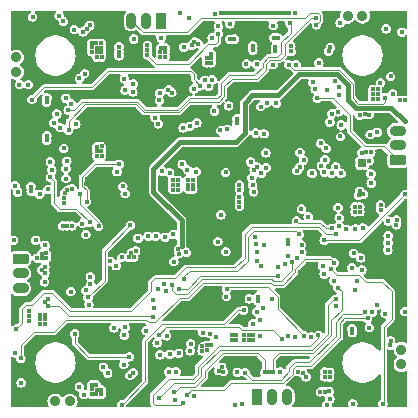
<source format=gbr>
G04 #@! TF.GenerationSoftware,KiCad,Pcbnew,8.0.0-8.0.0-1~ubuntu22.04.1*
G04 #@! TF.CreationDate,2024-03-02T20:13:00+07:00*
G04 #@! TF.ProjectId,FC_ESC_STM32F405RG_26x26,46435f45-5343-45f5-9354-4d3332463430,rev?*
G04 #@! TF.SameCoordinates,Original*
G04 #@! TF.FileFunction,Copper,L6,Inr*
G04 #@! TF.FilePolarity,Positive*
%FSLAX46Y46*%
G04 Gerber Fmt 4.6, Leading zero omitted, Abs format (unit mm)*
G04 Created by KiCad (PCBNEW 8.0.0-8.0.0-1~ubuntu22.04.1) date 2024-03-02 20:13:00*
%MOMM*%
%LPD*%
G01*
G04 APERTURE LIST*
G04 Aperture macros list*
%AMRoundRect*
0 Rectangle with rounded corners*
0 $1 Rounding radius*
0 $2 $3 $4 $5 $6 $7 $8 $9 X,Y pos of 4 corners*
0 Add a 4 corners polygon primitive as box body*
4,1,4,$2,$3,$4,$5,$6,$7,$8,$9,$2,$3,0*
0 Add four circle primitives for the rounded corners*
1,1,$1+$1,$2,$3*
1,1,$1+$1,$4,$5*
1,1,$1+$1,$6,$7*
1,1,$1+$1,$8,$9*
0 Add four rect primitives between the rounded corners*
20,1,$1+$1,$2,$3,$4,$5,0*
20,1,$1+$1,$4,$5,$6,$7,0*
20,1,$1+$1,$6,$7,$8,$9,0*
20,1,$1+$1,$8,$9,$2,$3,0*%
G04 Aperture macros list end*
G04 #@! TA.AperFunction,ComponentPad*
%ADD10C,0.900000*%
G04 #@! TD*
G04 #@! TA.AperFunction,ComponentPad*
%ADD11RoundRect,0.225000X-0.475000X0.225000X-0.475000X-0.225000X0.475000X-0.225000X0.475000X0.225000X0*%
G04 #@! TD*
G04 #@! TA.AperFunction,ComponentPad*
%ADD12O,1.400000X0.900000*%
G04 #@! TD*
G04 #@! TA.AperFunction,ComponentPad*
%ADD13RoundRect,0.225000X0.475000X-0.225000X0.475000X0.225000X-0.475000X0.225000X-0.475000X-0.225000X0*%
G04 #@! TD*
G04 #@! TA.AperFunction,ComponentPad*
%ADD14RoundRect,0.225000X0.225000X0.475000X-0.225000X0.475000X-0.225000X-0.475000X0.225000X-0.475000X0*%
G04 #@! TD*
G04 #@! TA.AperFunction,ComponentPad*
%ADD15O,0.900000X1.400000*%
G04 #@! TD*
G04 #@! TA.AperFunction,ComponentPad*
%ADD16RoundRect,0.225000X-0.225000X-0.475000X0.225000X-0.475000X0.225000X0.475000X-0.225000X0.475000X0*%
G04 #@! TD*
G04 #@! TA.AperFunction,ViaPad*
%ADD17C,0.400000*%
G04 #@! TD*
G04 #@! TA.AperFunction,Conductor*
%ADD18C,0.100000*%
G04 #@! TD*
G04 #@! TA.AperFunction,Conductor*
%ADD19C,0.400000*%
G04 #@! TD*
G04 APERTURE END LIST*
D10*
X203700500Y-96457500D03*
X202450500Y-96457500D03*
X201200500Y-96457500D03*
X231755700Y-92088900D03*
X231755700Y-93338900D03*
X231755700Y-94588900D03*
X199150500Y-68582500D03*
X199150500Y-67332500D03*
X199150500Y-66082500D03*
X227220500Y-63832500D03*
X228470500Y-63832500D03*
X229720500Y-63832500D03*
D11*
X199525500Y-84382500D03*
D12*
X199525500Y-85632500D03*
X199525500Y-86882500D03*
D13*
X231450900Y-76046900D03*
D12*
X231450900Y-74796900D03*
X231450900Y-73546900D03*
D14*
X211400500Y-64232500D03*
D15*
X210150500Y-64232500D03*
X208900500Y-64232500D03*
D16*
X219575500Y-96082500D03*
D15*
X220825500Y-96082500D03*
X222075500Y-96082500D03*
D17*
X229749100Y-70453500D03*
X215680500Y-67412500D03*
X201326500Y-83966300D03*
X206370000Y-66530000D03*
X214900000Y-92180000D03*
X229749100Y-70047100D03*
X201199500Y-89122500D03*
X211359500Y-66897500D03*
X206350000Y-66920000D03*
X215274100Y-67412500D03*
X201199500Y-89503500D03*
X201580500Y-89503500D03*
X205960000Y-66520000D03*
X219208100Y-90875100D03*
X203250000Y-78850000D03*
X225290000Y-93980000D03*
X205980000Y-74890000D03*
X225680000Y-94410000D03*
X219233500Y-91256100D03*
X201580500Y-89884500D03*
X206370000Y-75280000D03*
X205980000Y-75280000D03*
X228640000Y-76460000D03*
X215677500Y-91713300D03*
X229342700Y-70453500D03*
X215271100Y-67811900D03*
X228265400Y-76081000D03*
X228250500Y-80410300D03*
X215677500Y-67811900D03*
X218446100Y-90875100D03*
X227844100Y-80410300D03*
X218446100Y-91256100D03*
X227844100Y-80003900D03*
X200945500Y-84347300D03*
X201840000Y-78520000D03*
X203180000Y-79240000D03*
X201707500Y-84347300D03*
X218827100Y-90875100D03*
X211359500Y-67303900D03*
X201326500Y-84347300D03*
X228250000Y-76450000D03*
X211765900Y-67303900D03*
X211374100Y-66522500D03*
X229342700Y-70047100D03*
X203200000Y-79640000D03*
X228250500Y-80003900D03*
X205560000Y-66870000D03*
X206390000Y-75680000D03*
X203490000Y-78580000D03*
X211765900Y-66897500D03*
X201199500Y-89884500D03*
X211780500Y-66522500D03*
X215271100Y-91713300D03*
X206360000Y-66150000D03*
X215680000Y-67040000D03*
X205970000Y-66910000D03*
X201580500Y-89122500D03*
X225700000Y-93990000D03*
X205560000Y-66140000D03*
X215271100Y-92119700D03*
X229342700Y-70859900D03*
X206380000Y-67310000D03*
X214920000Y-91812500D03*
X206380000Y-74880000D03*
X228640000Y-76091000D03*
X229040000Y-76091000D03*
X205950000Y-66140000D03*
X201707500Y-83940900D03*
X205560000Y-66500000D03*
X229749100Y-70859900D03*
X205990000Y-75680000D03*
X205970000Y-67310000D03*
X225270000Y-94380000D03*
X203890000Y-78490000D03*
X218827100Y-91256100D03*
X205110500Y-79552500D03*
X207860500Y-76392500D03*
X211200500Y-72972500D03*
X205040000Y-82340000D03*
X219570500Y-76632500D03*
X213730500Y-77722500D03*
X214090500Y-78122500D03*
X213730500Y-78522500D03*
X222200500Y-82772500D03*
X214100500Y-78522500D03*
X214090500Y-77722500D03*
X213730500Y-78122500D03*
X222190500Y-83172500D03*
X219310500Y-76872500D03*
X224638692Y-70810000D03*
X228540500Y-78932500D03*
X228250000Y-78660000D03*
X228160000Y-79010000D03*
X230640500Y-82442500D03*
X225500000Y-70130000D03*
X212850500Y-78132500D03*
X217800500Y-90862500D03*
X227620500Y-90652500D03*
X219180500Y-66382500D03*
X217850500Y-72932500D03*
X218050500Y-78132500D03*
X222410500Y-66402500D03*
X230000500Y-79832500D03*
X212400500Y-77732500D03*
X217850500Y-72532500D03*
X225750000Y-66490000D03*
X227580500Y-90302500D03*
X218050500Y-79982500D03*
X221100000Y-66840000D03*
X217800500Y-91262500D03*
X213750500Y-63982500D03*
X212850500Y-77732500D03*
X212400500Y-78532500D03*
X218050500Y-78542500D03*
X217400500Y-90862500D03*
X218050500Y-79202500D03*
X230000500Y-80232500D03*
X217430500Y-91262500D03*
X225600000Y-66820000D03*
X222440500Y-66832500D03*
X212400500Y-78132500D03*
X221100500Y-66482500D03*
X218050500Y-79592500D03*
X219190500Y-66732500D03*
X212850500Y-78532500D03*
X229180000Y-75390000D03*
X228420000Y-75400000D03*
X228796934Y-75366062D03*
X230629200Y-83049501D03*
X222842619Y-67990856D03*
X224467556Y-70032925D03*
X229287385Y-88915222D03*
X221183613Y-71228771D03*
X228220000Y-72230000D03*
X228660000Y-72170000D03*
X229030000Y-72180000D03*
X232030000Y-88860000D03*
X230344651Y-70759214D03*
X222240000Y-67950000D03*
X230390000Y-89030000D03*
X231820000Y-65200000D03*
X219430000Y-83150000D03*
X218280000Y-96720000D03*
X200230000Y-89240000D03*
X231354025Y-81098363D03*
X206350500Y-95872500D03*
X230820000Y-91700000D03*
X224910000Y-95650000D03*
X223140000Y-76640000D03*
X208690500Y-84272500D03*
X200420500Y-78692500D03*
X208790000Y-94280000D03*
X205950500Y-95052500D03*
X219600000Y-87600000D03*
X204810500Y-65182500D03*
X212040500Y-70072500D03*
X200410500Y-78292500D03*
X219600000Y-87960000D03*
X201760500Y-70762500D03*
X208900500Y-83902500D03*
X231350000Y-81510000D03*
X201755417Y-73959186D03*
X200220000Y-88840000D03*
X206370500Y-95462500D03*
X230860000Y-91330000D03*
X205390000Y-64620000D03*
X221300500Y-65682500D03*
X209070000Y-94030000D03*
X205540500Y-95052500D03*
X200230000Y-89620000D03*
X201750500Y-74342500D03*
X212320500Y-70322500D03*
X209270500Y-83722500D03*
X217240500Y-65792500D03*
X222930000Y-76930000D03*
X205560500Y-95862500D03*
X232030000Y-70970000D03*
X220950500Y-65682500D03*
X217620000Y-65790000D03*
X205110000Y-64910000D03*
X225280000Y-95640000D03*
X205960500Y-95462500D03*
X209110500Y-84262500D03*
X231650000Y-70980000D03*
X205560500Y-95452500D03*
X201720000Y-71160000D03*
X205950500Y-95872500D03*
X225640000Y-95620000D03*
X226240000Y-88413503D03*
X216320000Y-93870000D03*
X214210500Y-95992500D03*
X216690000Y-93940000D03*
X216550000Y-93580000D03*
X213289900Y-96573300D03*
X224734811Y-90858673D03*
X220550000Y-94010000D03*
X226400000Y-86840000D03*
X220860000Y-93960000D03*
X220190000Y-94020000D03*
X212527900Y-95701100D03*
X211230000Y-96180000D03*
X226240000Y-87810000D03*
X223399100Y-94050100D03*
X223043500Y-93948500D03*
X225090000Y-84980000D03*
X206900000Y-94070000D03*
X223690000Y-94380000D03*
X226040000Y-86260000D03*
X204860000Y-95900000D03*
X203866500Y-81604100D03*
X206530000Y-93570000D03*
X203104500Y-81604100D03*
X203485500Y-81604100D03*
X205310000Y-88270000D03*
X199050500Y-78195002D03*
X201326500Y-85337900D03*
X208380000Y-90210000D03*
X201580500Y-85591900D03*
X199280000Y-78760000D03*
X201580500Y-85058500D03*
X207420000Y-90240000D03*
X202040000Y-76170000D03*
X201885300Y-88360500D03*
X200183500Y-69640700D03*
X201885300Y-87801700D03*
X201631300Y-88081100D03*
X210706943Y-89325243D03*
X208302816Y-90865070D03*
X199430000Y-69640000D03*
X214570500Y-66172500D03*
X214030000Y-66320000D03*
X214240000Y-66030000D03*
X203820500Y-71252500D03*
X215950000Y-63630000D03*
X204503944Y-69118460D03*
X204200000Y-73010000D03*
X210267300Y-66719700D03*
X216260000Y-65350000D03*
X210267300Y-67126100D03*
X210267300Y-66313300D03*
X203560500Y-71802500D03*
X222340000Y-64440000D03*
X224570000Y-64590000D03*
X207854300Y-66846700D03*
X203190000Y-75050000D03*
X207854300Y-66440300D03*
X207854300Y-67202300D03*
X224515316Y-63988478D03*
X203590000Y-73507500D03*
X202790500Y-63802500D03*
X225296855Y-76020067D03*
X224149529Y-91005850D03*
X219508651Y-84556716D03*
X219500000Y-83820000D03*
X220290000Y-75420000D03*
X212890000Y-83590000D03*
X231830000Y-72490000D03*
X232050000Y-72760000D03*
X213150000Y-83320000D03*
X212940000Y-83950000D03*
X212070000Y-93970000D03*
X227100059Y-81895200D03*
X212700500Y-93982500D03*
X228515870Y-81786941D03*
X231030000Y-70410000D03*
X226500500Y-81632500D03*
X226210000Y-76610000D03*
X229994371Y-69495139D03*
X204070500Y-64982500D03*
X220320000Y-76670000D03*
X225230000Y-85680000D03*
X225470000Y-96770000D03*
X225820000Y-85290000D03*
X230200000Y-96680000D03*
X227805287Y-87001096D03*
X199167500Y-90327401D03*
X226210000Y-82320000D03*
X199548500Y-92827400D03*
X226091500Y-84732400D03*
X225700000Y-96260000D03*
X227570000Y-85160000D03*
X227653600Y-96666300D03*
X228420000Y-85340000D03*
X199070000Y-92360000D03*
X222180500Y-84162500D03*
X225390000Y-75050000D03*
X219850000Y-71510000D03*
X226650000Y-77170000D03*
X220920000Y-64650000D03*
X230470000Y-64920000D03*
X223300500Y-80172500D03*
X203140500Y-64302500D03*
X220156350Y-83258750D03*
X219400000Y-82540000D03*
X226580500Y-64422500D03*
X212502500Y-84626700D03*
X213570500Y-83852500D03*
X211520500Y-76982500D03*
X212150500Y-77092500D03*
X219010000Y-76200000D03*
X216880500Y-77082500D03*
X216470500Y-80672500D03*
X200540500Y-63912500D03*
X223309074Y-83203926D03*
X224990119Y-76539806D03*
X229710000Y-88320000D03*
X222880500Y-81192500D03*
X225880053Y-81814081D03*
X230620000Y-83660000D03*
X223880000Y-80850000D03*
X225232900Y-82807700D03*
X232040000Y-78950000D03*
X213380000Y-86140000D03*
X223130000Y-82330000D03*
X211140000Y-86940000D03*
X217676114Y-96731841D03*
X211873407Y-87135155D03*
X216080000Y-91030000D03*
X212558800Y-96319200D03*
X215540000Y-90740000D03*
X218410500Y-88752500D03*
X208080000Y-96770000D03*
X219830000Y-89560000D03*
X208176581Y-78263369D03*
X211090000Y-91510000D03*
X210850000Y-88520000D03*
X198940000Y-82840000D03*
X207690000Y-77020000D03*
X206125500Y-81657500D03*
X208374480Y-78880382D03*
X204530000Y-78870000D03*
X211883000Y-90925900D03*
X210723561Y-87907659D03*
X202040000Y-77510000D03*
X205371316Y-81310574D03*
X202337324Y-72881397D03*
X204760500Y-81412500D03*
X217043145Y-73425068D03*
X218890000Y-87780000D03*
X217140000Y-71450000D03*
X213000000Y-63600000D03*
X215460000Y-69780000D03*
X216448604Y-73528685D03*
X215940000Y-71890000D03*
X216270000Y-64720000D03*
X214204300Y-69996300D03*
X222800000Y-63590000D03*
X229720000Y-73680000D03*
X225253300Y-77082900D03*
X221615500Y-91147500D03*
X211206522Y-90866801D03*
X223328116Y-83852728D03*
X210160000Y-90470000D03*
X219106219Y-77530760D03*
X223180000Y-75390000D03*
X224930500Y-74622500D03*
X219250000Y-78730000D03*
X219167868Y-78131608D03*
X223480000Y-76030000D03*
X219883524Y-77161607D03*
X225850500Y-72112500D03*
X225710000Y-72810000D03*
X224200500Y-77152500D03*
X221310000Y-85820000D03*
X212920000Y-86920000D03*
X221881338Y-84808000D03*
X213890000Y-92190000D03*
X222480290Y-84700552D03*
X212338262Y-86616816D03*
X214930000Y-90650000D03*
X222967268Y-84337091D03*
X230850000Y-68960000D03*
X217250000Y-64500000D03*
X216220500Y-82932500D03*
X220800000Y-87810000D03*
X219810061Y-90918196D03*
X216900000Y-83790000D03*
X220050000Y-88530000D03*
X219902717Y-85014462D03*
X219510000Y-88870000D03*
X222765384Y-91037600D03*
X219170000Y-89890000D03*
X216950500Y-87592500D03*
X223550500Y-90932500D03*
X216961674Y-86989101D03*
X212440000Y-82330000D03*
X208069405Y-84275200D03*
X211765900Y-82569300D03*
X205440000Y-86560000D03*
X210970000Y-82470000D03*
X207610000Y-84980000D03*
X205060000Y-87070000D03*
X210330000Y-82480000D03*
X207130000Y-84610000D03*
X209470000Y-82650000D03*
X205236589Y-87670475D03*
X208830500Y-81542500D03*
X214380500Y-77012500D03*
X210911500Y-72441500D03*
X213650500Y-76852500D03*
X209060000Y-69590000D03*
X213200500Y-76382500D03*
X211280000Y-70990000D03*
X209020000Y-70260000D03*
X213280500Y-73312500D03*
X213870000Y-73170000D03*
X211300000Y-70380000D03*
X214440500Y-72892500D03*
X208380000Y-70110000D03*
X230650500Y-81212500D03*
X224770000Y-67820000D03*
X229200313Y-78002858D03*
X219500000Y-67930000D03*
X204500000Y-95220000D03*
X201140000Y-78920000D03*
X200800000Y-82830000D03*
X211330000Y-92520000D03*
X229190000Y-77200000D03*
X224270500Y-69462500D03*
X229120000Y-73880000D03*
X218650000Y-67880000D03*
X208270000Y-93350000D03*
X201600500Y-83256198D03*
X201550000Y-86350000D03*
X212172300Y-92475300D03*
X220360000Y-71180000D03*
X226110000Y-69310000D03*
X215750000Y-69250000D03*
X220900000Y-67950000D03*
X226600500Y-74032500D03*
X208740000Y-92690000D03*
X204100000Y-90720000D03*
X203780000Y-87170000D03*
X212910608Y-92401016D03*
X228900000Y-89440000D03*
X213590500Y-95902500D03*
X228320471Y-84320399D03*
X217870000Y-94010000D03*
X215740500Y-65682500D03*
X203360500Y-70792500D03*
X213347258Y-66489272D03*
X203430500Y-76122500D03*
X218530000Y-94030000D03*
X228685156Y-88876035D03*
X221526356Y-93968263D03*
X227715299Y-83919381D03*
X202596500Y-72129900D03*
X211420500Y-65692500D03*
X209100500Y-65783000D03*
X203370500Y-76762500D03*
X229050000Y-90220000D03*
X228000000Y-86250000D03*
X222173789Y-90918308D03*
X227869500Y-81858100D03*
X204950500Y-68712500D03*
X202870000Y-73280000D03*
X208313763Y-69147381D03*
X203370500Y-77602500D03*
X226440500Y-71952500D03*
X219420000Y-73740000D03*
X226497852Y-80958439D03*
X226400000Y-80060000D03*
X226670000Y-73070000D03*
X226490000Y-69820000D03*
X225862900Y-77159100D03*
X226500000Y-70510000D03*
X200490500Y-70912500D03*
X214755395Y-69750315D03*
X220130500Y-73802500D03*
X215124850Y-69271277D03*
X223240000Y-73450000D03*
X215290000Y-77630000D03*
X206490000Y-79480000D03*
X204520000Y-81990000D03*
X217830000Y-69710000D03*
X231500000Y-77300000D03*
X228500000Y-73980000D03*
X208430000Y-87740000D03*
X214530000Y-89140000D03*
X215820000Y-75720000D03*
X228140000Y-78060000D03*
X220200000Y-80190000D03*
X223630000Y-73430000D03*
X200250000Y-96750000D03*
X230710000Y-63600000D03*
X231180000Y-64900000D03*
X226000000Y-64100000D03*
X220600000Y-80190000D03*
X225990000Y-79480000D03*
X217000000Y-84430000D03*
X220720000Y-77190000D03*
X208980000Y-82180000D03*
X218130000Y-69950000D03*
X215840000Y-80070000D03*
X228220000Y-73740000D03*
X215130000Y-65720000D03*
X225570000Y-81100000D03*
X210050000Y-70020000D03*
X204210000Y-82210000D03*
X216690000Y-79720000D03*
X209230000Y-76270000D03*
X218160000Y-70330000D03*
X206180000Y-79660000D03*
X207590000Y-87330000D03*
X213240000Y-69390000D03*
X202470000Y-75130000D03*
X214900000Y-77630000D03*
X221490000Y-74830000D03*
X220000000Y-74550000D03*
X217610000Y-92870000D03*
X228550000Y-78040000D03*
X209130000Y-73900000D03*
X210050000Y-69620000D03*
X221620000Y-74500000D03*
X209960000Y-76410000D03*
X223840000Y-73770000D03*
X213250000Y-69020000D03*
X221900000Y-93240000D03*
X209150000Y-72120000D03*
X209610000Y-76410000D03*
X208010000Y-87330000D03*
X221010000Y-80190000D03*
X216680000Y-80040000D03*
X213340000Y-93720000D03*
X208020000Y-86910000D03*
X225440000Y-80730000D03*
X210040000Y-70430000D03*
X228320000Y-77850000D03*
X215920000Y-79690000D03*
X200260000Y-96310000D03*
X215950000Y-70270000D03*
X222090000Y-88010000D03*
X213110000Y-89300000D03*
X198970000Y-64940000D03*
X223440000Y-73780000D03*
X224020000Y-73430000D03*
X225940000Y-81190000D03*
X217600000Y-93180000D03*
X221000000Y-79790000D03*
X231900000Y-77700000D03*
X218470000Y-89400000D03*
X222090000Y-87610000D03*
X222080000Y-63600000D03*
X200260000Y-95860000D03*
X232060000Y-90640000D03*
X204460000Y-82550000D03*
X220600000Y-80600000D03*
X222330000Y-92860000D03*
X220190000Y-80600000D03*
X214310000Y-83240000D03*
X208630000Y-66410000D03*
X199790000Y-64960000D03*
X206480000Y-79870000D03*
X231140000Y-95430000D03*
X231950000Y-95410000D03*
X204060000Y-82560000D03*
X216310000Y-79710000D03*
X226440000Y-74640000D03*
X231500000Y-77700000D03*
X221010000Y-80610000D03*
X226170000Y-63720000D03*
X205510000Y-77630000D03*
X231550000Y-95420000D03*
X217810000Y-70110000D03*
X208760000Y-73910000D03*
X210470000Y-69620000D03*
X221540000Y-92940000D03*
X205110000Y-77640000D03*
X203710000Y-82400000D03*
X208750000Y-72120000D03*
X216250000Y-80060000D03*
X209040000Y-67240000D03*
X228560000Y-73620000D03*
X205100000Y-78030000D03*
X213560000Y-69210000D03*
X213910000Y-94030000D03*
X205520000Y-78040000D03*
X215680000Y-77620000D03*
X213990000Y-83400000D03*
X221940000Y-92850000D03*
X208430000Y-87330000D03*
X230710000Y-64030000D03*
X220600000Y-79780000D03*
X226460000Y-75000000D03*
X228560000Y-73230000D03*
X208940000Y-92050000D03*
X232050000Y-91160000D03*
X219790000Y-74860000D03*
X213730000Y-93680000D03*
X208600000Y-67210000D03*
X231900000Y-77300000D03*
X199380000Y-64950000D03*
X220200000Y-79780000D03*
X208750000Y-71720000D03*
X208600000Y-66810000D03*
X207580000Y-87740000D03*
X209160000Y-71720000D03*
X208440000Y-86910000D03*
X207600000Y-86900000D03*
X223800000Y-82840000D03*
X228970000Y-73260000D03*
X207990000Y-87750000D03*
X202110000Y-75260000D03*
X199580000Y-94900000D03*
X221333315Y-85060756D03*
X202160000Y-76900000D03*
X205430000Y-85940000D03*
X213927677Y-91572588D03*
X211658182Y-86570800D03*
D18*
X204700000Y-78195686D02*
X204700000Y-77484314D01*
X205791814Y-76392500D02*
X207860500Y-76392500D01*
X205110500Y-79552500D02*
X205110500Y-78606186D01*
X205110500Y-78606186D02*
X204700000Y-78195686D01*
X204700000Y-77484314D02*
X205791814Y-76392500D01*
X225975409Y-70810000D02*
X227380000Y-72214591D01*
X227380000Y-73577409D02*
X228689653Y-74887062D01*
X228689653Y-74887062D02*
X230291062Y-74887062D01*
X224638692Y-70810000D02*
X225975409Y-70810000D01*
X227380000Y-72214591D02*
X227380000Y-73577409D01*
X230291062Y-74887062D02*
X231450900Y-76046900D01*
X228220000Y-72230000D02*
X228220000Y-72170000D01*
X228220000Y-72170000D02*
X228260000Y-72210000D01*
X222240000Y-67953923D02*
X222240000Y-67950000D01*
X227630000Y-70760000D02*
X227630000Y-69557207D01*
X230344651Y-71095349D02*
X230180100Y-71259900D01*
X227630000Y-69557207D02*
X226472793Y-68400000D01*
X228129900Y-71259900D02*
X227630000Y-70760000D01*
X230180100Y-71259900D02*
X228129900Y-71259900D01*
X222686077Y-68400000D02*
X222240000Y-67953923D01*
X230344651Y-70759214D02*
X230344651Y-71095349D01*
X226472793Y-68400000D02*
X222686077Y-68400000D01*
X213289900Y-96573300D02*
X213065000Y-96798200D01*
X213065000Y-96798200D02*
X210918200Y-96798200D01*
X224042788Y-91790000D02*
X224734811Y-91097977D01*
X214540000Y-93550000D02*
X216300000Y-91790000D01*
X212050000Y-94580000D02*
X214117409Y-94580000D01*
X210918200Y-96798200D02*
X210710000Y-96590000D01*
X216300000Y-91790000D02*
X224042788Y-91790000D01*
X214117409Y-94580000D02*
X214540000Y-94157409D01*
X214540000Y-94157409D02*
X214540000Y-93550000D01*
X210710000Y-95920000D02*
X212050000Y-94580000D01*
X224734811Y-91097977D02*
X224734811Y-90858673D01*
X210710000Y-96590000D02*
X210710000Y-95920000D01*
X224320248Y-92390000D02*
X221374264Y-92390000D01*
X221374264Y-92390000D02*
X220860000Y-92904264D01*
X226719000Y-88701000D02*
X225830000Y-89590000D01*
X226400000Y-86840000D02*
X226719000Y-87159000D01*
X215170000Y-93860000D02*
X216640000Y-92390000D01*
X220860000Y-92904264D02*
X220860000Y-93960000D01*
X225830000Y-90880248D02*
X224320248Y-92390000D01*
X214332437Y-95213500D02*
X215170000Y-94375937D01*
X220190000Y-94020000D02*
X220180500Y-93932500D01*
X212527900Y-95701100D02*
X212568900Y-95701100D01*
X220860000Y-93960000D02*
X220930500Y-93872500D01*
X216640000Y-92390000D02*
X219590000Y-92390000D01*
X213056500Y-95213500D02*
X214332437Y-95213500D01*
X219590000Y-92390000D02*
X220190000Y-92990000D01*
X225830000Y-89590000D02*
X225830000Y-90880248D01*
X226719000Y-87159000D02*
X226719000Y-88701000D01*
X220190000Y-92990000D02*
X220190000Y-94020000D01*
X215170000Y-94375937D02*
X215170000Y-93860000D01*
X212568900Y-95701100D02*
X213056500Y-95213500D01*
X214840000Y-94281673D02*
X214840000Y-93674264D01*
X212510000Y-94900000D02*
X214221673Y-94900000D01*
X216424264Y-92090000D02*
X224195984Y-92090000D01*
X225980000Y-87860000D02*
X226200000Y-87860000D01*
X225530000Y-88310000D02*
X225980000Y-87860000D01*
X224195984Y-92090000D02*
X225530000Y-90755984D01*
X211260000Y-96180000D02*
X211230000Y-96180000D01*
X225530000Y-90755984D02*
X225530000Y-88310000D01*
X211250000Y-96190000D02*
X211260000Y-96180000D01*
X214221673Y-94900000D02*
X214840000Y-94281673D01*
X214840000Y-93674264D02*
X216424264Y-92090000D01*
X211230000Y-96180000D02*
X212510000Y-94900000D01*
X202760500Y-88360500D02*
X201885300Y-88360500D01*
X203600000Y-89200000D02*
X202760500Y-88360500D01*
X210706943Y-89325243D02*
X210581700Y-89200000D01*
X210581700Y-89200000D02*
X203600000Y-89200000D01*
X216260000Y-65350000D02*
X216240000Y-65370000D01*
X216240000Y-66020000D02*
X216010000Y-66250000D01*
X213770000Y-67910000D02*
X211010000Y-67910000D01*
X216010000Y-66250000D02*
X215430000Y-66250000D01*
X216240000Y-65370000D02*
X216240000Y-66020000D01*
X215430000Y-66250000D02*
X213770000Y-67910000D01*
X211010000Y-67910000D02*
X210267300Y-67167300D01*
X210267300Y-67167300D02*
X210267300Y-66313300D01*
X221270000Y-67310000D02*
X221579500Y-67000500D01*
X220010000Y-67790000D02*
X220490000Y-67310000D01*
X216177409Y-70820000D02*
X216489000Y-70508409D01*
X204077500Y-71802500D02*
X204760000Y-71120000D01*
X209408528Y-71120000D02*
X210058528Y-71770000D01*
X221579500Y-66080909D02*
X222390000Y-65270409D01*
X204760000Y-71120000D02*
X209408528Y-71120000D01*
X217158500Y-68871500D02*
X219318500Y-68871500D01*
X210058528Y-71770000D02*
X212887158Y-71770000D01*
X203560500Y-71802500D02*
X204077500Y-71802500D01*
X222360000Y-64410000D02*
X222310500Y-64332500D01*
X220010000Y-68180000D02*
X220010000Y-67790000D01*
X222390000Y-64440000D02*
X222360000Y-64410000D01*
X219318500Y-68871500D02*
X220010000Y-68180000D01*
X222390000Y-65270409D02*
X222390000Y-64440000D01*
X216489000Y-70508409D02*
X216489000Y-69541000D01*
X221579500Y-67000500D02*
X221579500Y-66080909D01*
X212887158Y-71770000D02*
X213837158Y-70820000D01*
X213837158Y-70820000D02*
X216177409Y-70820000D01*
X220490000Y-67310000D02*
X221270000Y-67310000D01*
X216489000Y-69541000D02*
X217158500Y-68871500D01*
X208900500Y-64232500D02*
X209898000Y-65230000D01*
X224915316Y-63785316D02*
X224915316Y-64244684D01*
X214810000Y-64040000D02*
X223610000Y-64040000D01*
X223610000Y-64040000D02*
X224070000Y-63580000D01*
X224070000Y-63580000D02*
X224710000Y-63580000D01*
X224915316Y-64244684D02*
X224570000Y-64590000D01*
X224710000Y-63580000D02*
X224915316Y-63785316D01*
X213620000Y-65230000D02*
X214810000Y-64040000D01*
X209898000Y-65230000D02*
X213620000Y-65230000D01*
X212970000Y-71970000D02*
X209975686Y-71970000D01*
X205000000Y-71320000D02*
X203590000Y-72730000D01*
X217398500Y-69171500D02*
X216789000Y-69781000D01*
X209975686Y-71970000D02*
X209325686Y-71320000D01*
X224515316Y-63988478D02*
X224134522Y-63988478D01*
X219558500Y-69171500D02*
X217398500Y-69171500D01*
X221490000Y-67540000D02*
X220670000Y-67540000D01*
X220310000Y-68420000D02*
X219558500Y-69171500D01*
X216789000Y-70632673D02*
X216301673Y-71120000D01*
X216789000Y-69781000D02*
X216789000Y-70632673D01*
X220310000Y-67900000D02*
X220310000Y-68420000D01*
X213820000Y-71120000D02*
X212970000Y-71970000D01*
X220670000Y-67540000D02*
X220310000Y-67900000D01*
X224134522Y-63988478D02*
X221880500Y-66242500D01*
X203590000Y-72730000D02*
X203590000Y-73507500D01*
X216301673Y-71120000D02*
X213820000Y-71120000D01*
X221880500Y-66242500D02*
X221880500Y-67149500D01*
X209325686Y-71320000D02*
X205000000Y-71320000D01*
X221880500Y-67149500D02*
X221490000Y-67540000D01*
D19*
X227280000Y-70980000D02*
X227920000Y-71620000D01*
D18*
X231830000Y-72490000D02*
X232024300Y-72684300D01*
D19*
X227920000Y-71620000D02*
X230910000Y-71620000D01*
D18*
X213150000Y-83320000D02*
X212916500Y-83553500D01*
D19*
X223120000Y-68750000D02*
X226327818Y-68750000D01*
D18*
X212916500Y-83553500D02*
X212916500Y-83950000D01*
D19*
X213150000Y-83320000D02*
X213150000Y-81090000D01*
X226327818Y-68750000D02*
X227280000Y-69702182D01*
X227280000Y-69702182D02*
X227280000Y-70980000D01*
X217770000Y-74500000D02*
X218504500Y-73765500D01*
X213030000Y-74500000D02*
X217770000Y-74500000D01*
X218504500Y-73765500D02*
X218504500Y-71165500D01*
X210770000Y-76760000D02*
X213030000Y-74500000D01*
X218504500Y-71165500D02*
X219144000Y-70526000D01*
X219144000Y-70526000D02*
X221344000Y-70526000D01*
X230910000Y-71620000D02*
X232050000Y-72760000D01*
X210770000Y-78710000D02*
X210770000Y-76760000D01*
X213150000Y-81090000D02*
X210770000Y-78710000D01*
X221344000Y-70526000D02*
X223120000Y-68750000D01*
D18*
X228777409Y-86350000D02*
X228187409Y-85760000D01*
X230160000Y-86350000D02*
X228777409Y-86350000D01*
X230200000Y-96680000D02*
X230256634Y-96623366D01*
X230256634Y-96623366D02*
X230256634Y-90163366D01*
X230970000Y-89450000D02*
X230970000Y-87160000D01*
X230256634Y-90163366D02*
X230970000Y-89450000D01*
X228187409Y-85760000D02*
X226290000Y-85760000D01*
X226290000Y-85760000D02*
X225820000Y-85290000D01*
X230970000Y-87160000D02*
X230160000Y-86350000D01*
X213520000Y-85130000D02*
X217690000Y-85130000D01*
X225423591Y-82320000D02*
X226210000Y-82320000D01*
X199640000Y-89854901D02*
X199640000Y-88670000D01*
X224803591Y-81700000D02*
X225423591Y-82320000D01*
X217690000Y-85130000D02*
X218520000Y-84300000D01*
X200020000Y-88290000D02*
X200460000Y-88290000D01*
X218520000Y-82310000D02*
X219130000Y-81700000D01*
X203750000Y-88820000D02*
X208850000Y-88820000D01*
X202210000Y-87280000D02*
X203750000Y-88820000D01*
X199167500Y-90327401D02*
X199640000Y-89854901D01*
X208850000Y-88820000D02*
X210550000Y-87120000D01*
X200460000Y-88290000D02*
X201470000Y-87280000D01*
X201470000Y-87280000D02*
X202210000Y-87280000D01*
X210550000Y-86400000D02*
X210920000Y-86030000D01*
X219130000Y-81700000D02*
X224803591Y-81700000D01*
X218520000Y-84300000D02*
X218520000Y-82310000D01*
X199640000Y-88670000D02*
X200020000Y-88290000D01*
X210920000Y-86030000D02*
X212620000Y-86030000D01*
X210550000Y-87120000D02*
X210550000Y-86400000D01*
X212620000Y-86030000D02*
X213520000Y-85130000D01*
X220883264Y-86629000D02*
X220724264Y-86470000D01*
X222780290Y-85549710D02*
X221701000Y-86629000D01*
X226091500Y-84732400D02*
X225789100Y-84430000D01*
X210929595Y-89780000D02*
X210380000Y-89780000D01*
X223580000Y-84430000D02*
X222780290Y-85229710D01*
X199548500Y-91731500D02*
X199548500Y-92827400D01*
X214957264Y-86470000D02*
X213728264Y-87699000D01*
X225789100Y-84430000D02*
X223580000Y-84430000D01*
X222780290Y-85229710D02*
X222780290Y-85549710D01*
X202360000Y-90580000D02*
X200700000Y-90580000D01*
X203400000Y-89540000D02*
X202360000Y-90580000D01*
X213010595Y-87699000D02*
X210929595Y-89780000D01*
X221701000Y-86629000D02*
X220883264Y-86629000D01*
X210380000Y-89780000D02*
X210140000Y-89540000D01*
X210140000Y-89540000D02*
X203400000Y-89540000D01*
X220724264Y-86470000D02*
X214957264Y-86470000D01*
X200700000Y-90580000D02*
X199548500Y-91731500D01*
X213728264Y-87699000D02*
X213010595Y-87699000D01*
X225880053Y-81814081D02*
X225394081Y-81814081D01*
X223019500Y-81331500D02*
X222880500Y-81192500D01*
X224911500Y-81331500D02*
X223019500Y-81331500D01*
X225394081Y-81814081D02*
X224911500Y-81331500D01*
X232030220Y-78950000D02*
X228172520Y-82807700D01*
X228172520Y-82807700D02*
X225232900Y-82807700D01*
X232040000Y-78940220D02*
X232040000Y-78950000D01*
X232040000Y-78950000D02*
X232030220Y-78950000D01*
X218770000Y-82530000D02*
X219255600Y-82044400D01*
X217890000Y-85440000D02*
X218770000Y-84560000D01*
X213380000Y-85890000D02*
X213830000Y-85440000D01*
X219255600Y-82044400D02*
X222844400Y-82044400D01*
X222844400Y-82044400D02*
X223130000Y-82330000D01*
X213830000Y-85440000D02*
X217890000Y-85440000D01*
X213380000Y-86140000D02*
X213327070Y-86087070D01*
X213380000Y-86140000D02*
X213380000Y-85890000D01*
X218770000Y-84560000D02*
X218770000Y-82530000D01*
X210070000Y-91325914D02*
X211455914Y-89940000D01*
X216710000Y-89940000D02*
X217897500Y-88752500D01*
X211455914Y-89940000D02*
X216710000Y-89940000D01*
X217897500Y-88752500D02*
X218410500Y-88752500D01*
X208080000Y-96770000D02*
X210070000Y-94780000D01*
X210070000Y-94780000D02*
X210070000Y-91325914D01*
X204530000Y-79791849D02*
X206125500Y-81387349D01*
X204530000Y-78870000D02*
X204530000Y-79791849D01*
X206125500Y-81387349D02*
X206125500Y-81657500D01*
X205371316Y-81310574D02*
X204240742Y-80180000D01*
X202860000Y-80180000D02*
X202360000Y-79680000D01*
X204240742Y-80180000D02*
X202860000Y-80180000D01*
X202360000Y-77830000D02*
X202040000Y-77510000D01*
X202360000Y-79680000D02*
X202360000Y-77830000D01*
X218051591Y-90200000D02*
X211873323Y-90200000D01*
X220864100Y-90396100D02*
X218247691Y-90396100D01*
X221615500Y-91147500D02*
X220864100Y-90396100D01*
X211873323Y-90200000D02*
X211206522Y-90866801D01*
X218247691Y-90396100D02*
X218051591Y-90200000D01*
X221310000Y-85800000D02*
X221310000Y-85800000D01*
X214738736Y-85840000D02*
X221270000Y-85840000D01*
X212920000Y-86920000D02*
X213658736Y-86920000D01*
X221310000Y-85820000D02*
X221310000Y-85800000D01*
X221340000Y-85790000D02*
X221340000Y-85840000D01*
X221310000Y-85800000D02*
X221340000Y-85790000D01*
X221270000Y-85840000D02*
X221290000Y-85820000D01*
X213658736Y-86920000D02*
X214738736Y-85840000D01*
X221340000Y-85840000D02*
X221350000Y-85850000D01*
X221290000Y-85820000D02*
X221310000Y-85820000D01*
X212338262Y-86616816D02*
X212338262Y-87015671D01*
X213604000Y-87399000D02*
X214863000Y-86140000D01*
X212721591Y-87399000D02*
X213604000Y-87399000D01*
X220930000Y-86250000D02*
X221610000Y-86250000D01*
X221610000Y-86250000D02*
X222480290Y-85379710D01*
X214863000Y-86140000D02*
X220820000Y-86140000D01*
X222480290Y-85379710D02*
X222480290Y-84700552D01*
X220820000Y-86140000D02*
X220930000Y-86250000D01*
X212338262Y-87015671D02*
X212721591Y-87399000D01*
X221279000Y-88661000D02*
X223550500Y-90932500D01*
X221279000Y-87599000D02*
X221279000Y-88661000D01*
X220450000Y-86770000D02*
X221279000Y-87599000D01*
X217180775Y-86770000D02*
X220450000Y-86770000D01*
X216961674Y-86989101D02*
X217180775Y-86770000D01*
X205236589Y-87670475D02*
X206650000Y-86257064D01*
X206650000Y-83723000D02*
X208830500Y-81542500D01*
X206650000Y-86257064D02*
X206650000Y-83723000D01*
X204050500Y-90670500D02*
X204050500Y-90648802D01*
X204100000Y-91530000D02*
X204100000Y-90720000D01*
X205260000Y-92690000D02*
X204100000Y-91530000D01*
X208740000Y-92690000D02*
X205260000Y-92690000D01*
X204100000Y-90720000D02*
X204050500Y-90670500D01*
X222550000Y-93764591D02*
X222550000Y-94115000D01*
X213979500Y-95513500D02*
X213590500Y-95902500D01*
X214408909Y-95513500D02*
X213979500Y-95513500D01*
X222845091Y-93469500D02*
X222550000Y-93764591D01*
X222550000Y-94115000D02*
X221745000Y-94920000D01*
X226570000Y-89814264D02*
X226570000Y-91040000D01*
X224140500Y-93469500D02*
X222845091Y-93469500D01*
X226570000Y-91040000D02*
X224140500Y-93469500D01*
X228900000Y-89440000D02*
X226944264Y-89440000D01*
X226944264Y-89440000D02*
X226570000Y-89814264D01*
X214415409Y-95520000D02*
X214408909Y-95513500D01*
X221745000Y-94920000D02*
X217350000Y-94920000D01*
X217350000Y-94920000D02*
X216750000Y-95520000D01*
X216750000Y-95520000D02*
X214415409Y-95520000D01*
X222250000Y-93640000D02*
X222250000Y-93922028D01*
X228461191Y-89100000D02*
X226860000Y-89100000D01*
X222720500Y-93169500D02*
X222250000Y-93640000D01*
X226200000Y-89760000D02*
X226200000Y-90934512D01*
X223965012Y-93169500D02*
X222720500Y-93169500D01*
X228685156Y-88876035D02*
X228461191Y-89100000D01*
X226200000Y-90934512D02*
X223965012Y-93169500D01*
X222250000Y-93922028D02*
X221552028Y-94620000D01*
X221552028Y-94620000D02*
X219120000Y-94620000D01*
X219120000Y-94620000D02*
X218530000Y-94030000D01*
X226860000Y-89100000D02*
X226200000Y-89760000D01*
X214755395Y-69750315D02*
X214190000Y-69184920D01*
X206900000Y-68510000D02*
X205556500Y-69853500D01*
X214190000Y-69184920D02*
X214190000Y-68780000D01*
X201522091Y-69853500D02*
X200490500Y-70885091D01*
X213920000Y-68510000D02*
X206900000Y-68510000D01*
X200490500Y-70885091D02*
X200490500Y-70912500D01*
X214190000Y-68780000D02*
X213920000Y-68510000D01*
X205556500Y-69853500D02*
X201522091Y-69853500D01*
G04 #@! TA.AperFunction,Conductor*
G36*
X207122292Y-89809407D02*
G01*
X207158256Y-89858907D01*
X207158256Y-89920093D01*
X207134106Y-89959501D01*
X207111953Y-89981655D01*
X207091949Y-90001659D01*
X207034355Y-90114692D01*
X207034354Y-90114696D01*
X207018466Y-90215013D01*
X207014508Y-90240000D01*
X207031705Y-90348581D01*
X207034354Y-90365303D01*
X207034355Y-90365307D01*
X207088922Y-90472400D01*
X207091950Y-90478342D01*
X207181658Y-90568050D01*
X207294696Y-90625646D01*
X207420000Y-90645492D01*
X207545304Y-90625646D01*
X207658342Y-90568050D01*
X207748050Y-90478342D01*
X207805646Y-90365304D01*
X207806355Y-90360823D01*
X207834129Y-90306309D01*
X207888644Y-90278529D01*
X207949076Y-90288097D01*
X207992343Y-90331359D01*
X207992345Y-90331363D01*
X208053454Y-90451294D01*
X208063026Y-90511726D01*
X208035250Y-90566243D01*
X207974765Y-90626729D01*
X207917171Y-90739762D01*
X207917170Y-90739766D01*
X207898817Y-90855646D01*
X207897324Y-90865070D01*
X207910546Y-90948554D01*
X207917170Y-90990373D01*
X207917171Y-90990377D01*
X207968920Y-91091939D01*
X207974766Y-91103412D01*
X208064474Y-91193120D01*
X208177512Y-91250716D01*
X208302816Y-91270562D01*
X208428120Y-91250716D01*
X208541158Y-91193120D01*
X208630866Y-91103412D01*
X208688462Y-90990374D01*
X208708308Y-90865070D01*
X208688462Y-90739766D01*
X208630866Y-90626728D01*
X208630865Y-90626727D01*
X208629360Y-90623773D01*
X208619789Y-90563341D01*
X208647564Y-90508827D01*
X208708050Y-90448342D01*
X208765646Y-90335304D01*
X208785492Y-90210000D01*
X208783893Y-90199907D01*
X208777651Y-90160496D01*
X208765646Y-90084696D01*
X208708050Y-89971658D01*
X208695893Y-89959501D01*
X208668118Y-89904987D01*
X208677689Y-89844555D01*
X208720954Y-89801290D01*
X208765899Y-89790500D01*
X209995231Y-89790500D01*
X210053422Y-89809407D01*
X210065234Y-89819496D01*
X210152313Y-89906574D01*
X210180091Y-89961090D01*
X210170520Y-90021523D01*
X210127256Y-90064787D01*
X210097798Y-90074359D01*
X210034696Y-90084354D01*
X210034692Y-90084355D01*
X209921659Y-90141949D01*
X209831949Y-90231659D01*
X209774355Y-90344692D01*
X209774354Y-90344696D01*
X209755888Y-90461290D01*
X209754508Y-90470000D01*
X209772232Y-90581909D01*
X209774354Y-90595303D01*
X209774355Y-90595307D01*
X209817492Y-90679966D01*
X209831950Y-90708342D01*
X209921658Y-90798050D01*
X210013524Y-90844858D01*
X210056788Y-90888122D01*
X210066359Y-90948554D01*
X210038582Y-91003070D01*
X209928103Y-91113550D01*
X209928102Y-91113549D01*
X209857635Y-91184017D01*
X209819500Y-91276085D01*
X209819500Y-94635230D01*
X209800593Y-94693421D01*
X209790504Y-94705234D01*
X208159893Y-96335844D01*
X208105376Y-96363621D01*
X208087790Y-96363622D01*
X208087790Y-96364508D01*
X208079999Y-96364508D01*
X207954696Y-96384354D01*
X207954692Y-96384355D01*
X207841659Y-96441949D01*
X207751949Y-96531659D01*
X207694355Y-96644692D01*
X207694354Y-96644696D01*
X207678124Y-96747172D01*
X207674508Y-96770000D01*
X207688310Y-96857145D01*
X207689826Y-96866713D01*
X207680255Y-96927145D01*
X207636990Y-96970410D01*
X207592045Y-96981200D01*
X204318062Y-96981200D01*
X204259871Y-96962293D01*
X204223907Y-96912793D01*
X204223907Y-96851607D01*
X204236586Y-96825962D01*
X204280720Y-96762023D01*
X204336737Y-96614318D01*
X204351407Y-96493499D01*
X204355778Y-96457501D01*
X204355778Y-96457498D01*
X204339979Y-96327384D01*
X204336737Y-96300682D01*
X204280720Y-96152977D01*
X204192830Y-96025646D01*
X204190984Y-96022971D01*
X204162580Y-95997807D01*
X204072740Y-95918217D01*
X203966953Y-95862695D01*
X203932864Y-95844803D01*
X203779487Y-95807000D01*
X203779485Y-95807000D01*
X203621515Y-95807000D01*
X203621512Y-95807000D01*
X203468135Y-95844803D01*
X203328258Y-95918218D01*
X203210014Y-96022972D01*
X203210012Y-96022974D01*
X203156975Y-96099813D01*
X203108359Y-96136963D01*
X203047191Y-96138441D01*
X202996837Y-96103684D01*
X202994025Y-96099813D01*
X202940987Y-96022974D01*
X202940985Y-96022972D01*
X202912579Y-95997807D01*
X202822740Y-95918217D01*
X202716953Y-95862695D01*
X202682864Y-95844803D01*
X202529487Y-95807000D01*
X202529485Y-95807000D01*
X202371515Y-95807000D01*
X202371512Y-95807000D01*
X202218135Y-95844803D01*
X202078258Y-95918218D01*
X201960015Y-96022971D01*
X201870280Y-96152976D01*
X201814263Y-96300682D01*
X201814262Y-96300683D01*
X201795222Y-96457498D01*
X201795222Y-96457501D01*
X201814262Y-96614316D01*
X201814263Y-96614318D01*
X201870280Y-96762023D01*
X201909055Y-96818199D01*
X201914414Y-96825962D01*
X201931909Y-96884593D01*
X201911601Y-96942309D01*
X201861246Y-96977066D01*
X201832938Y-96981200D01*
X198773800Y-96981200D01*
X198715609Y-96962293D01*
X198679645Y-96912793D01*
X198674800Y-96882200D01*
X198674800Y-94900000D01*
X199174508Y-94900000D01*
X199187768Y-94983724D01*
X199194354Y-95025303D01*
X199194355Y-95025307D01*
X199229709Y-95094692D01*
X199251950Y-95138342D01*
X199341658Y-95228050D01*
X199454696Y-95285646D01*
X199580000Y-95305492D01*
X199705304Y-95285646D01*
X199818342Y-95228050D01*
X199826392Y-95220000D01*
X204094508Y-95220000D01*
X204113435Y-95339504D01*
X204114354Y-95345303D01*
X204114355Y-95345307D01*
X204155544Y-95426144D01*
X204171950Y-95458342D01*
X204261658Y-95548050D01*
X204374696Y-95605646D01*
X204412031Y-95611559D01*
X204466547Y-95639336D01*
X204494325Y-95693853D01*
X204484754Y-95754285D01*
X204474354Y-95774694D01*
X204474354Y-95774696D01*
X204458864Y-95872500D01*
X204454508Y-95900000D01*
X204473984Y-96022971D01*
X204474354Y-96025303D01*
X204474355Y-96025307D01*
X204500196Y-96076022D01*
X204531950Y-96138342D01*
X204621658Y-96228050D01*
X204734696Y-96285646D01*
X204860000Y-96305492D01*
X204985304Y-96285646D01*
X205098342Y-96228050D01*
X205158998Y-96167393D01*
X205213513Y-96139618D01*
X205273945Y-96149189D01*
X205299000Y-96167392D01*
X205322158Y-96190550D01*
X205435196Y-96248146D01*
X205560500Y-96267992D01*
X205685804Y-96248146D01*
X205700739Y-96240535D01*
X205761167Y-96230961D01*
X205790627Y-96240532D01*
X205825196Y-96258146D01*
X205950500Y-96277992D01*
X206075804Y-96258146D01*
X206105555Y-96242986D01*
X206165985Y-96233415D01*
X206195441Y-96242985D01*
X206225192Y-96258144D01*
X206225196Y-96258146D01*
X206350499Y-96277992D01*
X206350499Y-96277991D01*
X206350500Y-96277992D01*
X206475804Y-96258146D01*
X206588842Y-96200550D01*
X206678550Y-96110842D01*
X206736146Y-95997804D01*
X206755992Y-95872500D01*
X206736146Y-95747196D01*
X206728439Y-95732071D01*
X206718866Y-95671643D01*
X206728436Y-95642186D01*
X206756146Y-95587804D01*
X206775992Y-95462500D01*
X206775333Y-95458342D01*
X206768917Y-95417831D01*
X206756146Y-95337196D01*
X206698550Y-95224158D01*
X206608842Y-95134450D01*
X206530821Y-95094696D01*
X206495807Y-95076855D01*
X206495804Y-95076854D01*
X206483397Y-95074888D01*
X206427392Y-95066018D01*
X206372876Y-95038240D01*
X206345099Y-94983724D01*
X206344772Y-94981658D01*
X206336146Y-94927196D01*
X206278550Y-94814158D01*
X206188842Y-94724450D01*
X206184906Y-94722444D01*
X206075807Y-94666855D01*
X206075804Y-94666854D01*
X205950500Y-94647008D01*
X205825196Y-94666854D01*
X205825191Y-94666855D01*
X205790444Y-94684560D01*
X205730012Y-94694131D01*
X205700556Y-94684560D01*
X205665808Y-94666855D01*
X205665804Y-94666854D01*
X205540500Y-94647008D01*
X205415196Y-94666854D01*
X205415192Y-94666855D01*
X205302159Y-94724449D01*
X205212449Y-94814159D01*
X205154855Y-94927192D01*
X205154854Y-94927196D01*
X205137267Y-95038240D01*
X205135008Y-95052500D01*
X205147987Y-95134450D01*
X205154854Y-95177803D01*
X205154854Y-95177805D01*
X205166720Y-95201093D01*
X205178472Y-95224158D01*
X205180013Y-95227181D01*
X205189584Y-95287613D01*
X205180014Y-95317069D01*
X205174854Y-95327196D01*
X205154586Y-95455162D01*
X205126808Y-95509679D01*
X205072292Y-95537456D01*
X205011860Y-95527885D01*
X204985304Y-95514354D01*
X204947966Y-95508440D01*
X204893450Y-95480661D01*
X204865674Y-95426144D01*
X204875245Y-95365716D01*
X204885646Y-95345304D01*
X204905492Y-95220000D01*
X204885646Y-95094696D01*
X204828050Y-94981658D01*
X204738342Y-94891950D01*
X204719205Y-94882199D01*
X204625307Y-94834355D01*
X204625304Y-94834354D01*
X204500000Y-94814508D01*
X204374696Y-94834354D01*
X204374692Y-94834355D01*
X204261659Y-94891949D01*
X204171949Y-94981659D01*
X204114355Y-95094692D01*
X204114354Y-95094696D01*
X204097503Y-95201093D01*
X204094508Y-95220000D01*
X199826392Y-95220000D01*
X199908050Y-95138342D01*
X199965646Y-95025304D01*
X199985492Y-94900000D01*
X199965646Y-94774696D01*
X199908050Y-94661658D01*
X199818342Y-94571950D01*
X199814406Y-94569944D01*
X199705307Y-94514355D01*
X199705304Y-94514354D01*
X199580000Y-94494508D01*
X199454696Y-94514354D01*
X199454692Y-94514355D01*
X199341659Y-94571949D01*
X199251949Y-94661659D01*
X199194355Y-94774692D01*
X199194354Y-94774696D01*
X199174508Y-94900000D01*
X198674800Y-94900000D01*
X198674800Y-92768384D01*
X198693707Y-92710193D01*
X198743207Y-92674229D01*
X198804393Y-92674229D01*
X198824687Y-92684569D01*
X198824717Y-92684513D01*
X198831657Y-92688049D01*
X198831658Y-92688050D01*
X198944696Y-92745646D01*
X199063786Y-92764507D01*
X199118302Y-92792284D01*
X199146080Y-92846800D01*
X199162854Y-92952703D01*
X199162855Y-92952707D01*
X199204468Y-93034376D01*
X199220450Y-93065742D01*
X199310158Y-93155450D01*
X199423196Y-93213046D01*
X199548500Y-93232892D01*
X199673804Y-93213046D01*
X199735320Y-93181702D01*
X200769032Y-93181702D01*
X200788077Y-93435852D01*
X200788077Y-93435856D01*
X200788078Y-93435857D01*
X200792377Y-93454692D01*
X200844792Y-93684339D01*
X200937904Y-93921581D01*
X200937908Y-93921590D01*
X200948537Y-93940000D01*
X201065341Y-94142312D01*
X201065345Y-94142318D01*
X201065347Y-94142320D01*
X201224240Y-94341566D01*
X201224251Y-94341578D01*
X201411076Y-94514926D01*
X201411078Y-94514927D01*
X201411083Y-94514932D01*
X201621666Y-94658505D01*
X201851296Y-94769089D01*
X202094842Y-94844213D01*
X202346865Y-94882200D01*
X202346870Y-94882200D01*
X202601730Y-94882200D01*
X202601735Y-94882200D01*
X202853758Y-94844213D01*
X203097304Y-94769089D01*
X203326934Y-94658505D01*
X203537517Y-94514932D01*
X203724350Y-94341577D01*
X203725207Y-94340503D01*
X203793639Y-94254692D01*
X203883259Y-94142312D01*
X204010693Y-93921588D01*
X204103808Y-93684337D01*
X204129905Y-93570000D01*
X206124508Y-93570000D01*
X206142225Y-93681865D01*
X206144354Y-93695303D01*
X206144355Y-93695307D01*
X206193451Y-93791662D01*
X206201950Y-93808342D01*
X206291658Y-93898050D01*
X206404696Y-93955646D01*
X206412195Y-93956833D01*
X206466710Y-93984607D01*
X206494490Y-94039122D01*
X206494492Y-94062209D01*
X206494508Y-94062209D01*
X206494508Y-94070001D01*
X206501683Y-94115303D01*
X206513895Y-94192409D01*
X206514354Y-94195303D01*
X206514355Y-94195307D01*
X206547875Y-94261093D01*
X206571950Y-94308342D01*
X206661658Y-94398050D01*
X206774696Y-94455646D01*
X206900000Y-94475492D01*
X207025304Y-94455646D01*
X207138342Y-94398050D01*
X207228050Y-94308342D01*
X207242491Y-94280000D01*
X208384508Y-94280000D01*
X208398048Y-94365492D01*
X208404354Y-94405303D01*
X208404355Y-94405307D01*
X208434340Y-94464155D01*
X208461950Y-94518342D01*
X208551658Y-94608050D01*
X208664696Y-94665646D01*
X208790000Y-94685492D01*
X208915304Y-94665646D01*
X209028342Y-94608050D01*
X209118050Y-94518342D01*
X209147033Y-94461458D01*
X209190296Y-94418196D01*
X209195299Y-94415646D01*
X209195304Y-94415646D01*
X209308342Y-94358050D01*
X209398050Y-94268342D01*
X209455646Y-94155304D01*
X209475492Y-94030000D01*
X209455646Y-93904696D01*
X209398050Y-93791658D01*
X209308342Y-93701950D01*
X209304406Y-93699944D01*
X209195307Y-93644355D01*
X209195304Y-93644354D01*
X209070000Y-93624508D01*
X208944696Y-93644354D01*
X208944692Y-93644355D01*
X208831659Y-93701949D01*
X208741946Y-93791662D01*
X208712965Y-93848539D01*
X208669703Y-93891801D01*
X208551659Y-93951949D01*
X208461949Y-94041659D01*
X208404355Y-94154692D01*
X208404354Y-94154696D01*
X208385909Y-94271157D01*
X208384508Y-94280000D01*
X207242491Y-94280000D01*
X207285646Y-94195304D01*
X207305492Y-94070000D01*
X207285646Y-93944696D01*
X207228050Y-93831658D01*
X207138342Y-93741950D01*
X207105288Y-93725108D01*
X207025307Y-93684355D01*
X207025304Y-93684354D01*
X207017801Y-93683165D01*
X206963285Y-93655388D01*
X206935508Y-93600872D01*
X206935509Y-93577792D01*
X206935492Y-93577792D01*
X206935492Y-93569999D01*
X206931049Y-93541950D01*
X206915646Y-93444696D01*
X206858050Y-93331658D01*
X206768342Y-93241950D01*
X206750565Y-93232892D01*
X206655307Y-93184355D01*
X206655304Y-93184354D01*
X206530000Y-93164508D01*
X206404696Y-93184354D01*
X206404692Y-93184355D01*
X206291659Y-93241949D01*
X206201949Y-93331659D01*
X206144355Y-93444692D01*
X206144354Y-93444696D01*
X206126429Y-93557874D01*
X206124508Y-93570000D01*
X204129905Y-93570000D01*
X204160522Y-93435857D01*
X204178620Y-93194354D01*
X204179568Y-93181702D01*
X204179568Y-93181697D01*
X204164380Y-92979029D01*
X204160522Y-92927543D01*
X204103808Y-92679063D01*
X204090558Y-92645304D01*
X204071063Y-92595631D01*
X204010693Y-92441812D01*
X203883259Y-92221088D01*
X203883252Y-92221079D01*
X203724359Y-92021833D01*
X203724348Y-92021821D01*
X203537523Y-91848473D01*
X203537520Y-91848471D01*
X203537517Y-91848468D01*
X203326934Y-91704895D01*
X203316769Y-91700000D01*
X203097304Y-91594311D01*
X202853762Y-91519188D01*
X202853759Y-91519187D01*
X202853758Y-91519187D01*
X202853753Y-91519186D01*
X202853752Y-91519186D01*
X202601738Y-91481200D01*
X202601735Y-91481200D01*
X202346865Y-91481200D01*
X202346861Y-91481200D01*
X202094847Y-91519186D01*
X202094837Y-91519188D01*
X201851295Y-91594311D01*
X201621673Y-91704891D01*
X201621669Y-91704893D01*
X201621666Y-91704895D01*
X201411083Y-91848468D01*
X201411076Y-91848473D01*
X201224251Y-92021821D01*
X201224240Y-92021833D01*
X201065347Y-92221079D01*
X201065343Y-92221084D01*
X201065341Y-92221088D01*
X201033804Y-92275712D01*
X200937908Y-92441809D01*
X200937904Y-92441818D01*
X200844792Y-92679060D01*
X200788079Y-92927538D01*
X200788077Y-92927547D01*
X200769032Y-93181697D01*
X200769032Y-93181702D01*
X199735320Y-93181702D01*
X199786842Y-93155450D01*
X199876550Y-93065742D01*
X199934146Y-92952704D01*
X199953992Y-92827400D01*
X199934146Y-92702096D01*
X199876550Y-92589058D01*
X199853136Y-92565644D01*
X199827996Y-92540503D01*
X199800219Y-92485986D01*
X199799000Y-92470500D01*
X199799000Y-91876268D01*
X199817907Y-91818077D01*
X199827996Y-91806264D01*
X200774764Y-90859496D01*
X200829281Y-90831719D01*
X200844768Y-90830500D01*
X202409829Y-90830500D01*
X202482023Y-90800596D01*
X202501897Y-90792364D01*
X202574261Y-90720000D01*
X203694508Y-90720000D01*
X203712202Y-90831719D01*
X203714354Y-90845303D01*
X203714355Y-90845307D01*
X203755419Y-90925899D01*
X203771950Y-90958342D01*
X203820505Y-91006897D01*
X203848281Y-91061412D01*
X203849500Y-91076899D01*
X203849500Y-91579828D01*
X203887634Y-91671894D01*
X203887635Y-91671895D01*
X203887636Y-91671897D01*
X205047635Y-92831895D01*
X205047636Y-92831897D01*
X205118103Y-92902364D01*
X205118104Y-92902364D01*
X205118105Y-92902365D01*
X205145068Y-92913534D01*
X205145069Y-92913534D01*
X205210172Y-92940501D01*
X205210173Y-92940501D01*
X205321351Y-92940501D01*
X205321359Y-92940500D01*
X207874101Y-92940500D01*
X207932292Y-92959407D01*
X207968256Y-93008907D01*
X207968256Y-93070093D01*
X207944106Y-93109501D01*
X207941950Y-93111658D01*
X207941949Y-93111659D01*
X207884355Y-93224692D01*
X207884354Y-93224696D01*
X207864508Y-93350000D01*
X207881089Y-93454692D01*
X207884354Y-93475303D01*
X207884355Y-93475307D01*
X207938306Y-93581190D01*
X207941950Y-93588342D01*
X208031658Y-93678050D01*
X208144696Y-93735646D01*
X208270000Y-93755492D01*
X208395304Y-93735646D01*
X208508342Y-93678050D01*
X208598050Y-93588342D01*
X208655646Y-93475304D01*
X208675492Y-93350000D01*
X208655646Y-93224696D01*
X208655645Y-93224695D01*
X208654427Y-93217001D01*
X208655667Y-93216804D01*
X208655668Y-93163575D01*
X208691633Y-93114076D01*
X208734335Y-93096389D01*
X208739999Y-93095491D01*
X208740000Y-93095492D01*
X208865304Y-93075646D01*
X208978342Y-93018050D01*
X209068050Y-92928342D01*
X209125646Y-92815304D01*
X209145492Y-92690000D01*
X209125646Y-92564696D01*
X209068050Y-92451658D01*
X208978342Y-92361950D01*
X208947820Y-92346398D01*
X208865307Y-92304355D01*
X208865304Y-92304354D01*
X208740000Y-92284508D01*
X208614696Y-92304354D01*
X208614692Y-92304355D01*
X208501658Y-92361950D01*
X208501656Y-92361951D01*
X208453103Y-92410504D01*
X208398586Y-92438281D01*
X208383100Y-92439500D01*
X205404768Y-92439500D01*
X205346577Y-92420593D01*
X205334764Y-92410504D01*
X204379496Y-91455235D01*
X204351719Y-91400718D01*
X204350500Y-91385231D01*
X204350500Y-91076899D01*
X204369407Y-91018708D01*
X204379490Y-91006901D01*
X204428050Y-90958342D01*
X204485646Y-90845304D01*
X204505492Y-90720000D01*
X204504390Y-90713045D01*
X204500354Y-90687558D01*
X204485646Y-90594696D01*
X204428050Y-90481658D01*
X204338342Y-90391950D01*
X204307741Y-90376358D01*
X204225307Y-90334355D01*
X204225304Y-90334354D01*
X204100000Y-90314508D01*
X203974696Y-90334354D01*
X203974692Y-90334355D01*
X203861659Y-90391949D01*
X203771949Y-90481659D01*
X203714355Y-90594692D01*
X203714354Y-90594696D01*
X203695610Y-90713045D01*
X203694508Y-90720000D01*
X202574261Y-90720000D01*
X203474765Y-89819496D01*
X203529282Y-89791719D01*
X203544769Y-89790500D01*
X207064101Y-89790500D01*
X207122292Y-89809407D01*
G37*
G04 #@! TD.AperFunction*
G04 #@! TA.AperFunction,Conductor*
G36*
X214498383Y-90469407D02*
G01*
X214534347Y-90518907D01*
X214537972Y-90564985D01*
X214528390Y-90625492D01*
X214525047Y-90646600D01*
X214524508Y-90650000D01*
X214539080Y-90742008D01*
X214544354Y-90775303D01*
X214544355Y-90775307D01*
X214595403Y-90875492D01*
X214601950Y-90888342D01*
X214691658Y-90978050D01*
X214804696Y-91035646D01*
X214930000Y-91055492D01*
X215055304Y-91035646D01*
X215132949Y-90996083D01*
X215193379Y-90986512D01*
X215247896Y-91014289D01*
X215277107Y-91043499D01*
X215301658Y-91068050D01*
X215414696Y-91125646D01*
X215521098Y-91142498D01*
X215575614Y-91170275D01*
X215603392Y-91224792D01*
X215593821Y-91285224D01*
X215550557Y-91328488D01*
X215519246Y-91344442D01*
X215458814Y-91354014D01*
X215429356Y-91344443D01*
X215396408Y-91327655D01*
X215396404Y-91327654D01*
X215271100Y-91307808D01*
X215145796Y-91327654D01*
X215145792Y-91327655D01*
X215032755Y-91385251D01*
X215026452Y-91389831D01*
X215025346Y-91388308D01*
X214979697Y-91411561D01*
X214948735Y-91411559D01*
X214920001Y-91407008D01*
X214920000Y-91407008D01*
X214794696Y-91426854D01*
X214794692Y-91426855D01*
X214681659Y-91484449D01*
X214591949Y-91574159D01*
X214534355Y-91687192D01*
X214534354Y-91687196D01*
X214514508Y-91812499D01*
X214514508Y-91812500D01*
X214534354Y-91937804D01*
X214536762Y-91945215D01*
X214533546Y-91946259D01*
X214540800Y-91992137D01*
X214531234Y-92021566D01*
X214514354Y-92054696D01*
X214501738Y-92134354D01*
X214494508Y-92180000D01*
X214504916Y-92245717D01*
X214514354Y-92305303D01*
X214514355Y-92305307D01*
X214543217Y-92361951D01*
X214571950Y-92418342D01*
X214661658Y-92508050D01*
X214766825Y-92561635D01*
X214772831Y-92564696D01*
X214774696Y-92565646D01*
X214900000Y-92585492D01*
X214907791Y-92585492D01*
X214907791Y-92587867D01*
X214956827Y-92595631D01*
X215000094Y-92638893D01*
X215009669Y-92699324D01*
X214981895Y-92753842D01*
X214981891Y-92753847D01*
X214398103Y-93337635D01*
X214398103Y-93337636D01*
X214398102Y-93337635D01*
X214327635Y-93408103D01*
X214289500Y-93500171D01*
X214289500Y-94012640D01*
X214270593Y-94070831D01*
X214260504Y-94082644D01*
X214042644Y-94300504D01*
X213988127Y-94328281D01*
X213972640Y-94329500D01*
X213134739Y-94329500D01*
X213076548Y-94310593D01*
X213040584Y-94261093D01*
X213040584Y-94199907D01*
X213046530Y-94185554D01*
X213086146Y-94107804D01*
X213105992Y-93982500D01*
X213086146Y-93857196D01*
X213028550Y-93744158D01*
X212938842Y-93654450D01*
X212934906Y-93652444D01*
X212825807Y-93596855D01*
X212825804Y-93596854D01*
X212700500Y-93577008D01*
X212575196Y-93596854D01*
X212575192Y-93596855D01*
X212462158Y-93654450D01*
X212462153Y-93654453D01*
X212461498Y-93655109D01*
X212460672Y-93655529D01*
X212455853Y-93659031D01*
X212455298Y-93658267D01*
X212406979Y-93682882D01*
X212346548Y-93673306D01*
X212321498Y-93655105D01*
X212308344Y-93641952D01*
X212308342Y-93641950D01*
X212247030Y-93610710D01*
X212195307Y-93584355D01*
X212195304Y-93584354D01*
X212070000Y-93564508D01*
X211944696Y-93584354D01*
X211944692Y-93584355D01*
X211831659Y-93641949D01*
X211741949Y-93731659D01*
X211684355Y-93844692D01*
X211684354Y-93844696D01*
X211666594Y-93956832D01*
X211664508Y-93970000D01*
X211680346Y-94070001D01*
X211684354Y-94095303D01*
X211684355Y-94095307D01*
X211726663Y-94178340D01*
X211741950Y-94208342D01*
X211831658Y-94298050D01*
X211831660Y-94298051D01*
X211834670Y-94301061D01*
X211862447Y-94355578D01*
X211852876Y-94416010D01*
X211834670Y-94441069D01*
X210568103Y-95707636D01*
X210568102Y-95707635D01*
X210497635Y-95778103D01*
X210459500Y-95870171D01*
X210459500Y-96639828D01*
X210497634Y-96731894D01*
X210497635Y-96731895D01*
X210497636Y-96731897D01*
X210577937Y-96812198D01*
X210605713Y-96866713D01*
X210596142Y-96927145D01*
X210552877Y-96970410D01*
X210507932Y-96981200D01*
X208567955Y-96981200D01*
X208509764Y-96962293D01*
X208473800Y-96912793D01*
X208470174Y-96866713D01*
X208471690Y-96857145D01*
X208485492Y-96770000D01*
X208485492Y-96769999D01*
X208485492Y-96762208D01*
X208488502Y-96762208D01*
X208495941Y-96715179D01*
X208514152Y-96690107D01*
X210282364Y-94921897D01*
X210320500Y-94829828D01*
X210320500Y-94730172D01*
X210320500Y-92520000D01*
X210924508Y-92520000D01*
X210941642Y-92628184D01*
X210944354Y-92645303D01*
X210944355Y-92645307D01*
X210985152Y-92725374D01*
X211001950Y-92758342D01*
X211091658Y-92848050D01*
X211204696Y-92905646D01*
X211330000Y-92925492D01*
X211455304Y-92905646D01*
X211568342Y-92848050D01*
X211658050Y-92758342D01*
X211674849Y-92725371D01*
X211718111Y-92682109D01*
X211778543Y-92672537D01*
X211833060Y-92700313D01*
X211843150Y-92712128D01*
X211844247Y-92713638D01*
X211844248Y-92713639D01*
X211844250Y-92713642D01*
X211933958Y-92803350D01*
X212046996Y-92860946D01*
X212172300Y-92880792D01*
X212297604Y-92860946D01*
X212410642Y-92803350D01*
X212500350Y-92713642D01*
X212500351Y-92713639D01*
X212505859Y-92708132D01*
X212507590Y-92709863D01*
X212547566Y-92680817D01*
X212608751Y-92680814D01*
X212648164Y-92704964D01*
X212672266Y-92729066D01*
X212785304Y-92786662D01*
X212910608Y-92806508D01*
X213035912Y-92786662D01*
X213148950Y-92729066D01*
X213238658Y-92639358D01*
X213296254Y-92526320D01*
X213316100Y-92401016D01*
X213296254Y-92275712D01*
X213252581Y-92190000D01*
X213484508Y-92190000D01*
X213499476Y-92284508D01*
X213504354Y-92315303D01*
X213504355Y-92315307D01*
X213544804Y-92394692D01*
X213561950Y-92428342D01*
X213651658Y-92518050D01*
X213764696Y-92575646D01*
X213890000Y-92595492D01*
X214015304Y-92575646D01*
X214128342Y-92518050D01*
X214218050Y-92428342D01*
X214275646Y-92315304D01*
X214295492Y-92190000D01*
X214275646Y-92064696D01*
X214218050Y-91951658D01*
X214218049Y-91951657D01*
X214215921Y-91947480D01*
X214206349Y-91887048D01*
X214234126Y-91832531D01*
X214255725Y-91810932D01*
X214255725Y-91810931D01*
X214255727Y-91810930D01*
X214313323Y-91697892D01*
X214333169Y-91572588D01*
X214313323Y-91447284D01*
X214255727Y-91334246D01*
X214166019Y-91244538D01*
X214137147Y-91229827D01*
X214052984Y-91186943D01*
X214052981Y-91186942D01*
X213927677Y-91167096D01*
X213802373Y-91186942D01*
X213802369Y-91186943D01*
X213689336Y-91244537D01*
X213599626Y-91334247D01*
X213542032Y-91447280D01*
X213542031Y-91447284D01*
X213527426Y-91539500D01*
X213522185Y-91572588D01*
X213534145Y-91648104D01*
X213542031Y-91697891D01*
X213542032Y-91697895D01*
X213543105Y-91700000D01*
X213599627Y-91810930D01*
X213599628Y-91810931D01*
X213601756Y-91815107D01*
X213611328Y-91875539D01*
X213583552Y-91930055D01*
X213561952Y-91951655D01*
X213561950Y-91951658D01*
X213504355Y-92064692D01*
X213504354Y-92064696D01*
X213485079Y-92186397D01*
X213484508Y-92190000D01*
X213252581Y-92190000D01*
X213238658Y-92162674D01*
X213148950Y-92072966D01*
X213132719Y-92064696D01*
X213035915Y-92015371D01*
X213035912Y-92015370D01*
X212910608Y-91995524D01*
X212785304Y-92015370D01*
X212785300Y-92015371D01*
X212672267Y-92072965D01*
X212672266Y-92072965D01*
X212672266Y-92072966D01*
X212582558Y-92162674D01*
X212582557Y-92162675D01*
X212577049Y-92168184D01*
X212575321Y-92166456D01*
X212535308Y-92195509D01*
X212474122Y-92195490D01*
X212434742Y-92171350D01*
X212410642Y-92147250D01*
X212385332Y-92134354D01*
X212297607Y-92089655D01*
X212297604Y-92089654D01*
X212172300Y-92069808D01*
X212046996Y-92089654D01*
X212046992Y-92089655D01*
X211933959Y-92147249D01*
X211844250Y-92236958D01*
X211827451Y-92269928D01*
X211784186Y-92313191D01*
X211723753Y-92322762D01*
X211669237Y-92294983D01*
X211659147Y-92283169D01*
X211658052Y-92281662D01*
X211658050Y-92281658D01*
X211568342Y-92191950D01*
X211544887Y-92179999D01*
X211455307Y-92134355D01*
X211455304Y-92134354D01*
X211330000Y-92114508D01*
X211204696Y-92134354D01*
X211204692Y-92134355D01*
X211091659Y-92191949D01*
X211001949Y-92281659D01*
X210944355Y-92394692D01*
X210944354Y-92394696D01*
X210924508Y-92520000D01*
X210320500Y-92520000D01*
X210320500Y-91470682D01*
X210339407Y-91412491D01*
X210349496Y-91400679D01*
X210525383Y-91224792D01*
X210703324Y-91046849D01*
X210757841Y-91019072D01*
X210818273Y-91028643D01*
X210861538Y-91071908D01*
X210861539Y-91071910D01*
X210862693Y-91074175D01*
X210872263Y-91134608D01*
X210844486Y-91189121D01*
X210761951Y-91271656D01*
X210761950Y-91271658D01*
X210704355Y-91384692D01*
X210704354Y-91384696D01*
X210686299Y-91498695D01*
X210684508Y-91510000D01*
X210697861Y-91594311D01*
X210704354Y-91635303D01*
X210704355Y-91635307D01*
X210745201Y-91715471D01*
X210761950Y-91748342D01*
X210851658Y-91838050D01*
X210964696Y-91895646D01*
X211090000Y-91915492D01*
X211215304Y-91895646D01*
X211328342Y-91838050D01*
X211418050Y-91748342D01*
X211475646Y-91635304D01*
X211495492Y-91510000D01*
X211493701Y-91498695D01*
X211491445Y-91484449D01*
X211475646Y-91384696D01*
X211448015Y-91330469D01*
X211438444Y-91270038D01*
X211466221Y-91215521D01*
X211520737Y-91187743D01*
X211581169Y-91197314D01*
X211606225Y-91215517D01*
X211644658Y-91253950D01*
X211757696Y-91311546D01*
X211883000Y-91331392D01*
X212008304Y-91311546D01*
X212121342Y-91253950D01*
X212211050Y-91164242D01*
X212268646Y-91051204D01*
X212288492Y-90925900D01*
X212268646Y-90800596D01*
X212211050Y-90687558D01*
X212142993Y-90619501D01*
X212115218Y-90564987D01*
X212124789Y-90504555D01*
X212168054Y-90461290D01*
X212212999Y-90450500D01*
X214440192Y-90450500D01*
X214498383Y-90469407D01*
G37*
G04 #@! TD.AperFunction*
G04 #@! TA.AperFunction,Conductor*
G36*
X230044084Y-88676041D02*
G01*
X230071862Y-88730557D01*
X230062291Y-88790989D01*
X230062290Y-88790991D01*
X230061950Y-88791657D01*
X230061950Y-88791658D01*
X230058133Y-88799149D01*
X230004355Y-88904692D01*
X230004354Y-88904696D01*
X229989704Y-88997196D01*
X229984508Y-89030000D01*
X230004078Y-89153564D01*
X230004354Y-89155303D01*
X230004355Y-89155307D01*
X230027126Y-89199996D01*
X230061950Y-89268342D01*
X230151658Y-89358050D01*
X230264696Y-89415646D01*
X230390000Y-89435492D01*
X230391239Y-89435492D01*
X230392417Y-89435875D01*
X230397696Y-89436711D01*
X230397563Y-89437546D01*
X230449430Y-89454399D01*
X230485394Y-89503899D01*
X230485394Y-89565085D01*
X230461243Y-89604494D01*
X230114737Y-89951001D01*
X230114737Y-89951002D01*
X230114736Y-89951001D01*
X230044269Y-90021469D01*
X230006134Y-90113537D01*
X230006134Y-92092242D01*
X229987227Y-92150433D01*
X229937727Y-92186397D01*
X229876541Y-92186397D01*
X229829733Y-92153968D01*
X229724354Y-92021827D01*
X229724348Y-92021821D01*
X229537523Y-91848473D01*
X229537520Y-91848471D01*
X229537517Y-91848468D01*
X229326934Y-91704895D01*
X229316769Y-91700000D01*
X229097304Y-91594311D01*
X228853762Y-91519188D01*
X228853759Y-91519187D01*
X228853758Y-91519187D01*
X228853753Y-91519186D01*
X228853752Y-91519186D01*
X228601738Y-91481200D01*
X228601735Y-91481200D01*
X228346865Y-91481200D01*
X228346861Y-91481200D01*
X228094847Y-91519186D01*
X228094837Y-91519188D01*
X227851295Y-91594311D01*
X227621673Y-91704891D01*
X227621669Y-91704893D01*
X227621666Y-91704895D01*
X227411083Y-91848468D01*
X227411076Y-91848473D01*
X227224251Y-92021821D01*
X227224240Y-92021833D01*
X227065347Y-92221079D01*
X227065343Y-92221084D01*
X227065341Y-92221088D01*
X227033804Y-92275712D01*
X226937908Y-92441809D01*
X226937904Y-92441818D01*
X226844792Y-92679060D01*
X226788079Y-92927538D01*
X226788077Y-92927547D01*
X226769032Y-93181697D01*
X226769032Y-93181702D01*
X226788077Y-93435852D01*
X226788077Y-93435856D01*
X226788078Y-93435857D01*
X226792377Y-93454692D01*
X226844792Y-93684339D01*
X226937904Y-93921581D01*
X226937908Y-93921590D01*
X226948537Y-93940000D01*
X227065341Y-94142312D01*
X227065345Y-94142318D01*
X227065347Y-94142320D01*
X227224240Y-94341566D01*
X227224251Y-94341578D01*
X227411076Y-94514926D01*
X227411078Y-94514927D01*
X227411083Y-94514932D01*
X227621666Y-94658505D01*
X227851296Y-94769089D01*
X228094842Y-94844213D01*
X228346865Y-94882200D01*
X228346870Y-94882200D01*
X228601730Y-94882200D01*
X228601735Y-94882200D01*
X228853758Y-94844213D01*
X229097304Y-94769089D01*
X229326934Y-94658505D01*
X229537517Y-94514932D01*
X229724350Y-94341577D01*
X229725206Y-94340504D01*
X229829733Y-94209432D01*
X229880796Y-94175725D01*
X229941920Y-94178470D01*
X229989757Y-94216618D01*
X230006134Y-94271157D01*
X230006134Y-96269193D01*
X229987227Y-96327384D01*
X229965327Y-96349284D01*
X229961662Y-96351946D01*
X229871949Y-96441659D01*
X229814355Y-96554692D01*
X229814354Y-96554696D01*
X229800100Y-96644696D01*
X229794508Y-96680000D01*
X229808762Y-96770000D01*
X229814354Y-96805303D01*
X229814354Y-96805305D01*
X229830634Y-96837255D01*
X229840205Y-96897687D01*
X229812428Y-96952204D01*
X229757911Y-96979981D01*
X229742424Y-96981200D01*
X228104195Y-96981200D01*
X228046004Y-96962293D01*
X228010040Y-96912793D01*
X228010040Y-96851607D01*
X228015986Y-96837254D01*
X228039246Y-96791604D01*
X228059092Y-96666300D01*
X228057033Y-96653303D01*
X228055026Y-96640627D01*
X228039246Y-96540996D01*
X227981650Y-96427958D01*
X227891942Y-96338250D01*
X227871215Y-96327689D01*
X227778907Y-96280655D01*
X227778904Y-96280654D01*
X227653600Y-96260808D01*
X227528296Y-96280654D01*
X227528292Y-96280655D01*
X227415259Y-96338249D01*
X227325549Y-96427959D01*
X227267955Y-96540992D01*
X227267954Y-96540996D01*
X227250167Y-96653303D01*
X227248108Y-96666300D01*
X227258497Y-96731897D01*
X227267954Y-96791603D01*
X227267955Y-96791607D01*
X227291214Y-96837254D01*
X227300786Y-96897686D01*
X227273009Y-96952203D01*
X227218493Y-96979981D01*
X227203005Y-96981200D01*
X225957955Y-96981200D01*
X225899764Y-96962293D01*
X225863800Y-96912793D01*
X225860174Y-96866713D01*
X225861690Y-96857145D01*
X225875492Y-96770000D01*
X225864771Y-96702310D01*
X225874342Y-96641879D01*
X225917605Y-96598615D01*
X225938342Y-96588050D01*
X226028050Y-96498342D01*
X226085646Y-96385304D01*
X226105492Y-96260000D01*
X226085646Y-96134696D01*
X226028050Y-96021658D01*
X225984034Y-95977642D01*
X225956259Y-95923128D01*
X225965830Y-95862696D01*
X225965831Y-95862695D01*
X225968047Y-95858344D01*
X225968050Y-95858342D01*
X226025646Y-95745304D01*
X226045492Y-95620000D01*
X226025646Y-95494696D01*
X225968050Y-95381658D01*
X225878342Y-95291950D01*
X225839626Y-95272223D01*
X225765307Y-95234355D01*
X225765304Y-95234354D01*
X225640000Y-95214508D01*
X225514696Y-95234354D01*
X225484667Y-95249654D01*
X225424235Y-95259224D01*
X225409132Y-95255598D01*
X225405302Y-95254353D01*
X225280000Y-95234508D01*
X225154695Y-95254354D01*
X225154694Y-95254354D01*
X225130131Y-95266870D01*
X225069698Y-95276441D01*
X225040243Y-95266870D01*
X225035308Y-95264355D01*
X225035304Y-95264354D01*
X224910000Y-95244508D01*
X224784696Y-95264354D01*
X224784692Y-95264355D01*
X224671659Y-95321949D01*
X224581949Y-95411659D01*
X224524355Y-95524692D01*
X224524354Y-95524696D01*
X224516544Y-95574010D01*
X224504508Y-95650000D01*
X224524257Y-95774694D01*
X224524354Y-95775303D01*
X224524355Y-95775307D01*
X224573878Y-95872500D01*
X224581950Y-95888342D01*
X224671658Y-95978050D01*
X224784696Y-96035646D01*
X224910000Y-96055492D01*
X225035304Y-96035646D01*
X225059866Y-96023130D01*
X225120296Y-96013557D01*
X225149756Y-96023129D01*
X225154023Y-96025303D01*
X225154696Y-96025646D01*
X225229515Y-96037496D01*
X225284031Y-96065273D01*
X225311809Y-96119790D01*
X225311809Y-96150764D01*
X225294508Y-96259999D01*
X225294508Y-96260001D01*
X225305228Y-96327689D01*
X225295656Y-96388121D01*
X225252394Y-96431384D01*
X225231659Y-96441949D01*
X225141949Y-96531659D01*
X225084355Y-96644692D01*
X225084354Y-96644696D01*
X225068124Y-96747172D01*
X225064508Y-96770000D01*
X225078310Y-96857145D01*
X225079826Y-96866713D01*
X225070255Y-96927145D01*
X225026990Y-96970410D01*
X224982045Y-96981200D01*
X222585753Y-96981200D01*
X222527562Y-96962293D01*
X222491598Y-96912793D01*
X222491598Y-96851607D01*
X222515749Y-96812196D01*
X222536342Y-96791603D01*
X222580776Y-96747169D01*
X222651965Y-96640627D01*
X222701001Y-96522244D01*
X222726000Y-96396569D01*
X222726000Y-95768431D01*
X222701001Y-95642756D01*
X222651965Y-95524373D01*
X222651963Y-95524370D01*
X222651961Y-95524366D01*
X222618552Y-95474367D01*
X222580776Y-95417831D01*
X222490169Y-95327224D01*
X222430887Y-95287613D01*
X222383633Y-95256038D01*
X222383625Y-95256034D01*
X222265247Y-95207000D01*
X222265245Y-95206999D01*
X222265244Y-95206999D01*
X222139569Y-95182000D01*
X222076268Y-95182000D01*
X222018077Y-95163093D01*
X221982113Y-95113593D01*
X221982113Y-95052407D01*
X222006264Y-95012997D01*
X222334700Y-94684560D01*
X222691895Y-94327364D01*
X222691897Y-94327364D01*
X222712931Y-94306329D01*
X222767444Y-94278554D01*
X222827874Y-94288124D01*
X222918196Y-94334146D01*
X223043500Y-94353992D01*
X223074048Y-94349153D01*
X223134478Y-94358723D01*
X223159535Y-94376927D01*
X223160758Y-94378150D01*
X223250108Y-94423676D01*
X223293372Y-94466940D01*
X223302943Y-94496394D01*
X223304354Y-94505305D01*
X223304355Y-94505307D01*
X223319641Y-94535307D01*
X223361950Y-94618342D01*
X223451658Y-94708050D01*
X223564696Y-94765646D01*
X223690000Y-94785492D01*
X223815304Y-94765646D01*
X223928342Y-94708050D01*
X224018050Y-94618342D01*
X224075646Y-94505304D01*
X224095492Y-94380000D01*
X224864508Y-94380000D01*
X224883592Y-94500496D01*
X224884354Y-94505303D01*
X224884355Y-94505307D01*
X224899641Y-94535307D01*
X224941950Y-94618342D01*
X225031658Y-94708050D01*
X225144696Y-94765646D01*
X225270000Y-94785492D01*
X225395304Y-94765646D01*
X225400611Y-94762941D01*
X225461039Y-94753366D01*
X225490504Y-94762938D01*
X225554696Y-94795646D01*
X225656418Y-94811757D01*
X225679999Y-94815492D01*
X225679999Y-94815491D01*
X225680000Y-94815492D01*
X225805304Y-94795646D01*
X225918342Y-94738050D01*
X226008050Y-94648342D01*
X226065646Y-94535304D01*
X226085492Y-94410000D01*
X226065646Y-94284696D01*
X226055391Y-94264570D01*
X226045820Y-94204141D01*
X226055392Y-94174680D01*
X226065265Y-94155303D01*
X226085646Y-94115304D01*
X226105492Y-93990000D01*
X226085646Y-93864696D01*
X226028050Y-93751658D01*
X225938342Y-93661950D01*
X225923628Y-93654453D01*
X225825307Y-93604355D01*
X225825304Y-93604354D01*
X225700000Y-93584508D01*
X225574696Y-93604354D01*
X225574691Y-93604355D01*
X225549757Y-93617060D01*
X225489324Y-93626631D01*
X225459869Y-93617060D01*
X225415308Y-93594355D01*
X225415304Y-93594354D01*
X225290000Y-93574508D01*
X225164696Y-93594354D01*
X225164692Y-93594355D01*
X225051659Y-93651949D01*
X224961949Y-93741659D01*
X224904355Y-93854692D01*
X224904354Y-93854696D01*
X224888366Y-93955644D01*
X224884508Y-93980000D01*
X224898762Y-94070000D01*
X224904354Y-94105303D01*
X224904355Y-94105306D01*
X224909513Y-94115430D01*
X224919083Y-94175863D01*
X224909513Y-94205316D01*
X224884354Y-94254696D01*
X224867985Y-94358050D01*
X224864508Y-94380000D01*
X224095492Y-94380000D01*
X224075646Y-94254696D01*
X224018050Y-94141658D01*
X223928342Y-94051950D01*
X223903166Y-94039122D01*
X223838991Y-94006423D01*
X223795727Y-93963158D01*
X223786155Y-93933694D01*
X223784746Y-93924796D01*
X223784746Y-93924795D01*
X223753741Y-93863946D01*
X223744169Y-93803514D01*
X223771946Y-93748997D01*
X223826462Y-93721219D01*
X223841950Y-93720000D01*
X224190329Y-93720000D01*
X224276383Y-93684355D01*
X224282397Y-93681864D01*
X226711895Y-91252364D01*
X226711897Y-91252364D01*
X226782364Y-91181897D01*
X226820500Y-91089828D01*
X226820500Y-90302500D01*
X227175008Y-90302500D01*
X227185324Y-90367636D01*
X227194854Y-90427803D01*
X227194855Y-90427808D01*
X227222774Y-90482602D01*
X227232345Y-90543032D01*
X227216298Y-90644354D01*
X227215008Y-90652500D01*
X227228829Y-90739766D01*
X227234854Y-90777803D01*
X227234855Y-90777807D01*
X227274517Y-90855646D01*
X227292450Y-90890842D01*
X227382158Y-90980550D01*
X227495196Y-91038146D01*
X227620500Y-91057992D01*
X227745804Y-91038146D01*
X227858842Y-90980550D01*
X227948550Y-90890842D01*
X228006146Y-90777804D01*
X228025992Y-90652500D01*
X228024380Y-90642325D01*
X228021714Y-90625492D01*
X228006146Y-90527196D01*
X228001923Y-90518907D01*
X227978226Y-90472400D01*
X227968654Y-90411968D01*
X227968654Y-90411967D01*
X227971825Y-90391950D01*
X227985992Y-90302500D01*
X227966146Y-90177196D01*
X227908550Y-90064158D01*
X227818842Y-89974450D01*
X227771567Y-89950362D01*
X227705807Y-89916855D01*
X227705804Y-89916854D01*
X227580500Y-89897008D01*
X227455196Y-89916854D01*
X227455192Y-89916855D01*
X227342159Y-89974449D01*
X227252449Y-90064159D01*
X227194855Y-90177192D01*
X227194854Y-90177196D01*
X227178805Y-90278529D01*
X227175008Y-90302500D01*
X226820500Y-90302500D01*
X226820500Y-89959033D01*
X226839407Y-89900842D01*
X226849496Y-89889029D01*
X227019029Y-89719496D01*
X227073546Y-89691719D01*
X227089033Y-89690500D01*
X228543100Y-89690500D01*
X228601291Y-89709407D01*
X228613103Y-89719496D01*
X228638912Y-89745304D01*
X228661658Y-89768050D01*
X228708111Y-89791719D01*
X228721696Y-89798641D01*
X228764960Y-89841905D01*
X228774531Y-89902338D01*
X228746755Y-89956852D01*
X228721951Y-89981655D01*
X228721950Y-89981658D01*
X228664355Y-90094692D01*
X228664354Y-90094696D01*
X228647344Y-90202097D01*
X228644508Y-90220000D01*
X228661518Y-90327401D01*
X228664354Y-90345303D01*
X228664355Y-90345307D01*
X228706390Y-90427804D01*
X228721950Y-90458342D01*
X228811658Y-90548050D01*
X228924696Y-90605646D01*
X229050000Y-90625492D01*
X229175304Y-90605646D01*
X229288342Y-90548050D01*
X229378050Y-90458342D01*
X229435646Y-90345304D01*
X229455492Y-90220000D01*
X229435646Y-90094696D01*
X229378050Y-89981658D01*
X229288342Y-89891950D01*
X229267034Y-89881093D01*
X229228303Y-89861358D01*
X229185039Y-89818093D01*
X229175468Y-89757661D01*
X229203244Y-89703147D01*
X229228050Y-89678342D01*
X229285646Y-89565304D01*
X229305492Y-89440000D01*
X229302105Y-89418616D01*
X229311676Y-89358185D01*
X229354940Y-89314920D01*
X229384397Y-89305348D01*
X229412689Y-89300868D01*
X229525727Y-89243272D01*
X229615435Y-89153564D01*
X229673031Y-89040526D01*
X229692877Y-88915222D01*
X229679468Y-88830560D01*
X229689039Y-88770129D01*
X229732304Y-88726864D01*
X229761759Y-88717294D01*
X229835304Y-88705646D01*
X229929136Y-88657835D01*
X229989567Y-88648264D01*
X230044084Y-88676041D01*
G37*
G04 #@! TD.AperFunction*
G04 #@! TA.AperFunction,Conductor*
G36*
X230651075Y-92063420D02*
G01*
X230694696Y-92085646D01*
X230820000Y-92105492D01*
X230945304Y-92085646D01*
X230964854Y-92075684D01*
X231025284Y-92066111D01*
X231079801Y-92093887D01*
X231107581Y-92148403D01*
X231108078Y-92151959D01*
X231116471Y-92221079D01*
X231119463Y-92245718D01*
X231163544Y-92361949D01*
X231175480Y-92393423D01*
X231265215Y-92523428D01*
X231265216Y-92523429D01*
X231265217Y-92523430D01*
X231312870Y-92565646D01*
X231383461Y-92628184D01*
X231388384Y-92631582D01*
X231386972Y-92633627D01*
X231422502Y-92670035D01*
X231431335Y-92730580D01*
X231402894Y-92784753D01*
X231387959Y-92795603D01*
X231388384Y-92796218D01*
X231383461Y-92799615D01*
X231265215Y-92904371D01*
X231175480Y-93034376D01*
X231119463Y-93182082D01*
X231119462Y-93182083D01*
X231100422Y-93338898D01*
X231100422Y-93338901D01*
X231119462Y-93495716D01*
X231119463Y-93495718D01*
X231168307Y-93624508D01*
X231175480Y-93643423D01*
X231265215Y-93773428D01*
X231265216Y-93773429D01*
X231265217Y-93773430D01*
X231383460Y-93878183D01*
X231523335Y-93951596D01*
X231676715Y-93989400D01*
X231676718Y-93989400D01*
X231834682Y-93989400D01*
X231834685Y-93989400D01*
X231988065Y-93951596D01*
X232127940Y-93878183D01*
X232127942Y-93878180D01*
X232128792Y-93877735D01*
X232189104Y-93867434D01*
X232243952Y-93894550D01*
X232272387Y-93948727D01*
X232273800Y-93965395D01*
X232273800Y-96882200D01*
X232254893Y-96940391D01*
X232205393Y-96976355D01*
X232174800Y-96981200D01*
X230657576Y-96981200D01*
X230599385Y-96962293D01*
X230563421Y-96912793D01*
X230563421Y-96851607D01*
X230569366Y-96837255D01*
X230575120Y-96825962D01*
X230585646Y-96805304D01*
X230605492Y-96680000D01*
X230585646Y-96554696D01*
X230578665Y-96540996D01*
X230528049Y-96441656D01*
X230526037Y-96438887D01*
X230524980Y-96435633D01*
X230524513Y-96434717D01*
X230524658Y-96434643D01*
X230507134Y-96380702D01*
X230507134Y-92151631D01*
X230526041Y-92093440D01*
X230575541Y-92057476D01*
X230636727Y-92057476D01*
X230651075Y-92063420D01*
G37*
G04 #@! TD.AperFunction*
G04 #@! TA.AperFunction,Conductor*
G36*
X223958934Y-92659407D02*
G01*
X223994898Y-92708907D01*
X223994898Y-92770093D01*
X223970747Y-92809504D01*
X223890247Y-92890004D01*
X223835730Y-92917781D01*
X223820243Y-92919000D01*
X222670671Y-92919000D01*
X222578603Y-92957135D01*
X222037635Y-93498103D01*
X221999500Y-93590171D01*
X221999500Y-93636008D01*
X221980593Y-93694199D01*
X221931093Y-93730163D01*
X221869907Y-93730163D01*
X221830498Y-93706013D01*
X221764698Y-93640213D01*
X221737108Y-93626155D01*
X221651663Y-93582618D01*
X221651660Y-93582617D01*
X221526356Y-93562771D01*
X221401052Y-93582617D01*
X221401048Y-93582618D01*
X221288015Y-93640212D01*
X221288014Y-93640212D01*
X221288014Y-93640213D01*
X221279501Y-93648725D01*
X221224987Y-93676501D01*
X221164555Y-93666930D01*
X221121290Y-93623665D01*
X221110500Y-93578720D01*
X221110500Y-93049033D01*
X221129407Y-92990842D01*
X221139496Y-92979029D01*
X221449029Y-92669496D01*
X221503546Y-92641719D01*
X221519033Y-92640500D01*
X223900743Y-92640500D01*
X223958934Y-92659407D01*
G37*
G04 #@! TD.AperFunction*
G04 #@! TA.AperFunction,Conductor*
G36*
X232219745Y-79346165D02*
G01*
X232263009Y-79389429D01*
X232273800Y-79434375D01*
X232273800Y-88377208D01*
X232254893Y-88435399D01*
X232205393Y-88471363D01*
X232159313Y-88474989D01*
X232030000Y-88454508D01*
X231904696Y-88474354D01*
X231904692Y-88474355D01*
X231791659Y-88531949D01*
X231701949Y-88621659D01*
X231644355Y-88734692D01*
X231644354Y-88734696D01*
X231628466Y-88835013D01*
X231624508Y-88860000D01*
X231636464Y-88935491D01*
X231644354Y-88985303D01*
X231644355Y-88985307D01*
X231696120Y-89086901D01*
X231701950Y-89098342D01*
X231791658Y-89188050D01*
X231904696Y-89245646D01*
X232030000Y-89265492D01*
X232155304Y-89245646D01*
X232155307Y-89245644D01*
X232159312Y-89245010D01*
X232219744Y-89254581D01*
X232263009Y-89297845D01*
X232273800Y-89342791D01*
X232273800Y-91462404D01*
X232254893Y-91520595D01*
X232205393Y-91556559D01*
X232144207Y-91556559D01*
X232128792Y-91550064D01*
X231988064Y-91476203D01*
X231834687Y-91438400D01*
X231834685Y-91438400D01*
X231676715Y-91438400D01*
X231676712Y-91438400D01*
X231523335Y-91476203D01*
X231391502Y-91545396D01*
X231331190Y-91555697D01*
X231276342Y-91528580D01*
X231247907Y-91474404D01*
X231247713Y-91442253D01*
X231265492Y-91330000D01*
X231265282Y-91328677D01*
X231258400Y-91285224D01*
X231245646Y-91204696D01*
X231188050Y-91091658D01*
X231098342Y-91001950D01*
X231068921Y-90986959D01*
X230985307Y-90944355D01*
X230985304Y-90944354D01*
X230860000Y-90924508D01*
X230734696Y-90944354D01*
X230734694Y-90944354D01*
X230651079Y-90986959D01*
X230590647Y-90996530D01*
X230536130Y-90968753D01*
X230508353Y-90914236D01*
X230507134Y-90898749D01*
X230507134Y-90308133D01*
X230526041Y-90249942D01*
X230536124Y-90238135D01*
X231111895Y-89662364D01*
X231111897Y-89662364D01*
X231182364Y-89591897D01*
X231220500Y-89499828D01*
X231220500Y-87110172D01*
X231220085Y-87109171D01*
X231182364Y-87018103D01*
X231111897Y-86947635D01*
X231111897Y-86947636D01*
X230301897Y-86137636D01*
X230301895Y-86137635D01*
X230301894Y-86137634D01*
X230209829Y-86099500D01*
X230209828Y-86099500D01*
X228922178Y-86099500D01*
X228863987Y-86080593D01*
X228852174Y-86070504D01*
X228616489Y-85834819D01*
X228588712Y-85780302D01*
X228598283Y-85719870D01*
X228641543Y-85676609D01*
X228658342Y-85668050D01*
X228748050Y-85578342D01*
X228805646Y-85465304D01*
X228825492Y-85340000D01*
X228825159Y-85337900D01*
X228821592Y-85315377D01*
X228805646Y-85214696D01*
X228748050Y-85101658D01*
X228658342Y-85011950D01*
X228595635Y-84979999D01*
X228545307Y-84954355D01*
X228545304Y-84954354D01*
X228420000Y-84934508D01*
X228294696Y-84954354D01*
X228294692Y-84954355D01*
X228181658Y-85011950D01*
X228181656Y-85011951D01*
X228119729Y-85073878D01*
X228065212Y-85101655D01*
X228004780Y-85092083D01*
X227961516Y-85048818D01*
X227955752Y-85034903D01*
X227914710Y-84954355D01*
X227898050Y-84921658D01*
X227808342Y-84831950D01*
X227804406Y-84829944D01*
X227695307Y-84774355D01*
X227695304Y-84774354D01*
X227570000Y-84754508D01*
X227444696Y-84774354D01*
X227444692Y-84774355D01*
X227331659Y-84831949D01*
X227241949Y-84921659D01*
X227184355Y-85034692D01*
X227184354Y-85034696D01*
X227169004Y-85131616D01*
X227164508Y-85160000D01*
X227173667Y-85217831D01*
X227184354Y-85285303D01*
X227184355Y-85285307D01*
X227207718Y-85331159D01*
X227221759Y-85358716D01*
X227225244Y-85365554D01*
X227234816Y-85425986D01*
X227207039Y-85480503D01*
X227152523Y-85508281D01*
X227137035Y-85509500D01*
X226434769Y-85509500D01*
X226376578Y-85490593D01*
X226364765Y-85480504D01*
X226254155Y-85369894D01*
X226226378Y-85315377D01*
X226226381Y-85297792D01*
X226225492Y-85297792D01*
X226225492Y-85289999D01*
X226213565Y-85214696D01*
X226210894Y-85197831D01*
X226220465Y-85137400D01*
X226263728Y-85094136D01*
X226329842Y-85060450D01*
X226419550Y-84970742D01*
X226477146Y-84857704D01*
X226496992Y-84732400D01*
X226495444Y-84722629D01*
X226492818Y-84706044D01*
X226477146Y-84607096D01*
X226419550Y-84494058D01*
X226329842Y-84404350D01*
X226322294Y-84400504D01*
X226216807Y-84346755D01*
X226216804Y-84346754D01*
X226146670Y-84335646D01*
X226091501Y-84326908D01*
X226083710Y-84326908D01*
X226083710Y-84323907D01*
X226036633Y-84316434D01*
X226011606Y-84298244D01*
X225930996Y-84217635D01*
X225838929Y-84179500D01*
X225838928Y-84179500D01*
X223772662Y-84179500D01*
X223714471Y-84160593D01*
X223678507Y-84111093D01*
X223678507Y-84049907D01*
X223684453Y-84035554D01*
X223706467Y-83992349D01*
X223713762Y-83978032D01*
X223723051Y-83919381D01*
X227309807Y-83919381D01*
X227328413Y-84036859D01*
X227329653Y-84044684D01*
X227329654Y-84044688D01*
X227376790Y-84137196D01*
X227387249Y-84157723D01*
X227476957Y-84247431D01*
X227589995Y-84305027D01*
X227698165Y-84322159D01*
X227715298Y-84324873D01*
X227715298Y-84324872D01*
X227715299Y-84324873D01*
X227813003Y-84309398D01*
X227873434Y-84318969D01*
X227916698Y-84362234D01*
X227926270Y-84391691D01*
X227934825Y-84445702D01*
X227934826Y-84445706D01*
X227963200Y-84501392D01*
X227992421Y-84558741D01*
X228082129Y-84648449D01*
X228169869Y-84693155D01*
X228194562Y-84705737D01*
X228195167Y-84706045D01*
X228320471Y-84725891D01*
X228445775Y-84706045D01*
X228558813Y-84648449D01*
X228648521Y-84558741D01*
X228706117Y-84445703D01*
X228725963Y-84320399D01*
X228725642Y-84318375D01*
X228720801Y-84287806D01*
X228706117Y-84195095D01*
X228648521Y-84082057D01*
X228558813Y-83992349D01*
X228550376Y-83988050D01*
X228445778Y-83934754D01*
X228445775Y-83934753D01*
X228320471Y-83914907D01*
X228320469Y-83914907D01*
X228222766Y-83930381D01*
X228162334Y-83920809D01*
X228119070Y-83877544D01*
X228109499Y-83848087D01*
X228100945Y-83794077D01*
X228043349Y-83681039D01*
X228022310Y-83660000D01*
X230214508Y-83660000D01*
X230229872Y-83757008D01*
X230234354Y-83785303D01*
X230234355Y-83785307D01*
X230268592Y-83852499D01*
X230291950Y-83898342D01*
X230381658Y-83988050D01*
X230494696Y-84045646D01*
X230620000Y-84065492D01*
X230745304Y-84045646D01*
X230858342Y-83988050D01*
X230948050Y-83898342D01*
X231005646Y-83785304D01*
X231025492Y-83660000D01*
X231005646Y-83534696D01*
X230948050Y-83421658D01*
X230948049Y-83421657D01*
X230945310Y-83417887D01*
X230926403Y-83359696D01*
X230945311Y-83301505D01*
X230955404Y-83289689D01*
X230957249Y-83287844D01*
X230960895Y-83280690D01*
X231014846Y-83174805D01*
X231034692Y-83049501D01*
X231014846Y-82924197D01*
X230957250Y-82811159D01*
X230957249Y-82811157D01*
X230956862Y-82810625D01*
X230956658Y-82809999D01*
X230953713Y-82804218D01*
X230954629Y-82803751D01*
X230937959Y-82752433D01*
X230956870Y-82694244D01*
X230966960Y-82682432D01*
X230968549Y-82680843D01*
X230975068Y-82668050D01*
X231026146Y-82567804D01*
X231045992Y-82442500D01*
X231026146Y-82317196D01*
X230968550Y-82204158D01*
X230878842Y-82114450D01*
X230859934Y-82104816D01*
X230765807Y-82056855D01*
X230765804Y-82056854D01*
X230640500Y-82037008D01*
X230515196Y-82056854D01*
X230515192Y-82056855D01*
X230402159Y-82114449D01*
X230312449Y-82204159D01*
X230254855Y-82317192D01*
X230254854Y-82317196D01*
X230237858Y-82424508D01*
X230235008Y-82442500D01*
X230252981Y-82555981D01*
X230254854Y-82567803D01*
X230254855Y-82567807D01*
X230273526Y-82604450D01*
X230312450Y-82680842D01*
X230312453Y-82680845D01*
X230312834Y-82681369D01*
X230313036Y-82681992D01*
X230315987Y-82687783D01*
X230315069Y-82688250D01*
X230331741Y-82739560D01*
X230312834Y-82797751D01*
X230302749Y-82809559D01*
X230301153Y-82811154D01*
X230301150Y-82811159D01*
X230243555Y-82924193D01*
X230243554Y-82924197D01*
X230225903Y-83035645D01*
X230223708Y-83049501D01*
X230240446Y-83155184D01*
X230243554Y-83174804D01*
X230243555Y-83174808D01*
X230267480Y-83221763D01*
X230297505Y-83280690D01*
X230301151Y-83287844D01*
X230303893Y-83291619D01*
X230322796Y-83349812D01*
X230303884Y-83408001D01*
X230293804Y-83419803D01*
X230291953Y-83421653D01*
X230291950Y-83421658D01*
X230234355Y-83534692D01*
X230234354Y-83534696D01*
X230216472Y-83647602D01*
X230214508Y-83660000D01*
X228022310Y-83660000D01*
X227953641Y-83591331D01*
X227927462Y-83577992D01*
X227840606Y-83533736D01*
X227840603Y-83533735D01*
X227715299Y-83513889D01*
X227589995Y-83533735D01*
X227589991Y-83533736D01*
X227476958Y-83591330D01*
X227387248Y-83681040D01*
X227329654Y-83794073D01*
X227329653Y-83794077D01*
X227310516Y-83914907D01*
X227309807Y-83919381D01*
X223723051Y-83919381D01*
X223733608Y-83852728D01*
X223713762Y-83727424D01*
X223656166Y-83614386D01*
X223630587Y-83588807D01*
X223602812Y-83534293D01*
X223612383Y-83473861D01*
X223630592Y-83448800D01*
X223633521Y-83445871D01*
X223637124Y-83442268D01*
X223694720Y-83329230D01*
X223714566Y-83203926D01*
X223694720Y-83078622D01*
X223637124Y-82965584D01*
X223547416Y-82875876D01*
X223503026Y-82853258D01*
X223434381Y-82818281D01*
X223434376Y-82818279D01*
X223431551Y-82817832D01*
X223430954Y-82817737D01*
X223427869Y-82816165D01*
X223426971Y-82815874D01*
X223427017Y-82815731D01*
X223376438Y-82789961D01*
X223348660Y-82735445D01*
X223358231Y-82675013D01*
X223376435Y-82649956D01*
X223458050Y-82568342D01*
X223515646Y-82455304D01*
X223535492Y-82330000D01*
X223515646Y-82204696D01*
X223459469Y-82094444D01*
X223449898Y-82034014D01*
X223477675Y-81979497D01*
X223532191Y-81951719D01*
X223547679Y-81950500D01*
X224658822Y-81950500D01*
X224717013Y-81969407D01*
X224728826Y-81979496D01*
X225053501Y-82304171D01*
X225081278Y-82358688D01*
X225071707Y-82419120D01*
X225028444Y-82462384D01*
X224994558Y-82479650D01*
X224904849Y-82569359D01*
X224847255Y-82682392D01*
X224847254Y-82682396D01*
X224828876Y-82798434D01*
X224827408Y-82807700D01*
X224845858Y-82924193D01*
X224847254Y-82933003D01*
X224847255Y-82933007D01*
X224863713Y-82965307D01*
X224904850Y-83046042D01*
X224994558Y-83135750D01*
X225107596Y-83193346D01*
X225232900Y-83213192D01*
X225358204Y-83193346D01*
X225471242Y-83135750D01*
X225495520Y-83111472D01*
X225519797Y-83087196D01*
X225574314Y-83059419D01*
X225589800Y-83058200D01*
X228222349Y-83058200D01*
X228313584Y-83020409D01*
X228314417Y-83020064D01*
X230090798Y-81243681D01*
X230145313Y-81215906D01*
X230205745Y-81225477D01*
X230249010Y-81268742D01*
X230258581Y-81298199D01*
X230264854Y-81337803D01*
X230264855Y-81337807D01*
X230312133Y-81430594D01*
X230322450Y-81450842D01*
X230412158Y-81540550D01*
X230525196Y-81598146D01*
X230650500Y-81617992D01*
X230775804Y-81598146D01*
X230823933Y-81573623D01*
X230884365Y-81564051D01*
X230938882Y-81591828D01*
X230963035Y-81631243D01*
X230964355Y-81635307D01*
X231012302Y-81729407D01*
X231021950Y-81748342D01*
X231111658Y-81838050D01*
X231224696Y-81895646D01*
X231350000Y-81915492D01*
X231475304Y-81895646D01*
X231588342Y-81838050D01*
X231678050Y-81748342D01*
X231735646Y-81635304D01*
X231755492Y-81510000D01*
X231755421Y-81509554D01*
X231750549Y-81478792D01*
X231735646Y-81384696D01*
X231735643Y-81384691D01*
X231735643Y-81384689D01*
X231719535Y-81353075D01*
X231709963Y-81292643D01*
X231719532Y-81263190D01*
X231739671Y-81223667D01*
X231759517Y-81098363D01*
X231739671Y-80973059D01*
X231682075Y-80860021D01*
X231592367Y-80770313D01*
X231564777Y-80756255D01*
X231479332Y-80712718D01*
X231479329Y-80712717D01*
X231354025Y-80692871D01*
X231228721Y-80712717D01*
X231228717Y-80712718D01*
X231115684Y-80770312D01*
X231025968Y-80860028D01*
X231025163Y-80861137D01*
X231024055Y-80861941D01*
X231020466Y-80865531D01*
X231019897Y-80864962D01*
X230975659Y-80897095D01*
X230914473Y-80897088D01*
X230895954Y-80887651D01*
X230895783Y-80887987D01*
X230888842Y-80884450D01*
X230840898Y-80860021D01*
X230775807Y-80826855D01*
X230775804Y-80826854D01*
X230760394Y-80824413D01*
X230736199Y-80820581D01*
X230681683Y-80792803D01*
X230653906Y-80738286D01*
X230663478Y-80677854D01*
X230681680Y-80652799D01*
X231951662Y-79382816D01*
X232006177Y-79355041D01*
X232037152Y-79355041D01*
X232037525Y-79355100D01*
X232040000Y-79355492D01*
X232159315Y-79336594D01*
X232219745Y-79346165D01*
G37*
G04 #@! TD.AperFunction*
G04 #@! TA.AperFunction,Conductor*
G36*
X224689749Y-84699407D02*
G01*
X224725713Y-84748907D01*
X224725713Y-84810093D01*
X224719767Y-84824445D01*
X224704356Y-84854689D01*
X224704354Y-84854696D01*
X224685975Y-84970740D01*
X224684508Y-84980000D01*
X224695015Y-85046342D01*
X224704354Y-85105303D01*
X224704355Y-85105307D01*
X224734616Y-85164696D01*
X224761950Y-85218342D01*
X224851658Y-85308050D01*
X224857421Y-85310986D01*
X224900685Y-85354250D01*
X224910256Y-85414682D01*
X224900685Y-85444140D01*
X224844354Y-85554694D01*
X224844354Y-85554696D01*
X224825198Y-85675646D01*
X224824508Y-85680000D01*
X224839712Y-85775998D01*
X224844354Y-85805303D01*
X224844355Y-85805307D01*
X224870104Y-85855841D01*
X224901950Y-85918342D01*
X224991658Y-86008050D01*
X225104696Y-86065646D01*
X225230000Y-86085492D01*
X225355304Y-86065646D01*
X225468342Y-86008050D01*
X225537173Y-85939218D01*
X225591687Y-85911442D01*
X225652119Y-85921013D01*
X225695384Y-85964277D01*
X225704956Y-86024709D01*
X225695385Y-86054168D01*
X225654354Y-86134694D01*
X225654354Y-86134696D01*
X225638194Y-86236730D01*
X225634508Y-86260000D01*
X225648762Y-86350000D01*
X225654354Y-86385303D01*
X225654355Y-86385307D01*
X225696402Y-86467827D01*
X225711950Y-86498342D01*
X225801658Y-86588050D01*
X225914696Y-86645646D01*
X225924803Y-86647246D01*
X225979317Y-86675021D01*
X226007097Y-86729537D01*
X226007097Y-86760514D01*
X226005494Y-86770636D01*
X225994508Y-86840000D01*
X226011386Y-86946567D01*
X226014354Y-86965303D01*
X226014355Y-86965307D01*
X226068842Y-87072242D01*
X226071950Y-87078342D01*
X226161658Y-87168050D01*
X226161660Y-87168051D01*
X226262780Y-87219575D01*
X226306045Y-87262839D01*
X226315616Y-87323271D01*
X226287838Y-87377788D01*
X226233323Y-87405565D01*
X226114696Y-87424354D01*
X226114692Y-87424355D01*
X226001659Y-87481949D01*
X225911948Y-87571660D01*
X225899214Y-87596651D01*
X225855948Y-87639914D01*
X225848900Y-87643163D01*
X225838103Y-87647636D01*
X225838101Y-87647637D01*
X225838099Y-87647639D01*
X225317635Y-88168103D01*
X225279500Y-88260171D01*
X225279500Y-90611215D01*
X225260593Y-90669406D01*
X225250499Y-90681223D01*
X225243096Y-90688625D01*
X225188577Y-90716399D01*
X225128146Y-90706824D01*
X225084888Y-90663562D01*
X225062861Y-90620331D01*
X224973153Y-90530623D01*
X224961521Y-90524696D01*
X224860118Y-90473028D01*
X224860115Y-90473027D01*
X224734811Y-90453181D01*
X224609507Y-90473027D01*
X224609503Y-90473028D01*
X224496469Y-90530623D01*
X224496467Y-90530624D01*
X224413174Y-90613917D01*
X224358657Y-90641694D01*
X224298227Y-90632123D01*
X224274834Y-90620204D01*
X224149529Y-90600358D01*
X224024225Y-90620204D01*
X224024223Y-90620204D01*
X223942817Y-90661683D01*
X223882384Y-90671254D01*
X223827870Y-90643478D01*
X223788842Y-90604450D01*
X223721419Y-90570096D01*
X223675807Y-90546855D01*
X223675804Y-90546854D01*
X223613152Y-90536931D01*
X223550501Y-90527008D01*
X223542710Y-90527008D01*
X223542710Y-90524007D01*
X223495633Y-90516534D01*
X223470605Y-90498344D01*
X221558496Y-88586235D01*
X221530719Y-88531718D01*
X221529500Y-88516231D01*
X221529500Y-87549171D01*
X221491364Y-87457103D01*
X221420897Y-87386635D01*
X221420897Y-87386636D01*
X221082765Y-87048504D01*
X221054988Y-86993987D01*
X221064559Y-86933555D01*
X221107824Y-86890290D01*
X221152769Y-86879500D01*
X221750829Y-86879500D01*
X221841482Y-86841950D01*
X221842897Y-86841364D01*
X222922185Y-85762074D01*
X222922187Y-85762074D01*
X222992654Y-85691607D01*
X223014237Y-85639500D01*
X223030791Y-85599537D01*
X223030791Y-85499882D01*
X223030791Y-85491908D01*
X223030790Y-85491894D01*
X223030790Y-85374478D01*
X223049697Y-85316287D01*
X223059786Y-85304474D01*
X223654764Y-84709496D01*
X223709281Y-84681719D01*
X223724768Y-84680500D01*
X224631558Y-84680500D01*
X224689749Y-84699407D01*
G37*
G04 #@! TD.AperFunction*
G04 #@! TA.AperFunction,Conductor*
G36*
X216545679Y-86739407D02*
G01*
X216581643Y-86788907D01*
X216581643Y-86850093D01*
X216576255Y-86863097D01*
X216576028Y-86863797D01*
X216559951Y-86965307D01*
X216556182Y-86989101D01*
X216575357Y-87110171D01*
X216576028Y-87114404D01*
X216576029Y-87114408D01*
X216604355Y-87169999D01*
X216632708Y-87225646D01*
X216637161Y-87234384D01*
X216635550Y-87235204D01*
X216651452Y-87284154D01*
X216632541Y-87342344D01*
X216622462Y-87354145D01*
X216622454Y-87354152D01*
X216622450Y-87354158D01*
X216564855Y-87467192D01*
X216564854Y-87467196D01*
X216549624Y-87563358D01*
X216545008Y-87592500D01*
X216557174Y-87669317D01*
X216564854Y-87717803D01*
X216564855Y-87717807D01*
X216604584Y-87795778D01*
X216622450Y-87830842D01*
X216712158Y-87920550D01*
X216825196Y-87978146D01*
X216950500Y-87997992D01*
X217075804Y-87978146D01*
X217188842Y-87920550D01*
X217278550Y-87830842D01*
X217336146Y-87717804D01*
X217355992Y-87592500D01*
X217336146Y-87467196D01*
X217278550Y-87354158D01*
X217278549Y-87354157D01*
X217275013Y-87347217D01*
X217276624Y-87346395D01*
X217260721Y-87297460D01*
X217279624Y-87239268D01*
X217289724Y-87227443D01*
X217306098Y-87195307D01*
X217347320Y-87114405D01*
X217348966Y-87104011D01*
X217376744Y-87049496D01*
X217431261Y-87021719D01*
X217446747Y-87020500D01*
X219446257Y-87020500D01*
X219504448Y-87039407D01*
X219540412Y-87088907D01*
X219540412Y-87150093D01*
X219504448Y-87199593D01*
X219476845Y-87213656D01*
X219474693Y-87214354D01*
X219361659Y-87271949D01*
X219271950Y-87361658D01*
X219250771Y-87403223D01*
X219207505Y-87446487D01*
X219147073Y-87456057D01*
X219117616Y-87446485D01*
X219015307Y-87394355D01*
X219015304Y-87394354D01*
X218890000Y-87374508D01*
X218764696Y-87394354D01*
X218764692Y-87394355D01*
X218651659Y-87451949D01*
X218561949Y-87541659D01*
X218504355Y-87654692D01*
X218504354Y-87654696D01*
X218487286Y-87762463D01*
X218484508Y-87780000D01*
X218496057Y-87852921D01*
X218504354Y-87905303D01*
X218504355Y-87905307D01*
X218551581Y-87997992D01*
X218561950Y-88018342D01*
X218651658Y-88108050D01*
X218764696Y-88165646D01*
X218890000Y-88185492D01*
X219015304Y-88165646D01*
X219117618Y-88113513D01*
X219178049Y-88103942D01*
X219232566Y-88131719D01*
X219250769Y-88156773D01*
X219271950Y-88198342D01*
X219361658Y-88288050D01*
X219392923Y-88303980D01*
X219436187Y-88347244D01*
X219445758Y-88407676D01*
X219417980Y-88462193D01*
X219390679Y-88478933D01*
X219391639Y-88480816D01*
X219271659Y-88541949D01*
X219181949Y-88631659D01*
X219124355Y-88744692D01*
X219124354Y-88744696D01*
X219107985Y-88848050D01*
X219104508Y-88870000D01*
X219122759Y-88985236D01*
X219124354Y-88995303D01*
X219124355Y-88995307D01*
X219167788Y-89080548D01*
X219181950Y-89108342D01*
X219271658Y-89198050D01*
X219384696Y-89255646D01*
X219389732Y-89256443D01*
X219444247Y-89284217D01*
X219472026Y-89338733D01*
X219462458Y-89399165D01*
X219462456Y-89399169D01*
X219444354Y-89434694D01*
X219444354Y-89434695D01*
X219444331Y-89434844D01*
X219444262Y-89434977D01*
X219441948Y-89442103D01*
X219440818Y-89441736D01*
X219416551Y-89489360D01*
X219362034Y-89517136D01*
X219301608Y-89507565D01*
X219295309Y-89504356D01*
X219295305Y-89504354D01*
X219295304Y-89504354D01*
X219170000Y-89484508D01*
X219044696Y-89504354D01*
X219044692Y-89504355D01*
X218931659Y-89561949D01*
X218841949Y-89651659D01*
X218784355Y-89764692D01*
X218784354Y-89764696D01*
X218769433Y-89858907D01*
X218764508Y-89890000D01*
X218783483Y-90009807D01*
X218784354Y-90015303D01*
X218784584Y-90016011D01*
X218784583Y-90016754D01*
X218785573Y-90022999D01*
X218784583Y-90023155D01*
X218784581Y-90077197D01*
X218748615Y-90126695D01*
X218690428Y-90145600D01*
X218392460Y-90145600D01*
X218334269Y-90126693D01*
X218322457Y-90116604D01*
X218193487Y-89987635D01*
X218101420Y-89949500D01*
X218101419Y-89949500D01*
X217293769Y-89949500D01*
X217235578Y-89930593D01*
X217199614Y-89881093D01*
X217199614Y-89819907D01*
X217223765Y-89780496D01*
X217972264Y-89031996D01*
X218026781Y-89004219D01*
X218042268Y-89003000D01*
X218053600Y-89003000D01*
X218111791Y-89021907D01*
X218123603Y-89031996D01*
X218166740Y-89075132D01*
X218172158Y-89080550D01*
X218277925Y-89134441D01*
X218283278Y-89137169D01*
X218285196Y-89138146D01*
X218410500Y-89157992D01*
X218535804Y-89138146D01*
X218648842Y-89080550D01*
X218738550Y-88990842D01*
X218796146Y-88877804D01*
X218815992Y-88752500D01*
X218796146Y-88627196D01*
X218738550Y-88514158D01*
X218648842Y-88424450D01*
X218627864Y-88413761D01*
X218535807Y-88366855D01*
X218535804Y-88366854D01*
X218410500Y-88347008D01*
X218285196Y-88366854D01*
X218285192Y-88366855D01*
X218172158Y-88424450D01*
X218172156Y-88424451D01*
X218123603Y-88473004D01*
X218069086Y-88500781D01*
X218053600Y-88502000D01*
X217958859Y-88502000D01*
X217958851Y-88501999D01*
X217947328Y-88501999D01*
X217847673Y-88501999D01*
X217806381Y-88519103D01*
X217806380Y-88519103D01*
X217755603Y-88540134D01*
X217685135Y-88610602D01*
X217685136Y-88610603D01*
X216635235Y-89660504D01*
X216580718Y-89688281D01*
X216565231Y-89689500D01*
X211613363Y-89689500D01*
X211555172Y-89670593D01*
X211519208Y-89621093D01*
X211519208Y-89559907D01*
X211543359Y-89520496D01*
X212233263Y-88830593D01*
X213085360Y-87978496D01*
X213139877Y-87950719D01*
X213155364Y-87949500D01*
X213778093Y-87949500D01*
X213847984Y-87920550D01*
X213870161Y-87911364D01*
X215032029Y-86749496D01*
X215086546Y-86721719D01*
X215102033Y-86720500D01*
X216487488Y-86720500D01*
X216545679Y-86739407D01*
G37*
G04 #@! TD.AperFunction*
G04 #@! TA.AperFunction,Conductor*
G36*
X200344923Y-63401107D02*
G01*
X200380887Y-63450607D01*
X200380887Y-63511793D01*
X200344923Y-63561293D01*
X200331677Y-63569409D01*
X200302160Y-63584448D01*
X200212449Y-63674159D01*
X200154855Y-63787192D01*
X200154854Y-63787196D01*
X200145434Y-63846675D01*
X200135008Y-63912500D01*
X200153750Y-64030836D01*
X200154854Y-64037803D01*
X200154855Y-64037807D01*
X200189621Y-64106038D01*
X200212450Y-64150842D01*
X200302158Y-64240550D01*
X200354124Y-64267028D01*
X200413331Y-64297196D01*
X200415196Y-64298146D01*
X200540500Y-64317992D01*
X200665804Y-64298146D01*
X200778842Y-64240550D01*
X200868550Y-64150842D01*
X200926146Y-64037804D01*
X200945992Y-63912500D01*
X200926146Y-63787196D01*
X200868550Y-63674158D01*
X200778842Y-63584450D01*
X200778839Y-63584448D01*
X200749323Y-63569409D01*
X200706058Y-63526145D01*
X200696487Y-63465713D01*
X200724265Y-63411196D01*
X200778781Y-63383419D01*
X200794268Y-63382200D01*
X202405401Y-63382200D01*
X202463592Y-63401107D01*
X202499556Y-63450607D01*
X202499556Y-63511793D01*
X202475406Y-63551201D01*
X202465315Y-63561293D01*
X202462449Y-63564159D01*
X202404855Y-63677192D01*
X202404854Y-63677196D01*
X202387433Y-63787192D01*
X202385008Y-63802500D01*
X202403369Y-63918431D01*
X202404854Y-63927803D01*
X202404855Y-63927807D01*
X202436197Y-63989318D01*
X202462450Y-64040842D01*
X202552158Y-64130550D01*
X202596289Y-64153036D01*
X202665193Y-64188145D01*
X202668392Y-64189184D01*
X202671116Y-64191162D01*
X202672139Y-64191684D01*
X202672056Y-64191845D01*
X202717896Y-64225143D01*
X202736808Y-64283332D01*
X202735590Y-64298824D01*
X202735199Y-64301291D01*
X202735008Y-64302500D01*
X202748548Y-64387992D01*
X202754854Y-64427803D01*
X202754855Y-64427807D01*
X202788935Y-64494692D01*
X202812450Y-64540842D01*
X202902158Y-64630550D01*
X203015196Y-64688146D01*
X203140500Y-64707992D01*
X203265804Y-64688146D01*
X203378842Y-64630550D01*
X203468550Y-64540842D01*
X203526146Y-64427804D01*
X203545992Y-64302500D01*
X203545800Y-64301290D01*
X203535199Y-64234355D01*
X203526146Y-64177196D01*
X203468550Y-64064158D01*
X203378842Y-63974450D01*
X203341162Y-63955251D01*
X203265808Y-63916856D01*
X203265807Y-63916855D01*
X203265804Y-63916854D01*
X203265799Y-63916853D01*
X203262601Y-63915814D01*
X203259871Y-63913830D01*
X203258861Y-63913316D01*
X203258942Y-63913156D01*
X203213100Y-63879851D01*
X203194191Y-63821661D01*
X203195410Y-63806172D01*
X203195992Y-63802500D01*
X203176146Y-63677196D01*
X203118550Y-63564158D01*
X203105593Y-63551201D01*
X203077818Y-63496687D01*
X203087389Y-63436255D01*
X203130654Y-63392990D01*
X203175599Y-63382200D01*
X208341847Y-63382200D01*
X208400038Y-63401107D01*
X208436002Y-63450607D01*
X208436002Y-63511793D01*
X208411851Y-63551204D01*
X208395227Y-63567827D01*
X208395224Y-63567831D01*
X208324038Y-63674366D01*
X208324034Y-63674374D01*
X208275000Y-63792752D01*
X208274999Y-63792757D01*
X208250314Y-63916854D01*
X208250000Y-63918431D01*
X208250000Y-64546569D01*
X208274882Y-64671658D01*
X208274999Y-64672242D01*
X208275000Y-64672247D01*
X208324034Y-64790625D01*
X208324038Y-64790633D01*
X208366680Y-64854450D01*
X208395224Y-64897169D01*
X208485831Y-64987776D01*
X208536714Y-65021775D01*
X208592366Y-65058961D01*
X208592370Y-65058963D01*
X208592373Y-65058965D01*
X208710756Y-65108001D01*
X208836431Y-65133000D01*
X208836432Y-65133000D01*
X208964568Y-65133000D01*
X208964569Y-65133000D01*
X209090244Y-65108001D01*
X209208627Y-65058965D01*
X209239428Y-65038384D01*
X209298314Y-65021775D01*
X209355718Y-65042951D01*
X209364434Y-65050695D01*
X209685636Y-65371897D01*
X209685635Y-65371897D01*
X209756103Y-65442364D01*
X209848171Y-65480500D01*
X209848172Y-65480500D01*
X210932672Y-65480500D01*
X210990863Y-65499407D01*
X211026827Y-65548907D01*
X211030452Y-65594984D01*
X211015008Y-65692500D01*
X211029341Y-65782999D01*
X211034854Y-65817803D01*
X211034855Y-65817807D01*
X211080966Y-65908303D01*
X211092450Y-65930842D01*
X211182158Y-66020550D01*
X211182160Y-66020551D01*
X211185346Y-66023737D01*
X211213123Y-66078254D01*
X211203552Y-66138686D01*
X211160291Y-66181949D01*
X211135758Y-66194450D01*
X211046049Y-66284159D01*
X210988455Y-66397192D01*
X210988454Y-66397196D01*
X210969719Y-66515488D01*
X210968608Y-66522500D01*
X210988454Y-66647804D01*
X210989944Y-66650728D01*
X210990457Y-66653970D01*
X210990862Y-66655215D01*
X210990664Y-66655279D01*
X210999515Y-66711159D01*
X210989945Y-66740615D01*
X210973854Y-66772196D01*
X210957585Y-66874918D01*
X210954008Y-66897500D01*
X210969498Y-66995304D01*
X210973854Y-67022803D01*
X210973855Y-67022808D01*
X210990643Y-67055756D01*
X211000214Y-67116188D01*
X210990643Y-67145644D01*
X210973855Y-67178591D01*
X210973854Y-67178596D01*
X210957625Y-67281062D01*
X210929847Y-67335579D01*
X210875331Y-67363356D01*
X210814899Y-67353785D01*
X210789840Y-67335579D01*
X210695822Y-67241561D01*
X210668045Y-67187044D01*
X210668045Y-67156069D01*
X210669697Y-67145644D01*
X210672792Y-67126100D01*
X210652946Y-67000796D01*
X210636156Y-66967844D01*
X210626583Y-66907416D01*
X210636155Y-66877955D01*
X210652946Y-66845004D01*
X210672792Y-66719700D01*
X210671999Y-66714696D01*
X210667842Y-66688448D01*
X210652946Y-66594396D01*
X210636156Y-66561444D01*
X210626583Y-66501016D01*
X210636155Y-66471555D01*
X210652946Y-66438604D01*
X210672792Y-66313300D01*
X210652946Y-66187996D01*
X210595350Y-66074958D01*
X210505642Y-65985250D01*
X210457203Y-65960569D01*
X210392607Y-65927655D01*
X210392604Y-65927654D01*
X210267300Y-65907808D01*
X210141996Y-65927654D01*
X210141992Y-65927655D01*
X210028959Y-65985249D01*
X209939249Y-66074959D01*
X209881655Y-66187992D01*
X209881654Y-66187996D01*
X209861808Y-66313299D01*
X209861808Y-66313300D01*
X209881654Y-66438603D01*
X209881655Y-66438608D01*
X209898443Y-66471556D01*
X209908014Y-66531988D01*
X209898443Y-66561444D01*
X209881655Y-66594391D01*
X209881654Y-66594396D01*
X209862601Y-66714696D01*
X209861808Y-66719700D01*
X209880861Y-66840000D01*
X209881654Y-66845003D01*
X209881655Y-66845008D01*
X209898443Y-66877956D01*
X209908014Y-66938388D01*
X209898443Y-66967844D01*
X209881655Y-67000791D01*
X209881654Y-67000796D01*
X209864621Y-67108342D01*
X209861808Y-67126100D01*
X209874406Y-67205644D01*
X209881654Y-67251403D01*
X209881655Y-67251407D01*
X209922974Y-67332498D01*
X209939250Y-67364442D01*
X210028958Y-67454150D01*
X210141996Y-67511746D01*
X210247447Y-67528447D01*
X210301962Y-67556224D01*
X210301963Y-67556224D01*
X210836237Y-68090498D01*
X210864013Y-68145013D01*
X210854442Y-68205445D01*
X210811177Y-68248710D01*
X210766232Y-68259500D01*
X206850171Y-68259500D01*
X206758103Y-68297635D01*
X206687635Y-68368102D01*
X206687636Y-68368103D01*
X205481735Y-69574004D01*
X205427218Y-69601781D01*
X205411731Y-69603000D01*
X204824803Y-69603000D01*
X204766612Y-69584093D01*
X204730648Y-69534593D01*
X204730648Y-69473407D01*
X204754797Y-69433998D01*
X204831994Y-69356802D01*
X204889590Y-69243764D01*
X204897203Y-69195692D01*
X204924980Y-69141177D01*
X204979494Y-69113399D01*
X205075804Y-69098146D01*
X205188842Y-69040550D01*
X205278550Y-68950842D01*
X205336146Y-68837804D01*
X205355992Y-68712500D01*
X205336146Y-68587196D01*
X205278550Y-68474158D01*
X205188842Y-68384450D01*
X205160822Y-68370173D01*
X205075807Y-68326855D01*
X205075804Y-68326854D01*
X204950500Y-68307008D01*
X204825196Y-68326854D01*
X204825192Y-68326855D01*
X204712159Y-68384449D01*
X204622449Y-68474159D01*
X204564855Y-68587192D01*
X204564854Y-68587196D01*
X204557240Y-68635267D01*
X204529462Y-68689783D01*
X204474947Y-68717560D01*
X204378640Y-68732814D01*
X204378636Y-68732815D01*
X204265603Y-68790409D01*
X204175893Y-68880119D01*
X204118299Y-68993152D01*
X204118298Y-68993156D01*
X204099254Y-69113399D01*
X204098452Y-69118460D01*
X204115911Y-69228696D01*
X204118298Y-69243763D01*
X204118299Y-69243767D01*
X204153397Y-69312649D01*
X204175894Y-69356802D01*
X204253090Y-69433998D01*
X204280866Y-69488513D01*
X204271295Y-69548945D01*
X204228030Y-69592210D01*
X204183085Y-69603000D01*
X201472262Y-69603000D01*
X201380194Y-69641135D01*
X200541547Y-70479780D01*
X200487031Y-70507557D01*
X200365196Y-70526854D01*
X200365192Y-70526855D01*
X200252159Y-70584449D01*
X200162449Y-70674159D01*
X200104855Y-70787192D01*
X200104854Y-70787196D01*
X200085247Y-70910994D01*
X200085008Y-70912500D01*
X200104361Y-71034694D01*
X200104854Y-71037803D01*
X200104855Y-71037807D01*
X200146990Y-71120500D01*
X200162450Y-71150842D01*
X200252158Y-71240550D01*
X200365196Y-71298146D01*
X200490500Y-71317992D01*
X200615804Y-71298146D01*
X200728842Y-71240550D01*
X200818550Y-71150842D01*
X200876146Y-71037804D01*
X200895992Y-70912500D01*
X200893130Y-70894434D01*
X200902700Y-70834005D01*
X200920908Y-70808943D01*
X201226028Y-70503824D01*
X201280544Y-70476047D01*
X201340976Y-70485618D01*
X201384241Y-70528883D01*
X201393812Y-70589315D01*
X201384241Y-70618773D01*
X201374854Y-70637194D01*
X201374854Y-70637196D01*
X201355008Y-70762499D01*
X201355008Y-70762500D01*
X201374854Y-70887804D01*
X201375556Y-70889964D01*
X201375555Y-70892234D01*
X201376073Y-70895499D01*
X201375555Y-70895580D01*
X201375555Y-70951149D01*
X201369611Y-70965500D01*
X201334354Y-71034694D01*
X201334354Y-71034696D01*
X201317985Y-71138050D01*
X201314508Y-71160000D01*
X201332957Y-71276486D01*
X201334354Y-71285303D01*
X201334355Y-71285307D01*
X201362737Y-71341009D01*
X201391950Y-71398342D01*
X201481658Y-71488050D01*
X201594696Y-71545646D01*
X201720000Y-71565492D01*
X201845304Y-71545646D01*
X201958342Y-71488050D01*
X202048050Y-71398342D01*
X202105646Y-71285304D01*
X202125492Y-71160000D01*
X202122015Y-71138050D01*
X202119553Y-71122502D01*
X202105646Y-71034696D01*
X202105645Y-71034694D01*
X202104943Y-71032532D01*
X202104943Y-71030259D01*
X202104427Y-71027001D01*
X202104943Y-71026919D01*
X202104946Y-70971347D01*
X202110889Y-70956999D01*
X202116275Y-70946429D01*
X202146146Y-70887804D01*
X202165992Y-70762500D01*
X202146146Y-70637196D01*
X202088550Y-70524158D01*
X201998842Y-70434450D01*
X201961258Y-70415300D01*
X201885807Y-70376855D01*
X201885804Y-70376854D01*
X201760500Y-70357008D01*
X201635196Y-70376854D01*
X201635188Y-70376856D01*
X201616772Y-70386240D01*
X201556340Y-70395811D01*
X201501824Y-70368032D01*
X201474048Y-70313515D01*
X201483620Y-70253083D01*
X201501826Y-70228026D01*
X201596857Y-70132996D01*
X201651374Y-70105219D01*
X201666860Y-70104000D01*
X205606329Y-70104000D01*
X205682376Y-70072500D01*
X205698397Y-70065864D01*
X206974764Y-68789495D01*
X207029281Y-68761719D01*
X207044768Y-68760500D01*
X207899845Y-68760500D01*
X207958036Y-68779407D01*
X207994000Y-68828907D01*
X207994000Y-68890093D01*
X207988054Y-68904446D01*
X207985714Y-68909037D01*
X207985713Y-68909039D01*
X207971485Y-68936963D01*
X207928118Y-69022073D01*
X207928117Y-69022077D01*
X207908495Y-69145969D01*
X207908271Y-69147381D01*
X207923536Y-69243764D01*
X207928117Y-69272684D01*
X207928118Y-69272688D01*
X207966793Y-69348591D01*
X207985713Y-69385723D01*
X208075421Y-69475431D01*
X208188459Y-69533027D01*
X208224506Y-69538736D01*
X208279022Y-69566513D01*
X208306800Y-69621030D01*
X208297229Y-69681462D01*
X208253965Y-69724726D01*
X208141659Y-69781949D01*
X208051949Y-69871659D01*
X207994355Y-69984692D01*
X207994354Y-69984696D01*
X207976093Y-70099995D01*
X207974508Y-70110000D01*
X207983622Y-70167547D01*
X207994354Y-70235303D01*
X207994355Y-70235307D01*
X208041685Y-70328196D01*
X208051950Y-70348342D01*
X208141658Y-70438050D01*
X208254696Y-70495646D01*
X208380000Y-70515492D01*
X208505304Y-70495646D01*
X208564755Y-70465353D01*
X208625186Y-70455782D01*
X208679703Y-70483559D01*
X208689794Y-70495374D01*
X208691948Y-70498339D01*
X208691950Y-70498342D01*
X208781658Y-70588050D01*
X208894696Y-70645646D01*
X209020000Y-70665492D01*
X209145304Y-70645646D01*
X209258342Y-70588050D01*
X209348050Y-70498342D01*
X209405646Y-70385304D01*
X209425492Y-70260000D01*
X209424396Y-70253083D01*
X209422778Y-70242866D01*
X209405646Y-70134696D01*
X209348050Y-70021658D01*
X209348048Y-70021656D01*
X209348047Y-70021654D01*
X209341393Y-70015000D01*
X209313617Y-69960482D01*
X209323191Y-69900050D01*
X209341393Y-69874998D01*
X209388050Y-69828342D01*
X209445646Y-69715304D01*
X209465492Y-69590000D01*
X209464556Y-69584093D01*
X209459524Y-69552318D01*
X209445646Y-69464696D01*
X209388050Y-69351658D01*
X209298342Y-69261950D01*
X209262648Y-69243763D01*
X209185307Y-69204355D01*
X209185304Y-69204354D01*
X209060000Y-69184508D01*
X208934696Y-69204354D01*
X208934694Y-69204354D01*
X208863200Y-69240783D01*
X208802768Y-69250354D01*
X208748251Y-69222576D01*
X208720474Y-69168060D01*
X208719255Y-69152573D01*
X208719255Y-69147380D01*
X208713873Y-69113399D01*
X208699409Y-69022077D01*
X208641813Y-68909039D01*
X208641811Y-68909037D01*
X208639472Y-68904446D01*
X208629900Y-68844014D01*
X208657677Y-68789497D01*
X208712193Y-68761719D01*
X208727681Y-68760500D01*
X213775232Y-68760500D01*
X213833423Y-68779407D01*
X213845235Y-68789496D01*
X213910503Y-68854763D01*
X213938281Y-68909279D01*
X213939500Y-68924767D01*
X213939500Y-69234748D01*
X213977634Y-69326814D01*
X213977635Y-69326815D01*
X213977636Y-69326817D01*
X214103529Y-69452710D01*
X214131305Y-69507225D01*
X214121734Y-69567657D01*
X214078470Y-69610921D01*
X213965959Y-69668249D01*
X213876249Y-69757959D01*
X213818655Y-69870992D01*
X213818654Y-69870996D01*
X213800019Y-69988657D01*
X213798808Y-69996300D01*
X213812373Y-70081950D01*
X213818654Y-70121603D01*
X213818655Y-70121607D01*
X213866213Y-70214944D01*
X213876250Y-70234642D01*
X213965958Y-70324350D01*
X213999644Y-70341514D01*
X214079672Y-70382291D01*
X214122936Y-70425556D01*
X214132507Y-70485988D01*
X214104729Y-70540504D01*
X214050212Y-70568281D01*
X214034726Y-70569500D01*
X213787329Y-70569500D01*
X213695261Y-70607635D01*
X213624793Y-70678102D01*
X213624794Y-70678103D01*
X212812393Y-71490504D01*
X212757876Y-71518281D01*
X212742389Y-71519500D01*
X211535338Y-71519500D01*
X211477147Y-71500593D01*
X211441183Y-71451093D01*
X211441183Y-71389907D01*
X211477147Y-71340407D01*
X211490393Y-71332291D01*
X211503852Y-71325433D01*
X211518342Y-71318050D01*
X211608050Y-71228342D01*
X211665646Y-71115304D01*
X211685492Y-70990000D01*
X211684732Y-70985204D01*
X211680003Y-70955346D01*
X211665646Y-70864696D01*
X211608050Y-70751658D01*
X211608049Y-70751657D01*
X211604513Y-70744717D01*
X211606568Y-70743669D01*
X211591157Y-70696247D01*
X211610061Y-70638055D01*
X211620150Y-70626241D01*
X211628050Y-70618342D01*
X211685646Y-70505304D01*
X211688383Y-70488021D01*
X211716157Y-70433509D01*
X211770673Y-70405729D01*
X211831104Y-70415298D01*
X211915196Y-70458146D01*
X211915198Y-70458146D01*
X211920202Y-70460696D01*
X211963466Y-70503960D01*
X211989944Y-70555924D01*
X211992450Y-70560842D01*
X212082158Y-70650550D01*
X212195196Y-70708146D01*
X212320500Y-70727992D01*
X212445804Y-70708146D01*
X212558842Y-70650550D01*
X212648550Y-70560842D01*
X212706146Y-70447804D01*
X212725992Y-70322500D01*
X212724736Y-70314573D01*
X212719275Y-70280089D01*
X212706146Y-70197196D01*
X212648550Y-70084158D01*
X212558842Y-69994450D01*
X212519704Y-69974508D01*
X212440795Y-69934301D01*
X212397532Y-69891038D01*
X212391062Y-69878340D01*
X212368550Y-69834158D01*
X212278842Y-69744450D01*
X212221646Y-69715307D01*
X212165807Y-69686855D01*
X212165804Y-69686854D01*
X212040500Y-69667008D01*
X211915196Y-69686854D01*
X211915192Y-69686855D01*
X211802159Y-69744449D01*
X211712449Y-69834159D01*
X211654855Y-69947192D01*
X211654854Y-69947196D01*
X211652117Y-69964477D01*
X211624339Y-70018994D01*
X211569822Y-70046770D01*
X211509391Y-70037198D01*
X211425310Y-69994356D01*
X211425305Y-69994354D01*
X211425304Y-69994354D01*
X211300000Y-69974508D01*
X211174696Y-69994354D01*
X211174692Y-69994355D01*
X211061659Y-70051949D01*
X210971949Y-70141659D01*
X210914355Y-70254692D01*
X210914354Y-70254696D01*
X210896404Y-70368032D01*
X210894508Y-70380000D01*
X210911617Y-70488026D01*
X210914354Y-70505303D01*
X210914355Y-70505307D01*
X210947064Y-70569500D01*
X210971949Y-70618341D01*
X210975487Y-70625283D01*
X210973431Y-70626330D01*
X210988842Y-70673757D01*
X210969935Y-70731948D01*
X210959848Y-70743759D01*
X210951952Y-70751654D01*
X210951950Y-70751658D01*
X210894355Y-70864692D01*
X210894354Y-70864696D01*
X210875268Y-70985204D01*
X210874508Y-70990000D01*
X210890266Y-71089496D01*
X210894354Y-71115303D01*
X210894355Y-71115307D01*
X210945403Y-71215492D01*
X210951950Y-71228342D01*
X211041658Y-71318050D01*
X211041660Y-71318051D01*
X211069607Y-71332291D01*
X211112872Y-71375555D01*
X211122443Y-71435987D01*
X211094665Y-71490504D01*
X211040149Y-71518281D01*
X211024662Y-71519500D01*
X210203296Y-71519500D01*
X210145105Y-71500593D01*
X210133292Y-71490504D01*
X209858280Y-71215492D01*
X209550425Y-70907636D01*
X209550423Y-70907635D01*
X209550422Y-70907634D01*
X209458357Y-70869500D01*
X209458356Y-70869500D01*
X204821359Y-70869500D01*
X204821351Y-70869499D01*
X204809828Y-70869499D01*
X204710172Y-70869499D01*
X204681919Y-70881202D01*
X204653666Y-70892905D01*
X204618103Y-70907635D01*
X204547635Y-70978102D01*
X204547636Y-70978103D01*
X204547635Y-70978104D01*
X204547634Y-70978104D01*
X204367438Y-71158299D01*
X204312922Y-71186076D01*
X204252490Y-71176505D01*
X204209226Y-71133240D01*
X204148551Y-71014160D01*
X204148550Y-71014158D01*
X204058842Y-70924450D01*
X204049298Y-70919587D01*
X203945807Y-70866855D01*
X203945804Y-70866854D01*
X203929262Y-70864234D01*
X203844485Y-70850806D01*
X203789969Y-70823028D01*
X203762192Y-70768512D01*
X203746146Y-70667196D01*
X203688550Y-70554158D01*
X203598842Y-70464450D01*
X203577350Y-70453499D01*
X203485807Y-70406855D01*
X203485804Y-70406854D01*
X203360500Y-70387008D01*
X203235196Y-70406854D01*
X203235192Y-70406855D01*
X203122159Y-70464449D01*
X203032449Y-70554159D01*
X202974855Y-70667192D01*
X202974854Y-70667196D01*
X202968369Y-70708144D01*
X202955008Y-70792500D01*
X202973775Y-70910994D01*
X202974854Y-70917803D01*
X202974855Y-70917807D01*
X203006750Y-70980404D01*
X203032450Y-71030842D01*
X203122158Y-71120550D01*
X203235196Y-71178146D01*
X203336512Y-71194192D01*
X203391028Y-71221969D01*
X203418806Y-71276485D01*
X203418806Y-71276486D01*
X203429350Y-71343057D01*
X203419779Y-71403489D01*
X203376515Y-71446753D01*
X203322159Y-71474449D01*
X203232449Y-71564159D01*
X203174855Y-71677192D01*
X203174854Y-71677196D01*
X203160996Y-71764696D01*
X203155008Y-71802500D01*
X203169760Y-71895644D01*
X203174854Y-71927803D01*
X203174855Y-71927807D01*
X203219437Y-72015303D01*
X203232450Y-72040842D01*
X203322158Y-72130550D01*
X203435196Y-72188146D01*
X203538870Y-72204566D01*
X203593386Y-72232343D01*
X203621164Y-72286860D01*
X203611593Y-72347292D01*
X203593387Y-72372350D01*
X203448103Y-72517635D01*
X203377635Y-72588103D01*
X203339500Y-72680171D01*
X203339500Y-72944101D01*
X203320593Y-73002292D01*
X203271093Y-73038256D01*
X203209907Y-73038256D01*
X203170498Y-73014106D01*
X203108342Y-72951950D01*
X203088373Y-72941775D01*
X202995307Y-72894355D01*
X202995304Y-72894354D01*
X202870000Y-72874508D01*
X202869997Y-72874508D01*
X202842642Y-72878840D01*
X202782210Y-72869268D01*
X202738946Y-72826002D01*
X202729377Y-72796548D01*
X202722970Y-72756093D01*
X202670271Y-72652667D01*
X202660700Y-72592237D01*
X202688477Y-72537720D01*
X202715823Y-72520972D01*
X202714861Y-72519084D01*
X202750739Y-72500803D01*
X202834842Y-72457950D01*
X202924550Y-72368242D01*
X202982146Y-72255204D01*
X203001992Y-72129900D01*
X202982146Y-72004596D01*
X202924550Y-71891558D01*
X202834842Y-71801850D01*
X202800691Y-71784449D01*
X202721807Y-71744255D01*
X202721804Y-71744254D01*
X202596500Y-71724408D01*
X202471196Y-71744254D01*
X202471192Y-71744255D01*
X202358159Y-71801849D01*
X202268449Y-71891559D01*
X202210855Y-72004592D01*
X202210854Y-72004596D01*
X202194159Y-72110008D01*
X202191008Y-72129900D01*
X202210292Y-72251658D01*
X202210854Y-72255203D01*
X202210855Y-72255207D01*
X202231382Y-72295492D01*
X202260988Y-72353598D01*
X202263551Y-72358627D01*
X202273123Y-72419060D01*
X202245346Y-72473576D01*
X202218006Y-72490336D01*
X202218963Y-72492213D01*
X202098983Y-72553346D01*
X202009273Y-72643056D01*
X201951679Y-72756089D01*
X201951678Y-72756093D01*
X201933799Y-72868980D01*
X201931832Y-72881397D01*
X201941857Y-72944696D01*
X201951678Y-73006700D01*
X201951679Y-73006704D01*
X201998099Y-73097807D01*
X202009274Y-73119739D01*
X202098982Y-73209447D01*
X202180030Y-73250743D01*
X202207741Y-73264863D01*
X202212020Y-73267043D01*
X202337324Y-73286889D01*
X202364678Y-73282556D01*
X202425109Y-73292127D01*
X202468374Y-73335390D01*
X202477946Y-73364848D01*
X202484354Y-73405304D01*
X202484355Y-73405307D01*
X202523856Y-73482831D01*
X202541950Y-73518342D01*
X202631658Y-73608050D01*
X202744696Y-73665646D01*
X202870000Y-73685492D01*
X202995304Y-73665646D01*
X203086341Y-73619259D01*
X203146773Y-73609688D01*
X203201290Y-73637465D01*
X203219496Y-73662523D01*
X203248429Y-73719306D01*
X203261950Y-73745842D01*
X203351658Y-73835550D01*
X203464696Y-73893146D01*
X203590000Y-73912992D01*
X203715304Y-73893146D01*
X203828342Y-73835550D01*
X203918050Y-73745842D01*
X203975646Y-73632804D01*
X203995492Y-73507500D01*
X203995492Y-73499709D01*
X203998943Y-73499709D01*
X204006155Y-73454080D01*
X204049406Y-73410802D01*
X204109833Y-73401211D01*
X204200000Y-73415492D01*
X204325304Y-73395646D01*
X204438342Y-73338050D01*
X204528050Y-73248342D01*
X204585646Y-73135304D01*
X204605492Y-73010000D01*
X204604969Y-73006701D01*
X204600747Y-72980044D01*
X204585646Y-72884696D01*
X204528050Y-72771658D01*
X204438342Y-72681950D01*
X204434201Y-72679840D01*
X204325307Y-72624355D01*
X204325304Y-72624354D01*
X204279466Y-72617094D01*
X204224950Y-72589316D01*
X204197173Y-72534799D01*
X204206745Y-72474367D01*
X204224951Y-72449309D01*
X205074766Y-71599496D01*
X205129282Y-71571719D01*
X205144769Y-71570500D01*
X209180917Y-71570500D01*
X209239108Y-71589407D01*
X209250921Y-71599496D01*
X209517336Y-71865910D01*
X209763321Y-72111895D01*
X209763322Y-72111897D01*
X209833789Y-72182364D01*
X209833790Y-72182364D01*
X209833791Y-72182365D01*
X209925857Y-72220500D01*
X209925858Y-72220500D01*
X210025514Y-72220500D01*
X210425097Y-72220500D01*
X210483288Y-72239407D01*
X210519252Y-72288907D01*
X210522877Y-72334986D01*
X210506008Y-72441500D01*
X210525670Y-72565645D01*
X210525854Y-72566803D01*
X210525855Y-72566807D01*
X210570363Y-72654158D01*
X210583450Y-72679842D01*
X210673158Y-72769550D01*
X210751566Y-72809501D01*
X210794829Y-72852764D01*
X210804400Y-72913195D01*
X210795008Y-72972497D01*
X210795008Y-72972500D01*
X210814729Y-73097017D01*
X210814854Y-73097803D01*
X210814855Y-73097807D01*
X210860107Y-73186618D01*
X210872450Y-73210842D01*
X210962158Y-73300550D01*
X211075196Y-73358146D01*
X211200500Y-73377992D01*
X211325804Y-73358146D01*
X211415389Y-73312500D01*
X212875008Y-73312500D01*
X212888557Y-73398049D01*
X212894854Y-73437803D01*
X212894855Y-73437807D01*
X212921503Y-73490105D01*
X212952450Y-73550842D01*
X213042158Y-73640550D01*
X213155196Y-73698146D01*
X213280500Y-73717992D01*
X213405804Y-73698146D01*
X213518842Y-73640550D01*
X213600463Y-73558928D01*
X213654977Y-73531152D01*
X213715407Y-73540722D01*
X213740865Y-73553694D01*
X213744696Y-73555646D01*
X213869999Y-73575492D01*
X213869999Y-73575491D01*
X213870000Y-73575492D01*
X213995304Y-73555646D01*
X214108342Y-73498050D01*
X214198050Y-73408342D01*
X214235529Y-73334784D01*
X214278792Y-73291522D01*
X214339222Y-73281951D01*
X214440500Y-73297992D01*
X214565804Y-73278146D01*
X214678842Y-73220550D01*
X214768550Y-73130842D01*
X214826146Y-73017804D01*
X214845992Y-72892500D01*
X214844233Y-72881397D01*
X214842267Y-72868980D01*
X214826146Y-72767196D01*
X214768550Y-72654158D01*
X214678842Y-72564450D01*
X214656635Y-72553135D01*
X214565807Y-72506855D01*
X214565804Y-72506854D01*
X214440500Y-72487008D01*
X214315196Y-72506854D01*
X214315192Y-72506855D01*
X214202159Y-72564449D01*
X214112449Y-72654159D01*
X214074971Y-72727713D01*
X214031706Y-72770977D01*
X213971275Y-72780548D01*
X213870001Y-72764508D01*
X213870000Y-72764508D01*
X213744696Y-72784354D01*
X213744692Y-72784355D01*
X213631658Y-72841950D01*
X213631656Y-72841951D01*
X213550037Y-72923570D01*
X213495520Y-72951347D01*
X213435088Y-72941775D01*
X213405807Y-72926855D01*
X213405804Y-72926854D01*
X213280500Y-72907008D01*
X213155196Y-72926854D01*
X213155192Y-72926855D01*
X213042159Y-72984449D01*
X212952449Y-73074159D01*
X212894855Y-73187192D01*
X212894854Y-73187196D01*
X212875667Y-73308342D01*
X212875008Y-73312500D01*
X211415389Y-73312500D01*
X211438842Y-73300550D01*
X211528550Y-73210842D01*
X211586146Y-73097804D01*
X211605992Y-72972500D01*
X211605665Y-72970438D01*
X211600101Y-72935304D01*
X211586146Y-72847196D01*
X211528550Y-72734158D01*
X211438842Y-72644450D01*
X211438839Y-72644448D01*
X211360435Y-72604499D01*
X211317170Y-72561235D01*
X211307599Y-72500803D01*
X211316992Y-72441500D01*
X211300122Y-72334986D01*
X211309693Y-72274555D01*
X211352958Y-72231290D01*
X211397903Y-72220500D01*
X213019829Y-72220500D01*
X213091429Y-72190842D01*
X213111897Y-72182364D01*
X213894764Y-71399495D01*
X213949281Y-71371719D01*
X213964768Y-71370500D01*
X215665036Y-71370500D01*
X215723227Y-71389407D01*
X215759191Y-71438907D01*
X215759191Y-71500093D01*
X215723227Y-71549593D01*
X215709981Y-71557709D01*
X215701660Y-71561948D01*
X215611949Y-71651659D01*
X215554355Y-71764692D01*
X215554354Y-71764696D01*
X215534508Y-71890000D01*
X215552657Y-72004592D01*
X215554354Y-72015303D01*
X215554355Y-72015307D01*
X215603878Y-72112500D01*
X215611950Y-72128342D01*
X215701658Y-72218050D01*
X215814696Y-72275646D01*
X215940000Y-72295492D01*
X216065304Y-72275646D01*
X216178342Y-72218050D01*
X216268050Y-72128342D01*
X216325646Y-72015304D01*
X216345492Y-71890000D01*
X216325646Y-71764696D01*
X216268050Y-71651658D01*
X216178342Y-71561950D01*
X216178339Y-71561948D01*
X216170019Y-71557709D01*
X216126754Y-71514445D01*
X216117183Y-71454013D01*
X216144961Y-71399496D01*
X216199477Y-71371719D01*
X216214964Y-71370500D01*
X216351502Y-71370500D01*
X216399585Y-71350583D01*
X216443570Y-71332364D01*
X216627260Y-71148673D01*
X216681775Y-71120897D01*
X216742207Y-71130468D01*
X216785472Y-71173733D01*
X216795043Y-71234165D01*
X216785472Y-71263623D01*
X216754354Y-71324694D01*
X216754354Y-71324696D01*
X216734619Y-71449302D01*
X216734508Y-71450000D01*
X216752603Y-71564251D01*
X216754354Y-71575303D01*
X216754355Y-71575307D01*
X216784927Y-71635307D01*
X216811950Y-71688342D01*
X216901658Y-71778050D01*
X217014696Y-71835646D01*
X217140000Y-71855492D01*
X217265304Y-71835646D01*
X217378342Y-71778050D01*
X217468050Y-71688342D01*
X217525646Y-71575304D01*
X217545492Y-71450000D01*
X217545381Y-71449302D01*
X217534057Y-71377804D01*
X217525646Y-71324696D01*
X217468050Y-71211658D01*
X217378342Y-71121950D01*
X217366886Y-71116113D01*
X217265307Y-71064355D01*
X217265304Y-71064354D01*
X217140000Y-71044508D01*
X217014696Y-71064354D01*
X217014694Y-71064354D01*
X216953623Y-71095472D01*
X216893191Y-71105043D01*
X216838674Y-71077265D01*
X216810897Y-71022749D01*
X216820469Y-70962317D01*
X216838672Y-70937261D01*
X217001364Y-70774570D01*
X217039500Y-70682501D01*
X217039500Y-70582846D01*
X217039500Y-69925769D01*
X217058407Y-69867578D01*
X217068496Y-69855765D01*
X217473265Y-69450996D01*
X217527782Y-69423219D01*
X217543269Y-69422000D01*
X219608329Y-69422000D01*
X219669929Y-69396484D01*
X219700397Y-69383864D01*
X220522364Y-68561897D01*
X220560500Y-68469828D01*
X220560500Y-68388060D01*
X220579407Y-68329869D01*
X220628907Y-68293905D01*
X220690093Y-68293905D01*
X220704438Y-68299848D01*
X220757441Y-68326854D01*
X220774301Y-68335445D01*
X220774696Y-68335646D01*
X220900000Y-68355492D01*
X221025304Y-68335646D01*
X221138342Y-68278050D01*
X221228050Y-68188342D01*
X221285646Y-68075304D01*
X221305492Y-67950000D01*
X221304749Y-67945307D01*
X221298363Y-67904986D01*
X221307935Y-67844554D01*
X221351199Y-67801290D01*
X221396144Y-67790500D01*
X221539829Y-67790500D01*
X221596495Y-67767028D01*
X221631897Y-67752364D01*
X221718610Y-67665650D01*
X221773124Y-67637874D01*
X221833557Y-67647445D01*
X221876821Y-67690709D01*
X221886393Y-67751141D01*
X221876822Y-67780600D01*
X221854354Y-67824694D01*
X221854354Y-67824696D01*
X221834508Y-67950000D01*
X221847972Y-68035012D01*
X221854354Y-68075303D01*
X221854355Y-68075307D01*
X221891379Y-68147970D01*
X221911950Y-68188342D01*
X222001658Y-68278050D01*
X222058491Y-68307008D01*
X222114301Y-68335445D01*
X222114696Y-68335646D01*
X222240000Y-68355492D01*
X222246300Y-68355492D01*
X222304491Y-68374399D01*
X222316304Y-68384488D01*
X222547707Y-68615891D01*
X222575484Y-68670408D01*
X222565913Y-68730840D01*
X222547707Y-68755899D01*
X221207103Y-70096504D01*
X221152586Y-70124281D01*
X221137099Y-70125500D01*
X219202806Y-70125500D01*
X219202790Y-70125499D01*
X219196727Y-70125499D01*
X219091273Y-70125499D01*
X219091270Y-70125499D01*
X218989413Y-70152792D01*
X218989409Y-70152794D01*
X218898087Y-70205519D01*
X218823519Y-70280086D01*
X218823520Y-70280087D01*
X218184016Y-70919591D01*
X218131295Y-71010906D01*
X218131293Y-71010910D01*
X218131293Y-71010912D01*
X218108636Y-71095472D01*
X218106215Y-71104509D01*
X218106214Y-71104511D01*
X218104000Y-71112773D01*
X218104000Y-72052245D01*
X218085093Y-72110436D01*
X218035593Y-72146400D01*
X217983763Y-72146404D01*
X217983499Y-72148073D01*
X217975804Y-72146854D01*
X217850500Y-72127008D01*
X217725196Y-72146854D01*
X217725192Y-72146855D01*
X217612159Y-72204449D01*
X217522449Y-72294159D01*
X217464855Y-72407192D01*
X217464854Y-72407196D01*
X217445008Y-72532499D01*
X217445008Y-72532500D01*
X217464854Y-72657804D01*
X217480013Y-72687556D01*
X217489584Y-72747988D01*
X217480013Y-72777444D01*
X217464854Y-72807195D01*
X217445008Y-72932499D01*
X217445008Y-72932501D01*
X217459077Y-73021334D01*
X217449505Y-73081766D01*
X217406240Y-73125030D01*
X217345808Y-73134601D01*
X217291294Y-73106825D01*
X217281487Y-73097018D01*
X217277551Y-73095012D01*
X217168452Y-73039423D01*
X217168449Y-73039422D01*
X217043145Y-73019576D01*
X216917841Y-73039422D01*
X216917837Y-73039423D01*
X216804803Y-73097018D01*
X216804801Y-73097019D01*
X216747239Y-73154581D01*
X216692722Y-73182358D01*
X216632291Y-73172787D01*
X216573908Y-73143039D01*
X216448604Y-73123193D01*
X216323300Y-73143039D01*
X216323296Y-73143040D01*
X216210263Y-73200634D01*
X216120553Y-73290344D01*
X216062959Y-73403377D01*
X216062958Y-73403381D01*
X216043505Y-73526206D01*
X216043112Y-73528685D01*
X216060829Y-73640550D01*
X216062958Y-73653988D01*
X216062959Y-73653992D01*
X216106783Y-73740000D01*
X216120554Y-73767027D01*
X216210262Y-73856735D01*
X216281720Y-73893145D01*
X216319296Y-73912291D01*
X216362560Y-73955555D01*
X216372131Y-74015988D01*
X216344353Y-74070504D01*
X216289836Y-74098281D01*
X216274350Y-74099500D01*
X213088806Y-74099500D01*
X213088790Y-74099499D01*
X213082727Y-74099499D01*
X212977273Y-74099499D01*
X212977270Y-74099499D01*
X212879697Y-74125645D01*
X212879694Y-74125646D01*
X212877553Y-74126219D01*
X212875416Y-74126792D01*
X212875407Y-74126795D01*
X212784087Y-74179519D01*
X212709519Y-74254086D01*
X212709520Y-74254087D01*
X210449516Y-76514091D01*
X210396795Y-76605406D01*
X210396793Y-76605410D01*
X210396793Y-76605412D01*
X210386747Y-76642905D01*
X210386747Y-76642906D01*
X210386746Y-76642905D01*
X210371893Y-76698342D01*
X210369500Y-76707273D01*
X210369500Y-78657273D01*
X210369500Y-78762727D01*
X210386103Y-78824692D01*
X210396794Y-78864592D01*
X210449516Y-78955908D01*
X210449518Y-78955910D01*
X210449520Y-78955913D01*
X212720505Y-81226898D01*
X212748281Y-81281413D01*
X212749500Y-81296900D01*
X212749500Y-81876653D01*
X212730593Y-81934844D01*
X212681093Y-81970808D01*
X212619907Y-81970808D01*
X212605555Y-81964863D01*
X212565304Y-81944354D01*
X212440000Y-81924508D01*
X212314696Y-81944354D01*
X212314692Y-81944355D01*
X212201659Y-82001949D01*
X212111949Y-82091659D01*
X212074183Y-82165778D01*
X212030918Y-82209042D01*
X211970486Y-82218613D01*
X211941029Y-82209041D01*
X211912875Y-82194696D01*
X211891207Y-82183655D01*
X211891204Y-82183654D01*
X211765900Y-82163808D01*
X211640596Y-82183654D01*
X211640592Y-82183655D01*
X211527558Y-82241250D01*
X211527556Y-82241251D01*
X211475106Y-82293701D01*
X211420589Y-82321478D01*
X211360157Y-82311906D01*
X211316894Y-82268642D01*
X211298050Y-82231658D01*
X211208342Y-82141950D01*
X211204406Y-82139944D01*
X211095307Y-82084355D01*
X211095304Y-82084354D01*
X210970000Y-82064508D01*
X210844696Y-82084354D01*
X210844692Y-82084355D01*
X210731658Y-82141950D01*
X210731654Y-82141952D01*
X210714999Y-82158607D01*
X210660482Y-82186382D01*
X210600050Y-82176808D01*
X210574998Y-82158606D01*
X210568342Y-82151950D01*
X210548714Y-82141949D01*
X210455307Y-82094355D01*
X210455304Y-82094354D01*
X210330000Y-82074508D01*
X210204696Y-82094354D01*
X210204692Y-82094355D01*
X210091659Y-82151949D01*
X210001949Y-82241659D01*
X209940816Y-82361639D01*
X209939650Y-82361045D01*
X209908456Y-82403972D01*
X209850264Y-82422874D01*
X209792075Y-82403961D01*
X209780275Y-82393883D01*
X209708342Y-82321950D01*
X209655254Y-82294900D01*
X209595307Y-82264355D01*
X209595304Y-82264354D01*
X209470000Y-82244508D01*
X209344696Y-82264354D01*
X209344692Y-82264355D01*
X209231659Y-82321949D01*
X209141949Y-82411659D01*
X209084355Y-82524692D01*
X209084354Y-82524696D01*
X209072165Y-82601658D01*
X209064508Y-82650000D01*
X209083348Y-82768955D01*
X209084354Y-82775303D01*
X209084355Y-82775307D01*
X209132886Y-82870553D01*
X209141950Y-82888342D01*
X209231658Y-82978050D01*
X209344696Y-83035646D01*
X209470000Y-83055492D01*
X209595304Y-83035646D01*
X209708342Y-82978050D01*
X209798050Y-82888342D01*
X209848178Y-82789961D01*
X209859184Y-82768361D01*
X209860351Y-82768955D01*
X209891529Y-82726037D01*
X209949719Y-82707125D01*
X210007911Y-82726028D01*
X210019723Y-82736115D01*
X210091658Y-82808050D01*
X210204696Y-82865646D01*
X210330000Y-82885492D01*
X210455304Y-82865646D01*
X210568342Y-82808050D01*
X210584998Y-82791393D01*
X210639513Y-82763618D01*
X210699945Y-82773189D01*
X210725000Y-82791392D01*
X210731658Y-82798050D01*
X210844696Y-82855646D01*
X210970000Y-82875492D01*
X211095304Y-82855646D01*
X211208342Y-82798050D01*
X211260794Y-82745597D01*
X211315308Y-82717821D01*
X211375740Y-82727392D01*
X211419004Y-82770655D01*
X211437850Y-82807642D01*
X211527558Y-82897350D01*
X211640596Y-82954946D01*
X211765900Y-82974792D01*
X211891204Y-82954946D01*
X212004242Y-82897350D01*
X212093950Y-82807642D01*
X212131717Y-82733519D01*
X212174980Y-82690257D01*
X212235412Y-82680686D01*
X212264865Y-82690255D01*
X212314696Y-82715646D01*
X212440000Y-82735492D01*
X212565304Y-82715646D01*
X212605555Y-82695136D01*
X212665985Y-82685565D01*
X212720502Y-82713341D01*
X212748281Y-82767857D01*
X212749500Y-82783346D01*
X212749500Y-83151429D01*
X212730593Y-83209620D01*
X212695446Y-83239638D01*
X212651660Y-83261948D01*
X212561949Y-83351659D01*
X212504355Y-83464692D01*
X212504354Y-83464696D01*
X212485650Y-83582792D01*
X212484508Y-83590000D01*
X212502335Y-83702559D01*
X212504354Y-83715303D01*
X212504354Y-83715305D01*
X212541111Y-83787444D01*
X212550682Y-83847875D01*
X212534959Y-83947150D01*
X212534508Y-83950000D01*
X212551582Y-84057805D01*
X212554354Y-84075303D01*
X212554355Y-84075307D01*
X212557412Y-84081307D01*
X212566980Y-84141740D01*
X212539200Y-84196255D01*
X212484687Y-84224029D01*
X212377196Y-84241054D01*
X212377192Y-84241055D01*
X212264159Y-84298649D01*
X212174449Y-84388359D01*
X212116855Y-84501392D01*
X212116854Y-84501396D01*
X212097711Y-84622264D01*
X212097008Y-84626700D01*
X212116363Y-84748907D01*
X212116854Y-84752003D01*
X212116855Y-84752007D01*
X212157588Y-84831949D01*
X212174450Y-84865042D01*
X212264158Y-84954750D01*
X212377196Y-85012346D01*
X212502500Y-85032192D01*
X212627804Y-85012346D01*
X212740842Y-84954750D01*
X212830550Y-84865042D01*
X212888146Y-84752004D01*
X212907992Y-84626700D01*
X212907289Y-84622264D01*
X212901489Y-84585640D01*
X212888146Y-84501396D01*
X212888144Y-84501392D01*
X212888144Y-84501391D01*
X212885089Y-84495395D01*
X212875518Y-84434962D01*
X212903297Y-84380446D01*
X212957810Y-84352671D01*
X213065304Y-84335646D01*
X213178342Y-84278050D01*
X213243992Y-84212399D01*
X213298506Y-84184623D01*
X213358934Y-84194193D01*
X213445196Y-84238146D01*
X213570500Y-84257992D01*
X213695804Y-84238146D01*
X213808842Y-84180550D01*
X213898550Y-84090842D01*
X213956146Y-83977804D01*
X213975992Y-83852500D01*
X213975259Y-83847875D01*
X213971588Y-83824696D01*
X213966093Y-83790000D01*
X216494508Y-83790000D01*
X216508373Y-83877544D01*
X216514354Y-83915303D01*
X216514355Y-83915307D01*
X216560041Y-84004970D01*
X216571950Y-84028342D01*
X216661658Y-84118050D01*
X216774696Y-84175646D01*
X216900000Y-84195492D01*
X217025304Y-84175646D01*
X217138342Y-84118050D01*
X217228050Y-84028342D01*
X217285646Y-83915304D01*
X217305492Y-83790000D01*
X217285646Y-83664696D01*
X217228050Y-83551658D01*
X217138342Y-83461950D01*
X217109017Y-83447008D01*
X217025307Y-83404355D01*
X217025304Y-83404354D01*
X216900000Y-83384508D01*
X216774696Y-83404354D01*
X216774692Y-83404355D01*
X216661659Y-83461949D01*
X216571949Y-83551659D01*
X216514355Y-83664692D01*
X216514354Y-83664696D01*
X216496537Y-83777192D01*
X216494508Y-83790000D01*
X213966093Y-83790000D01*
X213956146Y-83727196D01*
X213898550Y-83614158D01*
X213808842Y-83524450D01*
X213781729Y-83510635D01*
X213695807Y-83466855D01*
X213695804Y-83466854D01*
X213682154Y-83464692D01*
X213634015Y-83457067D01*
X213579498Y-83429289D01*
X213551722Y-83374772D01*
X213551722Y-83343802D01*
X213555492Y-83320000D01*
X213551719Y-83296177D01*
X213550500Y-83280690D01*
X213550500Y-82932500D01*
X215815008Y-82932500D01*
X215831344Y-83035645D01*
X215834854Y-83057803D01*
X215834855Y-83057807D01*
X215885469Y-83157141D01*
X215892450Y-83170842D01*
X215982158Y-83260550D01*
X216095196Y-83318146D01*
X216220500Y-83337992D01*
X216345804Y-83318146D01*
X216458842Y-83260550D01*
X216548550Y-83170842D01*
X216606146Y-83057804D01*
X216625992Y-82932500D01*
X216606146Y-82807196D01*
X216548550Y-82694158D01*
X216458842Y-82604450D01*
X216440892Y-82595304D01*
X216345807Y-82546855D01*
X216345804Y-82546854D01*
X216220500Y-82527008D01*
X216095196Y-82546854D01*
X216095192Y-82546855D01*
X215982159Y-82604449D01*
X215892449Y-82694159D01*
X215834855Y-82807192D01*
X215834854Y-82807196D01*
X215825597Y-82865646D01*
X215815008Y-82932500D01*
X213550500Y-82932500D01*
X213550500Y-81037274D01*
X213550499Y-81037270D01*
X213537486Y-80988700D01*
X213537486Y-80988699D01*
X213523207Y-80935412D01*
X213523205Y-80935408D01*
X213470483Y-80844091D01*
X213470482Y-80844090D01*
X213470481Y-80844089D01*
X213470480Y-80844087D01*
X213298893Y-80672500D01*
X216065008Y-80672500D01*
X216084559Y-80795944D01*
X216084854Y-80797803D01*
X216084855Y-80797807D01*
X216135589Y-80897376D01*
X216142450Y-80910842D01*
X216232158Y-81000550D01*
X216345196Y-81058146D01*
X216470500Y-81077992D01*
X216595804Y-81058146D01*
X216708842Y-81000550D01*
X216798550Y-80910842D01*
X216856146Y-80797804D01*
X216875992Y-80672500D01*
X216856146Y-80547196D01*
X216798550Y-80434158D01*
X216708842Y-80344450D01*
X216704906Y-80342444D01*
X216595807Y-80286855D01*
X216595804Y-80286854D01*
X216470500Y-80267008D01*
X216345196Y-80286854D01*
X216345192Y-80286855D01*
X216232159Y-80344449D01*
X216142449Y-80434159D01*
X216084855Y-80547192D01*
X216084854Y-80547196D01*
X216065008Y-80672500D01*
X213298893Y-80672500D01*
X212608893Y-79982500D01*
X217645008Y-79982500D01*
X217660045Y-80077444D01*
X217664854Y-80107803D01*
X217664855Y-80107807D01*
X217715448Y-80207100D01*
X217722450Y-80220842D01*
X217812158Y-80310550D01*
X217925196Y-80368146D01*
X218050500Y-80387992D01*
X218175804Y-80368146D01*
X218288842Y-80310550D01*
X218378550Y-80220842D01*
X218436146Y-80107804D01*
X218455992Y-79982500D01*
X218436146Y-79857196D01*
X218429651Y-79844449D01*
X218423536Y-79832448D01*
X218413962Y-79772016D01*
X218423536Y-79742552D01*
X218428938Y-79731950D01*
X218436146Y-79717804D01*
X218455992Y-79592500D01*
X218436146Y-79467196D01*
X218432289Y-79459626D01*
X218423536Y-79442448D01*
X218413962Y-79382016D01*
X218423536Y-79352552D01*
X218432150Y-79335646D01*
X218436146Y-79327804D01*
X218455992Y-79202500D01*
X218436146Y-79077196D01*
X218378550Y-78964158D01*
X218356893Y-78942501D01*
X218329118Y-78887987D01*
X218338689Y-78827555D01*
X218356892Y-78802499D01*
X218378550Y-78780842D01*
X218436146Y-78667804D01*
X218455992Y-78542500D01*
X218436146Y-78417196D01*
X218436145Y-78417194D01*
X218436145Y-78417193D01*
X218418440Y-78382447D01*
X218408866Y-78322016D01*
X218418440Y-78292553D01*
X218423992Y-78281658D01*
X218436146Y-78257804D01*
X218455992Y-78132500D01*
X218455305Y-78128165D01*
X218450253Y-78096265D01*
X218436146Y-78007196D01*
X218435690Y-78006302D01*
X218426438Y-77988144D01*
X218378550Y-77894158D01*
X218288842Y-77804450D01*
X218231801Y-77775386D01*
X218175807Y-77746855D01*
X218175804Y-77746854D01*
X218050500Y-77727008D01*
X217925196Y-77746854D01*
X217925192Y-77746855D01*
X217812159Y-77804449D01*
X217722449Y-77894159D01*
X217664855Y-78007192D01*
X217664854Y-78007196D01*
X217645695Y-78128165D01*
X217645008Y-78132500D01*
X217662907Y-78245514D01*
X217664854Y-78257803D01*
X217664855Y-78257808D01*
X217682560Y-78292556D01*
X217692131Y-78352988D01*
X217682560Y-78382444D01*
X217664855Y-78417191D01*
X217664854Y-78417196D01*
X217648572Y-78520000D01*
X217645008Y-78542500D01*
X217663618Y-78660003D01*
X217664854Y-78667803D01*
X217664855Y-78667807D01*
X217710513Y-78757414D01*
X217722450Y-78780842D01*
X217744106Y-78802498D01*
X217771882Y-78857013D01*
X217762311Y-78917445D01*
X217744107Y-78942500D01*
X217733085Y-78953523D01*
X217722449Y-78964159D01*
X217664855Y-79077192D01*
X217664854Y-79077196D01*
X217651590Y-79160945D01*
X217645008Y-79202500D01*
X217663390Y-79318563D01*
X217664854Y-79327803D01*
X217664855Y-79327808D01*
X217677465Y-79352556D01*
X217687036Y-79412988D01*
X217677465Y-79442444D01*
X217664855Y-79467191D01*
X217664854Y-79467196D01*
X217645008Y-79592500D01*
X217657972Y-79674355D01*
X217664854Y-79717803D01*
X217664855Y-79717808D01*
X217677465Y-79742556D01*
X217687036Y-79802988D01*
X217677465Y-79832444D01*
X217664855Y-79857191D01*
X217664854Y-79857196D01*
X217652034Y-79938142D01*
X217645008Y-79982500D01*
X212608893Y-79982500D01*
X211199496Y-78573103D01*
X211171719Y-78518586D01*
X211170500Y-78503099D01*
X211170500Y-77415210D01*
X211189407Y-77357019D01*
X211238907Y-77321055D01*
X211300093Y-77321055D01*
X211314439Y-77326998D01*
X211395196Y-77368146D01*
X211520500Y-77387992D01*
X211645804Y-77368146D01*
X211723448Y-77328583D01*
X211783880Y-77319012D01*
X211838397Y-77346789D01*
X211912158Y-77420550D01*
X211939507Y-77434485D01*
X211980978Y-77455616D01*
X212024242Y-77498881D01*
X212033813Y-77559313D01*
X212024243Y-77588768D01*
X212014855Y-77607193D01*
X212014854Y-77607196D01*
X211995008Y-77732499D01*
X211995008Y-77732500D01*
X212014854Y-77857804D01*
X212030013Y-77887556D01*
X212039584Y-77947988D01*
X212030013Y-77977444D01*
X212014854Y-78007195D01*
X211995008Y-78132499D01*
X211995008Y-78132500D01*
X212014854Y-78257804D01*
X212030013Y-78287556D01*
X212039584Y-78347988D01*
X212030013Y-78377444D01*
X212014854Y-78407195D01*
X211996384Y-78523815D01*
X211995008Y-78532500D01*
X212014570Y-78656014D01*
X212014854Y-78657803D01*
X212014855Y-78657807D01*
X212046161Y-78719247D01*
X212072450Y-78770842D01*
X212162158Y-78860550D01*
X212275196Y-78918146D01*
X212400500Y-78937992D01*
X212525804Y-78918146D01*
X212580554Y-78890248D01*
X212640986Y-78880677D01*
X212670444Y-78890248D01*
X212725196Y-78918146D01*
X212815825Y-78932500D01*
X212850499Y-78937992D01*
X212850499Y-78937991D01*
X212850500Y-78937992D01*
X212975804Y-78918146D01*
X213088842Y-78860550D01*
X213178550Y-78770842D01*
X213204839Y-78719246D01*
X213248101Y-78675984D01*
X213308533Y-78666412D01*
X213363050Y-78694189D01*
X213381256Y-78719247D01*
X213386735Y-78730000D01*
X213402450Y-78760842D01*
X213492158Y-78850550D01*
X213605196Y-78908146D01*
X213730500Y-78927992D01*
X213855804Y-78908146D01*
X213870553Y-78900630D01*
X213930984Y-78891057D01*
X213960445Y-78900630D01*
X213975196Y-78908146D01*
X214073502Y-78923716D01*
X214100499Y-78927992D01*
X214100499Y-78927991D01*
X214100500Y-78927992D01*
X214225804Y-78908146D01*
X214338842Y-78850550D01*
X214428550Y-78760842D01*
X214486146Y-78647804D01*
X214505992Y-78522500D01*
X214486146Y-78397196D01*
X214465986Y-78357631D01*
X214456415Y-78297200D01*
X214465987Y-78267740D01*
X214476146Y-78247804D01*
X214495992Y-78122500D01*
X214491149Y-78091925D01*
X214476146Y-77997196D01*
X214472673Y-77990380D01*
X214460986Y-77967444D01*
X214451415Y-77907015D01*
X214460987Y-77877554D01*
X214476146Y-77847804D01*
X214495992Y-77722500D01*
X214476146Y-77597196D01*
X214445966Y-77537966D01*
X214436395Y-77477535D01*
X214464172Y-77423018D01*
X214498891Y-77401744D01*
X214498861Y-77401684D01*
X214499632Y-77401290D01*
X214503595Y-77398863D01*
X214505799Y-77398146D01*
X214505804Y-77398146D01*
X214506776Y-77397651D01*
X214520143Y-77390840D01*
X214618842Y-77340550D01*
X214708550Y-77250842D01*
X214766146Y-77137804D01*
X214774905Y-77082500D01*
X216475008Y-77082500D01*
X216493299Y-77197989D01*
X216494854Y-77207803D01*
X216494855Y-77207807D01*
X216527538Y-77271950D01*
X216552450Y-77320842D01*
X216642158Y-77410550D01*
X216755196Y-77468146D01*
X216880500Y-77487992D01*
X217005804Y-77468146D01*
X217118842Y-77410550D01*
X217208550Y-77320842D01*
X217266146Y-77207804D01*
X217285992Y-77082500D01*
X217266146Y-76957196D01*
X217208550Y-76844158D01*
X217118842Y-76754450D01*
X217104605Y-76747196D01*
X217005807Y-76696855D01*
X217005804Y-76696854D01*
X216880500Y-76677008D01*
X216755196Y-76696854D01*
X216755192Y-76696855D01*
X216642159Y-76754449D01*
X216552449Y-76844159D01*
X216494855Y-76957192D01*
X216494854Y-76957196D01*
X216479262Y-77055644D01*
X216475008Y-77082500D01*
X214774905Y-77082500D01*
X214785992Y-77012500D01*
X214766146Y-76887196D01*
X214708550Y-76774158D01*
X214618842Y-76684450D01*
X214594400Y-76671996D01*
X214505807Y-76626855D01*
X214505804Y-76626854D01*
X214380500Y-76607008D01*
X214255196Y-76626854D01*
X214255192Y-76626855D01*
X214170518Y-76670000D01*
X214142158Y-76684450D01*
X214142157Y-76684450D01*
X214135217Y-76687987D01*
X214134568Y-76686714D01*
X214084459Y-76702986D01*
X214026272Y-76684068D01*
X213996269Y-76648933D01*
X213978550Y-76614158D01*
X213888842Y-76524450D01*
X213879724Y-76519804D01*
X213775807Y-76466855D01*
X213775804Y-76466854D01*
X213759609Y-76464289D01*
X213686367Y-76452688D01*
X213631851Y-76424910D01*
X213604074Y-76370395D01*
X213586146Y-76257196D01*
X213583471Y-76251947D01*
X213569863Y-76225239D01*
X213557003Y-76200000D01*
X218604508Y-76200000D01*
X218617487Y-76281950D01*
X218624354Y-76325303D01*
X218624355Y-76325307D01*
X218666663Y-76408340D01*
X218681950Y-76438342D01*
X218771658Y-76528050D01*
X218804722Y-76544897D01*
X218891639Y-76589184D01*
X218890306Y-76591799D01*
X218929020Y-76619917D01*
X218947938Y-76678104D01*
X218937148Y-76723066D01*
X218924855Y-76747191D01*
X218924854Y-76747196D01*
X218905744Y-76867856D01*
X218905008Y-76872500D01*
X218920141Y-76968050D01*
X218924854Y-76997803D01*
X218924854Y-76997805D01*
X218951052Y-77049220D01*
X218960623Y-77109652D01*
X218932846Y-77164168D01*
X218907788Y-77182374D01*
X218867878Y-77202709D01*
X218778168Y-77292419D01*
X218720574Y-77405452D01*
X218720573Y-77405456D01*
X218701363Y-77526747D01*
X218700727Y-77530760D01*
X218717285Y-77635307D01*
X218720573Y-77656063D01*
X218720574Y-77656067D01*
X218767590Y-77748340D01*
X218778169Y-77769102D01*
X218810060Y-77800993D01*
X218837836Y-77855508D01*
X218828265Y-77915940D01*
X218782222Y-78006302D01*
X218782222Y-78006304D01*
X218763819Y-78122500D01*
X218762376Y-78131608D01*
X218780779Y-78247804D01*
X218782222Y-78256911D01*
X218782223Y-78256915D01*
X218802750Y-78297200D01*
X218839818Y-78369950D01*
X218839819Y-78369951D01*
X218884447Y-78414580D01*
X218912224Y-78469097D01*
X218902653Y-78529527D01*
X218864355Y-78604691D01*
X218864354Y-78604696D01*
X218850185Y-78694159D01*
X218844508Y-78730000D01*
X218858414Y-78817803D01*
X218864354Y-78855303D01*
X218864355Y-78855307D01*
X218915617Y-78955913D01*
X218921950Y-78968342D01*
X219011658Y-79058050D01*
X219090048Y-79097992D01*
X219122831Y-79114696D01*
X219124696Y-79115646D01*
X219250000Y-79135492D01*
X219375304Y-79115646D01*
X219488342Y-79058050D01*
X219536392Y-79010000D01*
X227754508Y-79010000D01*
X227769477Y-79104514D01*
X227774354Y-79135303D01*
X227774355Y-79135307D01*
X227829944Y-79244406D01*
X227831950Y-79248342D01*
X227921658Y-79338050D01*
X228034696Y-79395646D01*
X228160000Y-79415492D01*
X228160002Y-79415491D01*
X228165327Y-79416335D01*
X228195551Y-79431735D01*
X228215714Y-79411573D01*
X228245170Y-79402002D01*
X228285304Y-79395646D01*
X228398342Y-79338050D01*
X228398343Y-79338048D01*
X228403477Y-79335433D01*
X228463907Y-79325861D01*
X228540500Y-79337992D01*
X228665804Y-79318146D01*
X228778842Y-79260550D01*
X228868550Y-79170842D01*
X228926146Y-79057804D01*
X228945992Y-78932500D01*
X228945729Y-78930842D01*
X228942134Y-78908144D01*
X228926146Y-78807196D01*
X228868550Y-78694158D01*
X228778842Y-78604450D01*
X228767695Y-78598770D01*
X228662097Y-78544965D01*
X228618835Y-78501703D01*
X228578050Y-78421658D01*
X228488342Y-78331950D01*
X228484406Y-78329944D01*
X228375307Y-78274355D01*
X228375304Y-78274354D01*
X228250000Y-78254508D01*
X228124696Y-78274354D01*
X228124692Y-78274355D01*
X228011659Y-78331949D01*
X227921949Y-78421659D01*
X227864355Y-78534692D01*
X227864354Y-78534696D01*
X227844508Y-78659998D01*
X227844508Y-78660003D01*
X227850364Y-78696982D01*
X227840792Y-78757414D01*
X227832679Y-78770653D01*
X227831952Y-78771653D01*
X227774354Y-78884694D01*
X227774354Y-78884696D01*
X227755222Y-79005495D01*
X227754508Y-79010000D01*
X219536392Y-79010000D01*
X219578050Y-78968342D01*
X219635646Y-78855304D01*
X219655492Y-78730000D01*
X219635646Y-78604696D01*
X219578050Y-78491658D01*
X219533417Y-78447025D01*
X219505642Y-78392511D01*
X219515212Y-78332082D01*
X219553514Y-78256912D01*
X219573360Y-78131608D01*
X219571917Y-78122500D01*
X219569061Y-78104463D01*
X219553514Y-78006304D01*
X219495918Y-77893266D01*
X219464025Y-77861373D01*
X219436250Y-77806859D01*
X219445820Y-77746431D01*
X219491865Y-77656064D01*
X219506386Y-77564379D01*
X219534162Y-77509865D01*
X219588678Y-77482087D01*
X219649108Y-77491657D01*
X219758220Y-77547253D01*
X219883524Y-77567099D01*
X220008828Y-77547253D01*
X220121866Y-77489657D01*
X220211574Y-77399949D01*
X220269170Y-77286911D01*
X220289016Y-77161607D01*
X220290235Y-77153911D01*
X220292487Y-77154267D01*
X220307923Y-77106762D01*
X220357423Y-77070798D01*
X220372525Y-77067172D01*
X220445304Y-77055646D01*
X220558342Y-76998050D01*
X220626392Y-76930000D01*
X222524508Y-76930000D01*
X222543390Y-77049220D01*
X222544354Y-77055303D01*
X222544355Y-77055307D01*
X222593878Y-77152500D01*
X222601950Y-77168342D01*
X222691658Y-77258050D01*
X222804696Y-77315646D01*
X222930000Y-77335492D01*
X223055304Y-77315646D01*
X223168342Y-77258050D01*
X223258050Y-77168342D01*
X223266122Y-77152500D01*
X223795008Y-77152500D01*
X223813730Y-77270710D01*
X223814854Y-77277803D01*
X223814855Y-77277807D01*
X223864251Y-77374751D01*
X223872450Y-77390842D01*
X223962158Y-77480550D01*
X224075196Y-77538146D01*
X224200500Y-77557992D01*
X224325804Y-77538146D01*
X224438842Y-77480550D01*
X224528550Y-77390842D01*
X224586146Y-77277804D01*
X224605992Y-77152500D01*
X224605302Y-77148146D01*
X224599394Y-77110842D01*
X224586146Y-77027196D01*
X224532322Y-76921562D01*
X224529637Y-76904609D01*
X224525141Y-76903897D01*
X224500085Y-76885693D01*
X224438842Y-76824450D01*
X224427088Y-76818461D01*
X224325807Y-76766855D01*
X224325804Y-76766854D01*
X224200500Y-76747008D01*
X224075196Y-76766854D01*
X224075192Y-76766855D01*
X223962159Y-76824449D01*
X223872449Y-76914159D01*
X223814855Y-77027192D01*
X223814854Y-77027196D01*
X223795698Y-77148146D01*
X223795008Y-77152500D01*
X223266122Y-77152500D01*
X223315646Y-77055304D01*
X223317283Y-77044963D01*
X223345059Y-76990448D01*
X223370122Y-76972238D01*
X223378342Y-76968050D01*
X223468050Y-76878342D01*
X223525646Y-76765304D01*
X223545492Y-76640000D01*
X223527778Y-76528157D01*
X223537349Y-76467726D01*
X223580614Y-76424461D01*
X223598130Y-76418771D01*
X223597897Y-76418052D01*
X223605297Y-76415646D01*
X223605304Y-76415646D01*
X223718342Y-76358050D01*
X223808050Y-76268342D01*
X223865646Y-76155304D01*
X223885492Y-76030000D01*
X223865646Y-75904696D01*
X223808050Y-75791658D01*
X223718342Y-75701950D01*
X223718339Y-75701948D01*
X223609827Y-75646658D01*
X223566562Y-75603394D01*
X223556991Y-75542962D01*
X223563538Y-75522815D01*
X223563237Y-75522718D01*
X223565644Y-75515307D01*
X223565646Y-75515304D01*
X223585492Y-75390000D01*
X223583599Y-75378051D01*
X223570397Y-75294696D01*
X223565646Y-75264696D01*
X223508050Y-75151658D01*
X223418342Y-75061950D01*
X223364184Y-75034355D01*
X223305307Y-75004355D01*
X223305304Y-75004354D01*
X223180000Y-74984508D01*
X223054696Y-75004354D01*
X223054692Y-75004355D01*
X222941659Y-75061949D01*
X222851949Y-75151659D01*
X222794355Y-75264692D01*
X222794354Y-75264696D01*
X222776401Y-75378051D01*
X222774508Y-75390000D01*
X222782063Y-75437704D01*
X222794354Y-75515303D01*
X222794355Y-75515307D01*
X222839238Y-75603394D01*
X222851950Y-75628342D01*
X222941658Y-75718050D01*
X223050173Y-75773341D01*
X223093437Y-75816605D01*
X223103008Y-75877037D01*
X223096462Y-75897184D01*
X223096763Y-75897282D01*
X223094354Y-75904696D01*
X223074508Y-76029999D01*
X223074508Y-76030001D01*
X223092221Y-76141842D01*
X223082649Y-76202274D01*
X223039384Y-76245538D01*
X223021870Y-76251229D01*
X223022104Y-76251947D01*
X223014695Y-76254354D01*
X222901659Y-76311949D01*
X222811949Y-76401659D01*
X222754354Y-76514694D01*
X222752716Y-76525038D01*
X222724938Y-76579554D01*
X222699885Y-76597757D01*
X222691661Y-76601947D01*
X222601949Y-76691659D01*
X222544355Y-76804692D01*
X222544354Y-76804696D01*
X222527939Y-76908340D01*
X222524508Y-76930000D01*
X220626392Y-76930000D01*
X220648050Y-76908342D01*
X220705646Y-76795304D01*
X220725492Y-76670000D01*
X220724718Y-76665116D01*
X220721201Y-76642905D01*
X220705646Y-76544696D01*
X220648050Y-76431658D01*
X220558342Y-76341950D01*
X220533594Y-76329340D01*
X220445307Y-76284355D01*
X220445304Y-76284354D01*
X220320000Y-76264508D01*
X220194696Y-76284354D01*
X220194692Y-76284355D01*
X220081659Y-76341949D01*
X220081658Y-76341949D01*
X220081658Y-76341950D01*
X220034001Y-76389606D01*
X219979487Y-76417382D01*
X219919055Y-76407811D01*
X219893999Y-76389607D01*
X219808842Y-76304450D01*
X219769402Y-76284354D01*
X219695807Y-76246855D01*
X219695804Y-76246854D01*
X219570500Y-76227008D01*
X219570499Y-76227008D01*
X219521239Y-76234810D01*
X219460807Y-76225239D01*
X219417542Y-76181974D01*
X219407971Y-76152516D01*
X219395646Y-76074696D01*
X219338050Y-75961658D01*
X219248342Y-75871950D01*
X219244406Y-75869944D01*
X219135307Y-75814355D01*
X219135304Y-75814354D01*
X219010000Y-75794508D01*
X218884696Y-75814354D01*
X218884692Y-75814355D01*
X218771659Y-75871949D01*
X218681949Y-75961659D01*
X218624355Y-76074692D01*
X218624354Y-76074696D01*
X218611377Y-76156633D01*
X218604508Y-76200000D01*
X213557003Y-76200000D01*
X213528550Y-76144158D01*
X213438842Y-76054450D01*
X213419691Y-76044692D01*
X213325807Y-75996855D01*
X213325804Y-75996854D01*
X213200500Y-75977008D01*
X213075196Y-75996854D01*
X213075192Y-75996855D01*
X212962159Y-76054449D01*
X212872449Y-76144159D01*
X212814855Y-76257192D01*
X212814854Y-76257196D01*
X212801431Y-76341949D01*
X212795008Y-76382500D01*
X212814512Y-76505647D01*
X212814854Y-76507803D01*
X212814855Y-76507807D01*
X212862822Y-76601947D01*
X212872450Y-76620842D01*
X212962158Y-76710550D01*
X213075196Y-76768146D01*
X213164632Y-76782311D01*
X213219147Y-76810087D01*
X213246925Y-76864603D01*
X213246925Y-76864604D01*
X213248175Y-76872499D01*
X213263972Y-76972238D01*
X213264854Y-76977803D01*
X213264855Y-76977807D01*
X213318403Y-77082899D01*
X213322450Y-77090842D01*
X213412158Y-77180550D01*
X213412160Y-77180551D01*
X213488938Y-77219672D01*
X213532203Y-77262936D01*
X213541774Y-77323368D01*
X213513996Y-77377885D01*
X213498127Y-77389414D01*
X213498460Y-77389872D01*
X213492160Y-77394448D01*
X213402449Y-77484159D01*
X213376161Y-77535752D01*
X213332896Y-77579016D01*
X213272464Y-77588587D01*
X213217948Y-77560809D01*
X213199743Y-77535752D01*
X213178550Y-77494158D01*
X213088842Y-77404450D01*
X213060231Y-77389872D01*
X212975807Y-77346855D01*
X212975804Y-77346854D01*
X212850500Y-77327008D01*
X212725196Y-77346854D01*
X212670443Y-77374751D01*
X212610011Y-77384321D01*
X212580560Y-77374752D01*
X212570027Y-77369386D01*
X212526760Y-77326125D01*
X212517185Y-77265693D01*
X212526759Y-77236227D01*
X212527344Y-77235078D01*
X212536146Y-77217804D01*
X212555992Y-77092500D01*
X212555729Y-77090842D01*
X212550155Y-77055645D01*
X212536146Y-76967196D01*
X212478550Y-76854158D01*
X212388842Y-76764450D01*
X212369214Y-76754449D01*
X212275807Y-76706855D01*
X212275804Y-76706854D01*
X212150500Y-76687008D01*
X212025196Y-76706854D01*
X212025191Y-76706855D01*
X211947549Y-76746416D01*
X211887117Y-76755987D01*
X211832603Y-76728211D01*
X211758842Y-76654450D01*
X211692070Y-76620428D01*
X211670317Y-76609344D01*
X211627053Y-76566080D01*
X211617482Y-76505647D01*
X211645257Y-76451133D01*
X212676391Y-75420000D01*
X219884508Y-75420000D01*
X219904354Y-75545303D01*
X219904355Y-75545307D01*
X219949762Y-75634422D01*
X219961950Y-75658342D01*
X220051658Y-75748050D01*
X220164696Y-75805646D01*
X220290000Y-75825492D01*
X220415304Y-75805646D01*
X220528342Y-75748050D01*
X220618050Y-75658342D01*
X220675646Y-75545304D01*
X220695492Y-75420000D01*
X220675646Y-75294696D01*
X220618050Y-75181658D01*
X220528342Y-75091950D01*
X220469464Y-75061950D01*
X220415307Y-75034355D01*
X220415304Y-75034354D01*
X220290000Y-75014508D01*
X220164696Y-75034354D01*
X220164692Y-75034355D01*
X220051659Y-75091949D01*
X219961949Y-75181659D01*
X219904355Y-75294692D01*
X219904354Y-75294696D01*
X219884508Y-75419999D01*
X219884508Y-75420000D01*
X212676391Y-75420000D01*
X213166896Y-74929496D01*
X213221413Y-74901719D01*
X213236900Y-74900500D01*
X217822725Y-74900500D01*
X217822727Y-74900500D01*
X217924588Y-74873207D01*
X217924590Y-74873205D01*
X217924592Y-74873205D01*
X218015908Y-74820483D01*
X218015908Y-74820482D01*
X218015913Y-74820480D01*
X218213893Y-74622500D01*
X224525008Y-74622500D01*
X224544854Y-74747803D01*
X224544855Y-74747807D01*
X224567444Y-74792139D01*
X224602450Y-74860842D01*
X224692158Y-74950550D01*
X224805196Y-75008146D01*
X224911281Y-75024948D01*
X224965796Y-75052724D01*
X224993574Y-75107240D01*
X224993574Y-75107241D01*
X225004354Y-75175303D01*
X225004355Y-75175307D01*
X225059944Y-75284406D01*
X225061950Y-75288342D01*
X225151658Y-75378050D01*
X225151660Y-75378051D01*
X225268734Y-75437704D01*
X225311999Y-75480968D01*
X225321570Y-75541400D01*
X225293792Y-75595917D01*
X225239277Y-75623694D01*
X225171551Y-75634421D01*
X225171547Y-75634422D01*
X225058514Y-75692016D01*
X224968804Y-75781726D01*
X224911210Y-75894759D01*
X224911209Y-75894763D01*
X224891363Y-76020066D01*
X224891363Y-76020069D01*
X224897780Y-76060588D01*
X224888208Y-76121020D01*
X224844945Y-76164283D01*
X224751778Y-76211755D01*
X224662068Y-76301465D01*
X224604474Y-76414498D01*
X224604473Y-76414502D01*
X224586854Y-76525748D01*
X224584627Y-76539806D01*
X224603926Y-76661659D01*
X224604473Y-76665109D01*
X224604475Y-76665116D01*
X224658295Y-76770742D01*
X224660980Y-76787696D01*
X224665476Y-76788408D01*
X224690532Y-76806611D01*
X224751777Y-76867856D01*
X224808067Y-76896537D01*
X224851329Y-76939800D01*
X224860901Y-77000232D01*
X224847871Y-77082500D01*
X224847808Y-77082900D01*
X224867590Y-77207803D01*
X224867654Y-77208203D01*
X224867655Y-77208207D01*
X224906480Y-77284404D01*
X224925250Y-77321242D01*
X225014958Y-77410950D01*
X225127996Y-77468546D01*
X225253300Y-77488392D01*
X225378604Y-77468546D01*
X225465125Y-77424460D01*
X225525557Y-77414889D01*
X225580074Y-77442666D01*
X225624558Y-77487150D01*
X225737596Y-77544746D01*
X225862900Y-77564592D01*
X225988204Y-77544746D01*
X226101242Y-77487150D01*
X226180998Y-77407393D01*
X226235513Y-77379618D01*
X226295945Y-77389189D01*
X226321004Y-77407395D01*
X226321948Y-77408339D01*
X226321950Y-77408342D01*
X226411658Y-77498050D01*
X226524696Y-77555646D01*
X226650000Y-77575492D01*
X226775304Y-77555646D01*
X226888342Y-77498050D01*
X226978050Y-77408342D01*
X227035646Y-77295304D01*
X227055492Y-77170000D01*
X227055229Y-77168342D01*
X227050393Y-77137804D01*
X227035646Y-77044696D01*
X226978050Y-76931658D01*
X226888342Y-76841950D01*
X226866950Y-76831050D01*
X226775307Y-76784355D01*
X226775304Y-76784354D01*
X226690243Y-76770881D01*
X226635727Y-76743105D01*
X226607950Y-76688588D01*
X226607950Y-76657618D01*
X226615492Y-76610000D01*
X226595646Y-76484696D01*
X226538050Y-76371658D01*
X226448342Y-76281950D01*
X226416791Y-76265874D01*
X226335307Y-76224355D01*
X226335304Y-76224354D01*
X226210000Y-76204508D01*
X226084696Y-76224354D01*
X226084692Y-76224355D01*
X225971659Y-76281949D01*
X225881949Y-76371659D01*
X225824355Y-76484692D01*
X225824354Y-76484696D01*
X225804508Y-76609999D01*
X225804508Y-76610001D01*
X225812638Y-76661335D01*
X225803066Y-76721767D01*
X225759801Y-76765031D01*
X225744652Y-76769965D01*
X225745004Y-76771047D01*
X225737597Y-76773453D01*
X225651074Y-76817539D01*
X225590642Y-76827110D01*
X225536126Y-76799333D01*
X225491643Y-76754851D01*
X225491644Y-76754851D01*
X225475089Y-76746416D01*
X225435351Y-76726168D01*
X225392088Y-76682905D01*
X225382517Y-76622476D01*
X225395611Y-76539806D01*
X225389193Y-76499284D01*
X225398764Y-76438853D01*
X225442029Y-76395589D01*
X225442029Y-76395588D01*
X225535197Y-76348117D01*
X225624905Y-76258409D01*
X225682501Y-76145371D01*
X225702347Y-76020067D01*
X225682501Y-75894763D01*
X225624905Y-75781725D01*
X225535197Y-75692017D01*
X225528826Y-75688771D01*
X225418119Y-75632362D01*
X225374855Y-75589097D01*
X225365284Y-75528665D01*
X225393062Y-75474149D01*
X225447577Y-75446372D01*
X225515304Y-75435646D01*
X225628342Y-75378050D01*
X225718050Y-75288342D01*
X225775646Y-75175304D01*
X225795492Y-75050000D01*
X225775646Y-74924696D01*
X225718050Y-74811658D01*
X225628342Y-74721950D01*
X225624406Y-74719944D01*
X225515307Y-74664355D01*
X225515304Y-74664354D01*
X225497787Y-74661579D01*
X225409218Y-74647551D01*
X225354702Y-74619773D01*
X225326925Y-74565257D01*
X225316146Y-74497196D01*
X225258550Y-74384158D01*
X225168842Y-74294450D01*
X225122505Y-74270840D01*
X225055807Y-74236855D01*
X225055804Y-74236854D01*
X224930500Y-74217008D01*
X224805196Y-74236854D01*
X224805192Y-74236855D01*
X224692159Y-74294449D01*
X224602449Y-74384159D01*
X224544855Y-74497192D01*
X224544854Y-74497196D01*
X224525008Y-74622499D01*
X224525008Y-74622500D01*
X218213893Y-74622500D01*
X218824980Y-74011413D01*
X218853758Y-73961569D01*
X218877701Y-73920099D01*
X218877701Y-73920096D01*
X218877707Y-73920088D01*
X218877709Y-73920078D01*
X218878279Y-73918704D01*
X218878982Y-73917879D01*
X218880952Y-73914469D01*
X218881583Y-73914833D01*
X218918009Y-73872172D01*
X218977502Y-73857880D01*
X219034033Y-73881286D01*
X219057958Y-73911630D01*
X219080339Y-73955555D01*
X219091950Y-73978342D01*
X219181658Y-74068050D01*
X219294696Y-74125646D01*
X219420000Y-74145492D01*
X219545304Y-74125646D01*
X219658342Y-74068050D01*
X219673998Y-74052393D01*
X219728513Y-74024618D01*
X219788945Y-74034189D01*
X219814000Y-74052392D01*
X219892158Y-74130550D01*
X220005196Y-74188146D01*
X220130500Y-74207992D01*
X220255804Y-74188146D01*
X220368842Y-74130550D01*
X220458550Y-74040842D01*
X220516146Y-73927804D01*
X220535992Y-73802500D01*
X220516146Y-73677196D01*
X220458550Y-73564158D01*
X220368842Y-73474450D01*
X220343860Y-73461721D01*
X220255807Y-73416855D01*
X220255804Y-73416854D01*
X220130500Y-73397008D01*
X220005196Y-73416854D01*
X220005192Y-73416855D01*
X219892159Y-73474449D01*
X219892158Y-73474449D01*
X219892158Y-73474450D01*
X219876501Y-73490106D01*
X219821987Y-73517882D01*
X219761555Y-73508311D01*
X219736499Y-73490107D01*
X219658342Y-73411950D01*
X219651259Y-73408341D01*
X219545307Y-73354355D01*
X219545304Y-73354354D01*
X219420000Y-73334508D01*
X219294696Y-73354354D01*
X219294692Y-73354355D01*
X219181659Y-73411949D01*
X219091948Y-73501660D01*
X219087372Y-73507960D01*
X219086229Y-73507129D01*
X219048943Y-73544415D01*
X218988510Y-73553985D01*
X218933995Y-73526206D01*
X218906218Y-73471688D01*
X218905000Y-73456204D01*
X218905000Y-71372400D01*
X218923907Y-71314209D01*
X218933996Y-71302396D01*
X219280896Y-70955496D01*
X219335413Y-70927719D01*
X219350900Y-70926500D01*
X219715985Y-70926500D01*
X219774176Y-70945407D01*
X219810140Y-70994907D01*
X219810140Y-71056093D01*
X219774176Y-71105593D01*
X219731472Y-71123280D01*
X219724696Y-71124354D01*
X219724692Y-71124355D01*
X219611659Y-71181949D01*
X219521949Y-71271659D01*
X219464355Y-71384692D01*
X219464354Y-71384696D01*
X219447985Y-71488050D01*
X219444508Y-71510000D01*
X219462634Y-71624447D01*
X219464354Y-71635303D01*
X219464355Y-71635307D01*
X219472687Y-71651659D01*
X219521950Y-71748342D01*
X219611658Y-71838050D01*
X219724696Y-71895646D01*
X219850000Y-71915492D01*
X219975304Y-71895646D01*
X220088342Y-71838050D01*
X220178050Y-71748342D01*
X220235646Y-71635304D01*
X220235646Y-71635300D01*
X220235762Y-71635074D01*
X220279027Y-71591809D01*
X220339457Y-71582238D01*
X220360000Y-71585492D01*
X220485304Y-71565646D01*
X220598342Y-71508050D01*
X220686208Y-71420183D01*
X220740722Y-71392407D01*
X220801155Y-71401978D01*
X220844419Y-71445242D01*
X220848888Y-71454013D01*
X220855563Y-71467113D01*
X220945271Y-71556821D01*
X221058309Y-71614417D01*
X221183613Y-71634263D01*
X221308917Y-71614417D01*
X221421955Y-71556821D01*
X221511663Y-71467113D01*
X221569259Y-71354075D01*
X221589105Y-71228771D01*
X221569259Y-71103467D01*
X221515426Y-70997815D01*
X221505855Y-70937386D01*
X221533632Y-70882869D01*
X221554134Y-70867136D01*
X221589913Y-70846480D01*
X223256897Y-69179496D01*
X223311414Y-69151719D01*
X223326901Y-69150500D01*
X223818427Y-69150500D01*
X223876618Y-69169407D01*
X223912582Y-69218907D01*
X223912582Y-69280093D01*
X223906637Y-69294445D01*
X223884854Y-69337194D01*
X223884854Y-69337196D01*
X223867541Y-69446510D01*
X223865008Y-69462500D01*
X223878699Y-69548945D01*
X223884854Y-69587803D01*
X223884855Y-69587807D01*
X223925843Y-69668249D01*
X223942450Y-69700842D01*
X224032158Y-69790550D01*
X224032160Y-69790551D01*
X224032162Y-69790553D01*
X224038464Y-69795132D01*
X224037734Y-69796135D01*
X224075405Y-69833806D01*
X224084976Y-69894239D01*
X224082193Y-69905834D01*
X224066536Y-70004692D01*
X224062064Y-70032925D01*
X224081526Y-70155807D01*
X224081910Y-70158228D01*
X224081911Y-70158232D01*
X224120934Y-70234817D01*
X224139506Y-70271267D01*
X224229214Y-70360975D01*
X224280870Y-70387295D01*
X224301316Y-70397713D01*
X224344580Y-70440977D01*
X224354151Y-70501410D01*
X224326375Y-70555924D01*
X224310644Y-70571655D01*
X224310642Y-70571658D01*
X224253047Y-70684692D01*
X224253046Y-70684696D01*
X224235474Y-70795645D01*
X224233200Y-70810000D01*
X224249944Y-70915721D01*
X224253046Y-70935303D01*
X224253047Y-70935307D01*
X224285302Y-70998610D01*
X224310642Y-71048342D01*
X224400350Y-71138050D01*
X224513388Y-71195646D01*
X224638692Y-71215492D01*
X224763996Y-71195646D01*
X224877034Y-71138050D01*
X224911621Y-71103463D01*
X224925589Y-71089496D01*
X224980106Y-71061719D01*
X224995592Y-71060500D01*
X225830640Y-71060500D01*
X225888831Y-71079407D01*
X225900643Y-71089496D01*
X226260450Y-71449302D01*
X226288228Y-71503819D01*
X226278657Y-71564251D01*
X226235394Y-71607514D01*
X226202161Y-71624447D01*
X226202156Y-71624451D01*
X226108776Y-71717831D01*
X226054260Y-71745608D01*
X225993830Y-71736038D01*
X225975806Y-71726855D01*
X225975805Y-71726854D01*
X225975804Y-71726854D01*
X225850500Y-71707008D01*
X225725196Y-71726854D01*
X225725192Y-71726855D01*
X225612159Y-71784449D01*
X225522449Y-71874159D01*
X225464855Y-71987192D01*
X225464854Y-71987196D01*
X225445104Y-72111897D01*
X225445008Y-72112500D01*
X225456073Y-72182365D01*
X225464854Y-72237803D01*
X225464856Y-72237810D01*
X225520070Y-72346172D01*
X225529642Y-72406604D01*
X225501865Y-72461120D01*
X225476811Y-72479324D01*
X225471660Y-72481948D01*
X225381949Y-72571659D01*
X225324355Y-72684692D01*
X225324354Y-72684696D01*
X225310581Y-72771659D01*
X225304508Y-72810000D01*
X225322148Y-72921378D01*
X225324354Y-72935303D01*
X225324355Y-72935307D01*
X225378527Y-73041624D01*
X225381950Y-73048342D01*
X225471658Y-73138050D01*
X225584696Y-73195646D01*
X225710000Y-73215492D01*
X225835304Y-73195646D01*
X225948342Y-73138050D01*
X226038050Y-73048342D01*
X226087860Y-72950583D01*
X226117065Y-72921378D01*
X226106150Y-72899954D01*
X226106150Y-72868983D01*
X226115492Y-72810000D01*
X226095646Y-72684696D01*
X226040428Y-72576326D01*
X226030857Y-72515896D01*
X226058634Y-72461379D01*
X226083689Y-72443175D01*
X226088842Y-72440550D01*
X226178550Y-72350842D01*
X226178551Y-72350839D01*
X226182222Y-72347169D01*
X226236738Y-72319391D01*
X226297170Y-72328962D01*
X226315191Y-72338144D01*
X226315192Y-72338144D01*
X226315196Y-72338146D01*
X226440500Y-72357992D01*
X226565804Y-72338146D01*
X226678842Y-72280550D01*
X226768550Y-72190842D01*
X226785485Y-72157604D01*
X226828748Y-72114343D01*
X226889180Y-72104771D01*
X226943696Y-72132548D01*
X226943697Y-72132548D01*
X227100504Y-72289355D01*
X227128281Y-72343872D01*
X227129500Y-72359359D01*
X227129500Y-72724101D01*
X227110593Y-72782292D01*
X227061093Y-72818256D01*
X226999907Y-72818256D01*
X226960498Y-72794106D01*
X226908342Y-72741950D01*
X226893051Y-72734159D01*
X226795307Y-72684355D01*
X226795304Y-72684354D01*
X226670000Y-72664508D01*
X226544696Y-72684354D01*
X226544692Y-72684355D01*
X226431659Y-72741949D01*
X226341949Y-72831659D01*
X226292140Y-72929414D01*
X226262933Y-72958620D01*
X226273849Y-72980044D01*
X226273849Y-73011017D01*
X226264508Y-73069997D01*
X226264508Y-73070000D01*
X226282995Y-73186726D01*
X226284354Y-73195303D01*
X226284355Y-73195307D01*
X226333380Y-73291522D01*
X226341950Y-73308342D01*
X226431658Y-73398050D01*
X226543013Y-73454788D01*
X226586277Y-73498052D01*
X226595848Y-73558484D01*
X226568070Y-73613001D01*
X226513556Y-73640778D01*
X226475195Y-73646854D01*
X226475192Y-73646855D01*
X226362159Y-73704449D01*
X226272449Y-73794159D01*
X226214855Y-73907192D01*
X226214854Y-73907196D01*
X226198349Y-74011408D01*
X226195008Y-74032500D01*
X226210537Y-74130550D01*
X226214854Y-74157803D01*
X226214855Y-74157807D01*
X226263912Y-74254086D01*
X226272450Y-74270842D01*
X226362158Y-74360550D01*
X226475196Y-74418146D01*
X226600500Y-74437992D01*
X226725804Y-74418146D01*
X226838842Y-74360550D01*
X226928550Y-74270842D01*
X226986146Y-74157804D01*
X227005992Y-74032500D01*
X226986146Y-73907196D01*
X226928550Y-73794158D01*
X226838842Y-73704450D01*
X226838839Y-73704448D01*
X226727487Y-73647711D01*
X226684222Y-73604447D01*
X226674651Y-73544015D01*
X226702429Y-73489498D01*
X226756943Y-73461721D01*
X226795304Y-73455646D01*
X226908342Y-73398050D01*
X226960498Y-73345893D01*
X227015013Y-73318118D01*
X227075445Y-73327689D01*
X227118710Y-73370954D01*
X227129500Y-73415899D01*
X227129500Y-73627237D01*
X227167634Y-73719303D01*
X227167635Y-73719304D01*
X227167636Y-73719306D01*
X227739953Y-74291623D01*
X228309629Y-74861299D01*
X228337406Y-74915816D01*
X228327835Y-74976248D01*
X228284571Y-75019512D01*
X228181659Y-75071949D01*
X228091949Y-75161659D01*
X228034355Y-75274692D01*
X228034354Y-75274696D01*
X228017985Y-75378050D01*
X228014508Y-75400000D01*
X228033944Y-75522718D01*
X228034354Y-75525303D01*
X228034354Y-75525305D01*
X228079990Y-75614869D01*
X228089561Y-75675301D01*
X228061784Y-75729817D01*
X228036731Y-75748021D01*
X228027059Y-75752949D01*
X227937349Y-75842659D01*
X227879755Y-75955692D01*
X227879754Y-75955696D01*
X227859908Y-76080999D01*
X227859908Y-76081000D01*
X227879754Y-76206304D01*
X227882163Y-76213719D01*
X227880700Y-76214194D01*
X227888886Y-76265874D01*
X227879315Y-76295332D01*
X227864355Y-76324691D01*
X227864354Y-76324696D01*
X227850342Y-76413168D01*
X227844508Y-76450000D01*
X227856299Y-76524449D01*
X227864354Y-76575303D01*
X227864355Y-76575307D01*
X227904681Y-76654450D01*
X227921950Y-76688342D01*
X228011658Y-76778050D01*
X228124696Y-76835646D01*
X228250000Y-76855492D01*
X228375304Y-76835646D01*
X228390239Y-76828035D01*
X228450667Y-76818461D01*
X228480127Y-76828032D01*
X228514696Y-76845646D01*
X228640000Y-76865492D01*
X228742830Y-76849205D01*
X228803260Y-76858776D01*
X228846524Y-76902040D01*
X228856096Y-76962472D01*
X228846525Y-76991931D01*
X228804354Y-77074694D01*
X228804354Y-77074696D01*
X228784827Y-77197989D01*
X228784508Y-77200000D01*
X228804047Y-77323368D01*
X228804354Y-77325303D01*
X228804355Y-77325307D01*
X228845194Y-77405456D01*
X228861950Y-77438342D01*
X228951658Y-77528050D01*
X228951660Y-77528051D01*
X228957168Y-77533559D01*
X228955526Y-77535200D01*
X228984816Y-77575502D01*
X228984823Y-77636688D01*
X228960669Y-77676109D01*
X228872264Y-77764514D01*
X228872263Y-77764516D01*
X228814668Y-77877550D01*
X228814667Y-77877554D01*
X228796451Y-77992569D01*
X228794821Y-78002858D01*
X228812504Y-78114508D01*
X228814667Y-78128161D01*
X228814668Y-78128165D01*
X228848723Y-78195001D01*
X228872263Y-78241200D01*
X228961971Y-78330908D01*
X229075009Y-78388504D01*
X229200313Y-78408350D01*
X229325617Y-78388504D01*
X229438655Y-78330908D01*
X229528363Y-78241200D01*
X229585959Y-78128162D01*
X229605805Y-78002858D01*
X229585959Y-77877554D01*
X229528363Y-77764516D01*
X229438655Y-77674808D01*
X229438652Y-77674806D01*
X229433145Y-77669299D01*
X229434784Y-77667659D01*
X229405494Y-77627350D01*
X229405490Y-77566165D01*
X229429642Y-77526749D01*
X229518050Y-77438342D01*
X229575646Y-77325304D01*
X229595492Y-77200000D01*
X229595173Y-77197989D01*
X229591970Y-77177762D01*
X229575646Y-77074696D01*
X229518050Y-76961658D01*
X229428342Y-76871950D01*
X229396042Y-76855492D01*
X229315307Y-76814355D01*
X229315304Y-76814354D01*
X229190000Y-76794508D01*
X229189999Y-76794508D01*
X229087171Y-76810794D01*
X229026739Y-76801222D01*
X228983474Y-76757958D01*
X228973903Y-76697526D01*
X228983473Y-76668072D01*
X229025646Y-76585304D01*
X229028453Y-76567579D01*
X229056227Y-76513066D01*
X229110737Y-76485288D01*
X229165304Y-76476646D01*
X229278342Y-76419050D01*
X229368050Y-76329342D01*
X229425646Y-76216304D01*
X229445492Y-76091000D01*
X229425646Y-75965696D01*
X229368909Y-75854345D01*
X229359338Y-75793915D01*
X229387115Y-75739398D01*
X229412173Y-75721193D01*
X229418342Y-75718050D01*
X229508050Y-75628342D01*
X229565646Y-75515304D01*
X229585492Y-75390000D01*
X229583599Y-75378051D01*
X229564427Y-75257001D01*
X229566444Y-75256681D01*
X229566444Y-75205969D01*
X229602408Y-75156469D01*
X229660599Y-75137562D01*
X230146294Y-75137562D01*
X230204485Y-75156469D01*
X230216297Y-75166558D01*
X230573488Y-75523748D01*
X230601266Y-75578265D01*
X230591696Y-75638695D01*
X230566182Y-75688771D01*
X230566181Y-75688774D01*
X230550400Y-75788410D01*
X230550400Y-76305389D01*
X230566181Y-76405025D01*
X230566183Y-76405032D01*
X230627330Y-76525038D01*
X230627372Y-76525120D01*
X230722680Y-76620428D01*
X230722682Y-76620429D01*
X230842767Y-76681616D01*
X230842769Y-76681616D01*
X230842774Y-76681619D01*
X230918441Y-76693603D01*
X230942410Y-76697400D01*
X230942412Y-76697400D01*
X231959390Y-76697400D01*
X231980785Y-76694011D01*
X232059026Y-76681619D01*
X232129854Y-76645529D01*
X232190286Y-76635958D01*
X232244803Y-76663735D01*
X232272581Y-76718251D01*
X232273800Y-76733739D01*
X232273800Y-78465624D01*
X232254893Y-78523815D01*
X232205393Y-78559779D01*
X232159313Y-78563405D01*
X232040001Y-78544508D01*
X232040000Y-78544508D01*
X231914696Y-78564354D01*
X231914692Y-78564355D01*
X231801659Y-78621949D01*
X231711949Y-78711659D01*
X231654355Y-78824692D01*
X231654354Y-78824696D01*
X231634508Y-78949998D01*
X231634508Y-78950443D01*
X231634370Y-78950865D01*
X231633289Y-78957695D01*
X231632207Y-78957523D01*
X231615601Y-79008634D01*
X231605512Y-79020447D01*
X230535169Y-80090789D01*
X230480652Y-80118566D01*
X230420220Y-80108995D01*
X230376955Y-80065730D01*
X230367384Y-80005298D01*
X230376955Y-79975840D01*
X230386146Y-79957804D01*
X230405992Y-79832500D01*
X230386146Y-79707196D01*
X230328550Y-79594158D01*
X230238842Y-79504450D01*
X230234906Y-79502444D01*
X230125807Y-79446855D01*
X230125804Y-79446854D01*
X230000500Y-79427008D01*
X229875196Y-79446854D01*
X229875192Y-79446855D01*
X229762159Y-79504449D01*
X229672449Y-79594159D01*
X229614855Y-79707192D01*
X229614854Y-79707196D01*
X229595008Y-79832499D01*
X229595008Y-79832500D01*
X229614854Y-79957804D01*
X229630013Y-79987556D01*
X229639584Y-80047988D01*
X229630013Y-80077444D01*
X229614854Y-80107195D01*
X229596722Y-80221681D01*
X229595008Y-80232500D01*
X229603322Y-80284996D01*
X229614854Y-80357803D01*
X229614855Y-80357807D01*
X229651895Y-80430501D01*
X229672450Y-80470842D01*
X229762158Y-80560550D01*
X229796388Y-80577991D01*
X229841639Y-80601048D01*
X229884903Y-80644313D01*
X229894474Y-80704745D01*
X229866697Y-80759261D01*
X229019066Y-81606891D01*
X228964549Y-81634668D01*
X228904117Y-81625097D01*
X228860854Y-81581834D01*
X228843920Y-81548599D01*
X228754212Y-81458891D01*
X228725022Y-81444018D01*
X228641177Y-81401296D01*
X228641174Y-81401295D01*
X228515870Y-81381449D01*
X228390566Y-81401295D01*
X228390562Y-81401296D01*
X228277528Y-81458891D01*
X228277526Y-81458892D01*
X228223971Y-81512447D01*
X228169454Y-81540224D01*
X228109022Y-81530652D01*
X228107843Y-81530051D01*
X228107842Y-81530050D01*
X228028667Y-81489708D01*
X227994807Y-81472455D01*
X227994804Y-81472454D01*
X227869500Y-81452608D01*
X227744196Y-81472454D01*
X227744192Y-81472455D01*
X227631158Y-81530050D01*
X227631156Y-81530051D01*
X227536232Y-81624975D01*
X227481716Y-81652752D01*
X227421284Y-81643180D01*
X227396228Y-81624977D01*
X227338401Y-81567150D01*
X227332319Y-81564051D01*
X227225366Y-81509555D01*
X227225363Y-81509554D01*
X227100059Y-81489708D01*
X226974755Y-81509554D01*
X226974754Y-81509554D01*
X226967060Y-81510773D01*
X226966588Y-81507799D01*
X226918952Y-81507778D01*
X226869467Y-81471793D01*
X226861379Y-81458589D01*
X226828550Y-81394158D01*
X226798538Y-81364146D01*
X226770763Y-81309632D01*
X226780334Y-81249200D01*
X226798535Y-81224147D01*
X226825902Y-81196781D01*
X226883498Y-81083743D01*
X226903344Y-80958439D01*
X226883498Y-80833135D01*
X226825902Y-80720097D01*
X226736194Y-80630389D01*
X226736191Y-80630387D01*
X226622580Y-80572499D01*
X226579315Y-80529235D01*
X226569744Y-80468803D01*
X226597522Y-80414286D01*
X226603008Y-80410300D01*
X227438608Y-80410300D01*
X227456291Y-80521950D01*
X227458454Y-80535603D01*
X227458455Y-80535607D01*
X227506749Y-80630387D01*
X227516050Y-80648642D01*
X227605758Y-80738350D01*
X227718796Y-80795946D01*
X227844100Y-80815792D01*
X227969404Y-80795946D01*
X228002354Y-80779156D01*
X228062784Y-80769583D01*
X228092244Y-80779155D01*
X228125196Y-80795946D01*
X228230653Y-80812648D01*
X228250499Y-80815792D01*
X228250499Y-80815791D01*
X228250500Y-80815792D01*
X228375804Y-80795946D01*
X228488842Y-80738350D01*
X228578550Y-80648642D01*
X228636146Y-80535604D01*
X228655992Y-80410300D01*
X228636146Y-80284996D01*
X228619356Y-80252044D01*
X228609783Y-80191616D01*
X228619355Y-80162155D01*
X228636146Y-80129204D01*
X228655992Y-80003900D01*
X228636146Y-79878596D01*
X228578550Y-79765558D01*
X228488842Y-79675850D01*
X228453700Y-79657944D01*
X228375807Y-79618255D01*
X228375804Y-79618254D01*
X228305610Y-79607136D01*
X228245172Y-79597564D01*
X228214946Y-79582163D01*
X228194785Y-79602325D01*
X228165329Y-79611897D01*
X228125195Y-79618254D01*
X228125191Y-79618255D01*
X228092244Y-79635043D01*
X228031812Y-79644614D01*
X228002356Y-79635043D01*
X227969408Y-79618255D01*
X227969404Y-79618254D01*
X227844100Y-79598408D01*
X227718796Y-79618254D01*
X227718792Y-79618255D01*
X227605759Y-79675849D01*
X227516049Y-79765559D01*
X227458455Y-79878592D01*
X227458454Y-79878596D01*
X227441197Y-79987556D01*
X227438608Y-80003900D01*
X227455064Y-80107803D01*
X227458454Y-80129203D01*
X227458455Y-80129208D01*
X227475243Y-80162156D01*
X227484814Y-80222588D01*
X227475243Y-80252044D01*
X227458455Y-80284991D01*
X227458454Y-80284996D01*
X227439680Y-80403534D01*
X227438608Y-80410300D01*
X226603008Y-80410300D01*
X226622577Y-80396082D01*
X226638342Y-80388050D01*
X226728050Y-80298342D01*
X226785646Y-80185304D01*
X226805492Y-80060000D01*
X226785646Y-79934696D01*
X226782998Y-79929500D01*
X226748143Y-79861093D01*
X226728050Y-79821658D01*
X226638342Y-79731950D01*
X226589752Y-79707192D01*
X226525307Y-79674355D01*
X226525304Y-79674354D01*
X226400000Y-79654508D01*
X226274696Y-79674354D01*
X226274692Y-79674355D01*
X226161659Y-79731949D01*
X226071949Y-79821659D01*
X226014355Y-79934692D01*
X226014354Y-79934696D01*
X225994508Y-80059999D01*
X225994508Y-80060000D01*
X226014354Y-80185303D01*
X226014355Y-80185307D01*
X226048360Y-80252044D01*
X226071950Y-80298342D01*
X226161658Y-80388050D01*
X226274696Y-80445646D01*
X226274698Y-80445646D01*
X226275271Y-80445938D01*
X226318536Y-80489203D01*
X226328107Y-80549635D01*
X226300329Y-80604152D01*
X226275275Y-80622356D01*
X226259510Y-80630389D01*
X226169801Y-80720098D01*
X226112207Y-80833131D01*
X226112206Y-80833135D01*
X226099899Y-80910842D01*
X226092360Y-80958439D01*
X226104845Y-81037270D01*
X226112206Y-81083742D01*
X226112207Y-81083746D01*
X226155821Y-81169342D01*
X226169802Y-81196781D01*
X226199812Y-81226791D01*
X226227588Y-81281306D01*
X226218017Y-81341738D01*
X226199812Y-81366796D01*
X226172448Y-81394159D01*
X226169087Y-81400757D01*
X226125820Y-81444018D01*
X226065387Y-81453586D01*
X226035934Y-81444015D01*
X226005360Y-81428436D01*
X226005357Y-81428435D01*
X225880053Y-81408589D01*
X225754749Y-81428435D01*
X225754745Y-81428436D01*
X225641711Y-81486031D01*
X225641708Y-81486033D01*
X225601002Y-81526738D01*
X225546485Y-81554514D01*
X225486053Y-81544942D01*
X225460996Y-81526736D01*
X225272067Y-81337807D01*
X225053397Y-81119136D01*
X225053396Y-81119135D01*
X224961329Y-81081000D01*
X224961328Y-81081000D01*
X224364819Y-81081000D01*
X224306628Y-81062093D01*
X224270664Y-81012593D01*
X224267038Y-80966513D01*
X224275856Y-80910842D01*
X224285492Y-80850000D01*
X224284555Y-80844087D01*
X224281826Y-80826854D01*
X224265646Y-80724696D01*
X224208050Y-80611658D01*
X224118342Y-80521950D01*
X224114406Y-80519944D01*
X224005307Y-80464355D01*
X224005304Y-80464354D01*
X223880000Y-80444508D01*
X223879999Y-80444508D01*
X223779723Y-80460390D01*
X223719291Y-80450819D01*
X223676026Y-80407554D01*
X223666455Y-80347122D01*
X223676025Y-80317666D01*
X223686146Y-80297804D01*
X223705992Y-80172500D01*
X223686146Y-80047196D01*
X223628550Y-79934158D01*
X223538842Y-79844450D01*
X223511464Y-79830500D01*
X223425807Y-79786855D01*
X223425804Y-79786854D01*
X223300500Y-79767008D01*
X223175196Y-79786854D01*
X223175192Y-79786855D01*
X223062159Y-79844449D01*
X222972449Y-79934159D01*
X222914855Y-80047192D01*
X222914854Y-80047196D01*
X222901866Y-80129203D01*
X222895008Y-80172500D01*
X222912825Y-80284996D01*
X222914854Y-80297803D01*
X222914855Y-80297807D01*
X222945427Y-80357807D01*
X222972450Y-80410842D01*
X223062158Y-80500550D01*
X223175196Y-80558146D01*
X223300500Y-80577992D01*
X223400778Y-80562109D01*
X223461207Y-80571680D01*
X223504472Y-80614944D01*
X223514044Y-80675376D01*
X223504474Y-80704833D01*
X223494355Y-80724693D01*
X223494354Y-80724696D01*
X223475445Y-80844087D01*
X223474508Y-80850000D01*
X223484144Y-80910842D01*
X223492962Y-80966513D01*
X223483391Y-81026945D01*
X223440126Y-81070210D01*
X223395181Y-81081000D01*
X223333846Y-81081000D01*
X223275655Y-81062093D01*
X223245638Y-81026947D01*
X223208550Y-80954158D01*
X223118842Y-80864450D01*
X223110150Y-80860021D01*
X223005807Y-80806855D01*
X223005804Y-80806854D01*
X222880500Y-80787008D01*
X222755196Y-80806854D01*
X222755192Y-80806855D01*
X222642159Y-80864449D01*
X222552449Y-80954159D01*
X222494855Y-81067192D01*
X222494854Y-81067196D01*
X222475008Y-81192499D01*
X222475008Y-81192500D01*
X222494854Y-81317806D01*
X222495538Y-81319910D01*
X222495537Y-81322120D01*
X222496073Y-81325499D01*
X222495537Y-81325583D01*
X222495537Y-81381095D01*
X222459572Y-81430594D01*
X222401383Y-81449500D01*
X219080171Y-81449500D01*
X218988105Y-81487634D01*
X218378103Y-82097636D01*
X218378102Y-82097635D01*
X218307635Y-82168103D01*
X218269500Y-82260171D01*
X218269500Y-84155231D01*
X218250593Y-84213422D01*
X218240504Y-84225235D01*
X217615235Y-84850504D01*
X217560718Y-84878281D01*
X217545231Y-84879500D01*
X213470171Y-84879500D01*
X213378105Y-84917634D01*
X212545235Y-85750504D01*
X212490718Y-85778281D01*
X212475231Y-85779500D01*
X210870171Y-85779500D01*
X210778103Y-85817635D01*
X210337635Y-86258103D01*
X210299500Y-86350171D01*
X210299500Y-86975231D01*
X210280593Y-87033422D01*
X210270504Y-87045235D01*
X208775235Y-88540504D01*
X208720718Y-88568281D01*
X208705231Y-88569500D01*
X205768442Y-88569500D01*
X205710251Y-88550593D01*
X205674287Y-88501093D01*
X205674287Y-88439907D01*
X205680233Y-88425555D01*
X205695643Y-88395310D01*
X205695643Y-88395309D01*
X205695646Y-88395304D01*
X205715492Y-88270000D01*
X205695646Y-88144696D01*
X205638050Y-88031658D01*
X205598812Y-87992420D01*
X205571037Y-87937906D01*
X205580607Y-87877477D01*
X205622235Y-87795779D01*
X205642081Y-87670475D01*
X205642081Y-87670474D01*
X205642081Y-87662683D01*
X205645091Y-87662683D01*
X205652530Y-87615654D01*
X205670741Y-87590582D01*
X206862364Y-86398961D01*
X206900500Y-86306892D01*
X206900500Y-86207236D01*
X206900500Y-85095056D01*
X206919407Y-85036865D01*
X206968907Y-85000901D01*
X207014983Y-84997275D01*
X207130000Y-85015492D01*
X207130000Y-85015491D01*
X207137697Y-85016711D01*
X207137287Y-85019297D01*
X207183766Y-85034399D01*
X207219730Y-85083899D01*
X207223356Y-85099002D01*
X207224354Y-85105305D01*
X207254616Y-85164696D01*
X207281950Y-85218342D01*
X207371658Y-85308050D01*
X207484696Y-85365646D01*
X207610000Y-85385492D01*
X207735304Y-85365646D01*
X207848342Y-85308050D01*
X207938050Y-85218342D01*
X207995646Y-85105304D01*
X208015492Y-84980000D01*
X207995646Y-84854696D01*
X207980329Y-84824636D01*
X207970759Y-84764205D01*
X207998536Y-84709689D01*
X208053053Y-84681911D01*
X208068540Y-84680692D01*
X208069405Y-84680692D01*
X208194709Y-84660846D01*
X208307747Y-84603250D01*
X208311292Y-84599704D01*
X208365804Y-84571922D01*
X208426237Y-84581486D01*
X208451302Y-84599694D01*
X208452158Y-84600550D01*
X208565196Y-84658146D01*
X208690500Y-84677992D01*
X208815804Y-84658146D01*
X208865367Y-84632891D01*
X208925799Y-84623320D01*
X208955257Y-84632891D01*
X208985196Y-84648146D01*
X209110500Y-84667992D01*
X209235804Y-84648146D01*
X209348842Y-84590550D01*
X209438550Y-84500842D01*
X209496146Y-84387804D01*
X209515992Y-84262500D01*
X209514651Y-84254036D01*
X209496703Y-84140711D01*
X209496146Y-84137196D01*
X209496145Y-84137195D01*
X209494927Y-84129500D01*
X209496757Y-84129210D01*
X209496757Y-84077896D01*
X209520907Y-84038484D01*
X209598550Y-83960842D01*
X209656146Y-83847804D01*
X209675992Y-83722500D01*
X209674852Y-83715305D01*
X209668179Y-83673171D01*
X209656146Y-83597196D01*
X209598550Y-83484158D01*
X209508842Y-83394450D01*
X209504906Y-83392444D01*
X209395807Y-83336855D01*
X209395804Y-83336854D01*
X209270500Y-83317008D01*
X209145196Y-83336854D01*
X209145192Y-83336855D01*
X209032158Y-83394450D01*
X209032156Y-83394451D01*
X208957821Y-83468786D01*
X208903306Y-83496563D01*
X208775196Y-83516854D01*
X208775192Y-83516855D01*
X208662159Y-83574449D01*
X208572449Y-83664159D01*
X208514855Y-83777192D01*
X208514854Y-83777196D01*
X208499432Y-83874561D01*
X208471654Y-83929077D01*
X208457891Y-83939084D01*
X208458462Y-83939870D01*
X208452154Y-83944452D01*
X208448602Y-83948005D01*
X208394084Y-83975780D01*
X208333652Y-83966205D01*
X208308601Y-83948004D01*
X208307747Y-83947150D01*
X208256649Y-83921114D01*
X208194712Y-83889555D01*
X208194709Y-83889554D01*
X208069405Y-83869708D01*
X207944101Y-83889554D01*
X207944097Y-83889555D01*
X207831064Y-83947149D01*
X207741354Y-84036859D01*
X207683760Y-84149892D01*
X207683759Y-84149896D01*
X207663913Y-84275199D01*
X207663913Y-84275200D01*
X207681156Y-84384069D01*
X207671585Y-84444501D01*
X207628320Y-84487766D01*
X207567888Y-84497337D01*
X207513371Y-84469560D01*
X207495166Y-84444502D01*
X207458050Y-84371658D01*
X207368342Y-84281950D01*
X207359499Y-84277444D01*
X207255307Y-84224355D01*
X207255304Y-84224354D01*
X207130000Y-84204508D01*
X207129999Y-84204508D01*
X207014987Y-84222724D01*
X206954555Y-84213153D01*
X206911290Y-84169888D01*
X206900500Y-84124943D01*
X206900500Y-83867767D01*
X206919407Y-83809576D01*
X206929490Y-83797769D01*
X208750605Y-81976653D01*
X208805120Y-81948878D01*
X208822709Y-81948878D01*
X208822709Y-81947992D01*
X208830500Y-81947992D01*
X208955804Y-81928146D01*
X209068842Y-81870550D01*
X209158550Y-81780842D01*
X209216146Y-81667804D01*
X209235992Y-81542500D01*
X209234115Y-81530652D01*
X209230967Y-81510773D01*
X209216146Y-81417196D01*
X209158550Y-81304158D01*
X209068842Y-81214450D01*
X209064906Y-81212444D01*
X208955807Y-81156855D01*
X208955804Y-81156854D01*
X208830500Y-81137008D01*
X208705196Y-81156854D01*
X208705192Y-81156855D01*
X208592159Y-81214449D01*
X208502449Y-81304159D01*
X208444855Y-81417192D01*
X208444854Y-81417196D01*
X208425008Y-81542498D01*
X208425008Y-81550290D01*
X208422006Y-81550290D01*
X208414537Y-81597360D01*
X208396344Y-81622394D01*
X207462757Y-82555981D01*
X206508103Y-83510635D01*
X206508103Y-83510636D01*
X206508102Y-83510635D01*
X206437635Y-83581103D01*
X206399500Y-83673171D01*
X206399500Y-86112294D01*
X206380593Y-86170485D01*
X206370503Y-86182298D01*
X206003022Y-86549778D01*
X205948506Y-86577555D01*
X205888074Y-86567984D01*
X205844809Y-86524719D01*
X205835238Y-86495261D01*
X205825646Y-86434696D01*
X205768050Y-86321658D01*
X205768048Y-86321656D01*
X205768047Y-86321654D01*
X205761393Y-86315000D01*
X205733617Y-86260482D01*
X205743191Y-86200050D01*
X205754068Y-86185082D01*
X205753469Y-86184647D01*
X205758043Y-86178348D01*
X205758050Y-86178342D01*
X205815646Y-86065304D01*
X205835492Y-85940000D01*
X205835368Y-85939220D01*
X205826324Y-85882118D01*
X205815646Y-85814696D01*
X205758050Y-85701658D01*
X205668342Y-85611950D01*
X205643980Y-85599537D01*
X205555307Y-85554355D01*
X205555304Y-85554354D01*
X205430000Y-85534508D01*
X205304696Y-85554354D01*
X205304692Y-85554355D01*
X205191659Y-85611949D01*
X205101949Y-85701659D01*
X205044355Y-85814692D01*
X205044354Y-85814696D01*
X205024632Y-85939220D01*
X205024508Y-85940000D01*
X205037924Y-86024709D01*
X205044354Y-86065303D01*
X205044355Y-86065307D01*
X205051277Y-86078891D01*
X205101950Y-86178342D01*
X205101952Y-86178345D01*
X205108606Y-86184999D01*
X205136382Y-86239517D01*
X205126808Y-86299949D01*
X205115933Y-86314918D01*
X205116531Y-86315353D01*
X205111950Y-86321658D01*
X205054355Y-86434692D01*
X205054354Y-86434696D01*
X205034508Y-86559998D01*
X205034508Y-86560004D01*
X205035792Y-86568114D01*
X205026217Y-86628545D01*
X204982950Y-86671807D01*
X204953498Y-86681376D01*
X204934694Y-86684354D01*
X204821659Y-86741949D01*
X204731949Y-86831659D01*
X204674355Y-86944692D01*
X204674354Y-86944696D01*
X204654883Y-87067635D01*
X204654508Y-87070000D01*
X204670037Y-87168050D01*
X204674354Y-87195303D01*
X204674355Y-87195307D01*
X204720165Y-87285213D01*
X204731950Y-87308342D01*
X204821658Y-87398050D01*
X204821660Y-87398051D01*
X204827962Y-87402630D01*
X204826110Y-87405178D01*
X204859468Y-87438527D01*
X204869047Y-87498958D01*
X204859475Y-87528426D01*
X204850943Y-87545171D01*
X204839162Y-87619557D01*
X204831097Y-87670475D01*
X204844175Y-87753050D01*
X204850943Y-87795778D01*
X204850944Y-87795782D01*
X204880058Y-87852921D01*
X204908539Y-87908817D01*
X204947775Y-87948053D01*
X204975551Y-88002568D01*
X204965980Y-88063000D01*
X204924354Y-88144694D01*
X204924354Y-88144696D01*
X204906065Y-88260172D01*
X204904508Y-88270000D01*
X204924257Y-88394694D01*
X204924354Y-88395303D01*
X204924356Y-88395310D01*
X204939767Y-88425555D01*
X204949339Y-88485987D01*
X204921562Y-88540503D01*
X204867045Y-88568281D01*
X204851558Y-88569500D01*
X203894768Y-88569500D01*
X203836577Y-88550593D01*
X203824764Y-88540504D01*
X203109209Y-87824949D01*
X202454261Y-87170000D01*
X203374508Y-87170000D01*
X203392010Y-87280507D01*
X203394354Y-87295303D01*
X203394355Y-87295307D01*
X203441471Y-87387776D01*
X203451950Y-87408342D01*
X203541658Y-87498050D01*
X203654696Y-87555646D01*
X203780000Y-87575492D01*
X203905304Y-87555646D01*
X204018342Y-87498050D01*
X204108050Y-87408342D01*
X204165646Y-87295304D01*
X204185492Y-87170000D01*
X204165646Y-87044696D01*
X204108050Y-86931658D01*
X204018342Y-86841950D01*
X203972182Y-86818430D01*
X203905307Y-86784355D01*
X203905304Y-86784354D01*
X203780000Y-86764508D01*
X203654696Y-86784354D01*
X203654692Y-86784355D01*
X203541659Y-86841949D01*
X203451949Y-86931659D01*
X203394355Y-87044692D01*
X203394354Y-87044696D01*
X203382506Y-87119505D01*
X203374508Y-87170000D01*
X202454261Y-87170000D01*
X202351897Y-87067636D01*
X202351895Y-87067635D01*
X202351894Y-87067634D01*
X202259829Y-87029500D01*
X202259828Y-87029500D01*
X201531359Y-87029500D01*
X201531351Y-87029499D01*
X201519828Y-87029499D01*
X201420173Y-87029499D01*
X201396254Y-87039407D01*
X201371498Y-87049661D01*
X201328103Y-87067635D01*
X201257635Y-87138102D01*
X201257636Y-87138103D01*
X200385235Y-88010504D01*
X200330718Y-88038281D01*
X200315231Y-88039500D01*
X199970171Y-88039500D01*
X199878103Y-88077635D01*
X199427635Y-88528103D01*
X199389500Y-88620171D01*
X199389500Y-89710132D01*
X199370593Y-89768323D01*
X199360503Y-89780136D01*
X199247393Y-89893245D01*
X199192877Y-89921022D01*
X199175290Y-89921024D01*
X199175290Y-89921909D01*
X199167499Y-89921909D01*
X199042196Y-89941755D01*
X199042192Y-89941756D01*
X198929159Y-89999350D01*
X198929158Y-89999350D01*
X198929158Y-89999351D01*
X198843801Y-90084707D01*
X198789287Y-90112483D01*
X198728855Y-90102912D01*
X198685590Y-90059647D01*
X198674800Y-90014702D01*
X198674800Y-87440753D01*
X198693707Y-87382562D01*
X198743207Y-87346598D01*
X198804393Y-87346598D01*
X198843804Y-87370749D01*
X198860831Y-87387776D01*
X198924348Y-87430217D01*
X198967366Y-87458961D01*
X198967370Y-87458963D01*
X198967373Y-87458965D01*
X199085756Y-87508001D01*
X199211431Y-87533000D01*
X199211432Y-87533000D01*
X199839568Y-87533000D01*
X199839569Y-87533000D01*
X199965244Y-87508001D01*
X200083627Y-87458965D01*
X200190169Y-87387776D01*
X200280776Y-87297169D01*
X200351965Y-87190627D01*
X200401001Y-87072244D01*
X200426000Y-86946569D01*
X200426000Y-86818431D01*
X200401001Y-86692756D01*
X200351965Y-86574373D01*
X200351963Y-86574370D01*
X200351961Y-86574366D01*
X200314832Y-86518800D01*
X200280776Y-86467831D01*
X200190169Y-86377224D01*
X200134181Y-86339814D01*
X200096303Y-86291765D01*
X200093901Y-86230627D01*
X200127894Y-86179753D01*
X200134182Y-86175185D01*
X200141216Y-86170485D01*
X200190169Y-86137776D01*
X200280776Y-86047169D01*
X200351965Y-85940627D01*
X200401001Y-85822244D01*
X200426000Y-85696569D01*
X200426000Y-85568431D01*
X200401001Y-85442756D01*
X200351965Y-85324373D01*
X200351963Y-85324370D01*
X200351961Y-85324366D01*
X200304144Y-85252804D01*
X200280776Y-85217831D01*
X200194561Y-85131616D01*
X200166784Y-85077099D01*
X200176355Y-85016667D01*
X200219618Y-84973403D01*
X200253720Y-84956028D01*
X200349028Y-84860720D01*
X200410219Y-84740626D01*
X200424866Y-84648146D01*
X200426000Y-84640989D01*
X200426000Y-84622264D01*
X200444907Y-84564073D01*
X200494407Y-84528109D01*
X200555593Y-84528109D01*
X200605093Y-84564073D01*
X200613209Y-84577319D01*
X200617450Y-84585642D01*
X200707158Y-84675350D01*
X200820196Y-84732946D01*
X200945500Y-84752792D01*
X201070804Y-84732946D01*
X201091052Y-84722629D01*
X201151484Y-84713055D01*
X201180945Y-84722627D01*
X201188956Y-84726709D01*
X201232220Y-84769975D01*
X201241790Y-84830407D01*
X201232219Y-84859863D01*
X201229581Y-84865040D01*
X201200733Y-84921659D01*
X201194119Y-84934639D01*
X201150855Y-84977903D01*
X201088160Y-85009848D01*
X200998449Y-85099559D01*
X200940855Y-85212592D01*
X200940854Y-85212596D01*
X200921710Y-85333470D01*
X200921008Y-85337900D01*
X200938179Y-85446317D01*
X200940854Y-85463203D01*
X200940855Y-85463207D01*
X200990431Y-85560504D01*
X200998450Y-85576242D01*
X201088158Y-85665950D01*
X201158014Y-85701543D01*
X201168334Y-85706802D01*
X201211597Y-85750065D01*
X201248374Y-85822244D01*
X201252450Y-85830242D01*
X201307906Y-85885698D01*
X201335682Y-85940213D01*
X201326111Y-86000645D01*
X201307907Y-86025700D01*
X201263104Y-86070504D01*
X201221949Y-86111659D01*
X201164355Y-86224692D01*
X201164354Y-86224696D01*
X201146174Y-86339484D01*
X201144508Y-86350000D01*
X201163170Y-86467831D01*
X201164354Y-86475303D01*
X201164355Y-86475307D01*
X201203844Y-86552807D01*
X201221950Y-86588342D01*
X201311658Y-86678050D01*
X201424696Y-86735646D01*
X201550000Y-86755492D01*
X201675304Y-86735646D01*
X201788342Y-86678050D01*
X201878050Y-86588342D01*
X201935646Y-86475304D01*
X201955492Y-86350000D01*
X201953826Y-86339484D01*
X201950912Y-86321085D01*
X201935646Y-86224696D01*
X201878050Y-86111658D01*
X201822593Y-86056201D01*
X201794818Y-86001687D01*
X201804389Y-85941255D01*
X201822592Y-85916199D01*
X201908550Y-85830242D01*
X201966146Y-85717204D01*
X201985992Y-85591900D01*
X201966146Y-85466596D01*
X201917000Y-85370143D01*
X201907429Y-85309714D01*
X201916999Y-85280259D01*
X201966146Y-85183804D01*
X201985992Y-85058500D01*
X201966146Y-84933196D01*
X201908550Y-84820158D01*
X201908549Y-84820157D01*
X201905013Y-84813217D01*
X201906787Y-84812312D01*
X201891065Y-84763929D01*
X201909971Y-84705737D01*
X201939789Y-84680271D01*
X201939540Y-84679928D01*
X201943908Y-84676754D01*
X201945125Y-84675715D01*
X201945842Y-84675350D01*
X202035550Y-84585642D01*
X202093146Y-84472604D01*
X202112992Y-84347300D01*
X202093146Y-84221996D01*
X202076356Y-84189045D01*
X202066783Y-84128616D01*
X202076355Y-84099155D01*
X202093146Y-84066204D01*
X202112992Y-83940900D01*
X202112704Y-83939084D01*
X202109584Y-83919380D01*
X202093146Y-83815596D01*
X202035550Y-83702558D01*
X201945842Y-83612850D01*
X201945839Y-83612848D01*
X201945312Y-83612321D01*
X201917535Y-83557804D01*
X201927106Y-83497372D01*
X201927107Y-83497371D01*
X201928548Y-83494541D01*
X201928550Y-83494540D01*
X201986146Y-83381502D01*
X202005992Y-83256198D01*
X201986146Y-83130894D01*
X201928550Y-83017856D01*
X201838842Y-82928148D01*
X201760715Y-82888340D01*
X201725807Y-82870553D01*
X201725804Y-82870552D01*
X201600500Y-82850706D01*
X201475196Y-82870552D01*
X201475192Y-82870553D01*
X201362153Y-82928150D01*
X201360907Y-82929056D01*
X201359443Y-82929531D01*
X201355217Y-82931685D01*
X201354875Y-82931015D01*
X201302715Y-82947959D01*
X201244526Y-82929047D01*
X201208566Y-82879544D01*
X201204942Y-82833471D01*
X201205492Y-82830000D01*
X201185646Y-82704696D01*
X201128050Y-82591658D01*
X201038342Y-82501950D01*
X200975637Y-82470000D01*
X200925307Y-82444355D01*
X200925304Y-82444354D01*
X200800000Y-82424508D01*
X200674696Y-82444354D01*
X200674692Y-82444355D01*
X200561659Y-82501949D01*
X200471949Y-82591659D01*
X200414355Y-82704692D01*
X200414354Y-82704696D01*
X200397746Y-82809559D01*
X200394508Y-82830000D01*
X200399259Y-82860000D01*
X200414354Y-82955303D01*
X200414355Y-82955307D01*
X200462349Y-83049500D01*
X200471950Y-83068342D01*
X200561658Y-83158050D01*
X200674696Y-83215646D01*
X200800000Y-83235492D01*
X200925304Y-83215646D01*
X201038342Y-83158050D01*
X201038347Y-83158044D01*
X201039580Y-83157149D01*
X201041042Y-83156673D01*
X201045283Y-83154513D01*
X201045625Y-83155184D01*
X201097769Y-83138238D01*
X201155961Y-83157141D01*
X201191929Y-83206639D01*
X201195558Y-83252717D01*
X201195008Y-83256191D01*
X201195008Y-83256197D01*
X201195008Y-83256198D01*
X201210127Y-83351659D01*
X201214854Y-83381501D01*
X201214855Y-83381505D01*
X201233393Y-83417887D01*
X201245816Y-83442269D01*
X201247652Y-83445871D01*
X201257224Y-83506303D01*
X201229447Y-83560820D01*
X201204389Y-83579026D01*
X201088159Y-83638249D01*
X200998449Y-83727959D01*
X200940854Y-83840994D01*
X200935608Y-83874116D01*
X200907829Y-83928632D01*
X200853316Y-83956408D01*
X200820194Y-83961654D01*
X200707159Y-84019249D01*
X200617449Y-84108959D01*
X200607905Y-84127690D01*
X200564639Y-84170953D01*
X200504207Y-84180523D01*
X200449691Y-84152743D01*
X200421916Y-84098229D01*
X200410219Y-84024374D01*
X200410216Y-84024369D01*
X200410216Y-84024367D01*
X200349029Y-83904282D01*
X200349028Y-83904280D01*
X200253720Y-83808972D01*
X200253717Y-83808970D01*
X200133632Y-83747783D01*
X200133627Y-83747781D01*
X200133626Y-83747781D01*
X200100413Y-83742520D01*
X200033990Y-83732000D01*
X200033988Y-83732000D01*
X199017012Y-83732000D01*
X199017010Y-83732000D01*
X198917374Y-83747781D01*
X198917372Y-83747781D01*
X198818745Y-83798035D01*
X198758313Y-83807606D01*
X198703796Y-83779829D01*
X198676019Y-83725312D01*
X198674800Y-83709825D01*
X198674800Y-83315918D01*
X198693707Y-83257727D01*
X198743207Y-83221763D01*
X198804393Y-83221763D01*
X198810373Y-83224241D01*
X198814690Y-83225643D01*
X198814696Y-83225646D01*
X198940000Y-83245492D01*
X199065304Y-83225646D01*
X199178342Y-83168050D01*
X199268050Y-83078342D01*
X199325646Y-82965304D01*
X199345492Y-82840000D01*
X199325646Y-82714696D01*
X199268050Y-82601658D01*
X199178342Y-82511950D01*
X199115637Y-82480000D01*
X199065307Y-82454355D01*
X199065304Y-82454354D01*
X198940000Y-82434508D01*
X198814696Y-82454354D01*
X198807282Y-82456763D01*
X198806461Y-82454236D01*
X198758311Y-82461862D01*
X198703795Y-82434083D01*
X198676019Y-82379566D01*
X198674800Y-82364081D01*
X198674800Y-78614617D01*
X198693707Y-78556426D01*
X198743207Y-78520462D01*
X198804393Y-78520462D01*
X198818738Y-78526404D01*
X198840491Y-78537488D01*
X198883755Y-78580753D01*
X198893326Y-78641184D01*
X198874508Y-78759999D01*
X198874508Y-78760000D01*
X198894257Y-78884694D01*
X198894354Y-78885303D01*
X198894355Y-78885307D01*
X198931239Y-78957695D01*
X198951950Y-78998342D01*
X199041658Y-79088050D01*
X199154696Y-79145646D01*
X199280000Y-79165492D01*
X199405304Y-79145646D01*
X199518342Y-79088050D01*
X199608050Y-78998342D01*
X199665646Y-78885304D01*
X199685492Y-78760000D01*
X199685229Y-78758342D01*
X199681346Y-78733821D01*
X199665646Y-78634696D01*
X199608050Y-78521658D01*
X199518342Y-78431950D01*
X199490008Y-78417513D01*
X199446744Y-78374248D01*
X199437173Y-78313819D01*
X199440550Y-78292500D01*
X200005008Y-78292500D01*
X200024854Y-78417804D01*
X200045013Y-78457369D01*
X200054584Y-78517801D01*
X200045013Y-78547257D01*
X200034854Y-78567194D01*
X200034854Y-78567195D01*
X200018920Y-78667803D01*
X200015008Y-78692500D01*
X200032429Y-78802496D01*
X200034854Y-78817803D01*
X200034855Y-78817807D01*
X200085981Y-78918146D01*
X200092450Y-78930842D01*
X200182158Y-79020550D01*
X200287325Y-79074135D01*
X200293331Y-79077196D01*
X200295196Y-79078146D01*
X200420500Y-79097992D01*
X200545804Y-79078146D01*
X200636445Y-79031961D01*
X200696876Y-79022390D01*
X200751393Y-79050167D01*
X200769599Y-79075225D01*
X200805481Y-79145646D01*
X200811950Y-79158342D01*
X200901658Y-79248050D01*
X201014696Y-79305646D01*
X201140000Y-79325492D01*
X201265304Y-79305646D01*
X201378342Y-79248050D01*
X201468050Y-79158342D01*
X201525646Y-79045304D01*
X201538915Y-78961524D01*
X201566691Y-78907010D01*
X201621207Y-78879232D01*
X201681639Y-78888803D01*
X201681640Y-78888803D01*
X201714696Y-78905646D01*
X201840000Y-78925492D01*
X201965304Y-78905646D01*
X201965548Y-78905521D01*
X201965817Y-78905478D01*
X201972718Y-78903237D01*
X201973072Y-78904328D01*
X202025976Y-78895944D01*
X202080496Y-78923716D01*
X202108279Y-78978229D01*
X202109500Y-78993727D01*
X202109500Y-79729828D01*
X202147634Y-79821894D01*
X202147635Y-79821895D01*
X202147636Y-79821897D01*
X202647635Y-80321895D01*
X202647636Y-80321897D01*
X202718103Y-80392364D01*
X202718104Y-80392364D01*
X202718105Y-80392365D01*
X202745068Y-80403534D01*
X202745069Y-80403534D01*
X202810172Y-80430501D01*
X202810173Y-80430501D01*
X202921351Y-80430501D01*
X202921359Y-80430500D01*
X204095973Y-80430500D01*
X204154164Y-80449407D01*
X204165977Y-80459496D01*
X204603857Y-80897376D01*
X204631634Y-80951893D01*
X204622063Y-81012325D01*
X204578800Y-81055589D01*
X204522158Y-81084450D01*
X204432449Y-81174159D01*
X204374855Y-81287192D01*
X204374854Y-81287196D01*
X204369756Y-81319384D01*
X204341978Y-81373900D01*
X204287461Y-81401677D01*
X204227029Y-81392105D01*
X204201245Y-81370081D01*
X204200059Y-81371268D01*
X204194551Y-81365760D01*
X204194550Y-81365758D01*
X204104842Y-81276050D01*
X204079589Y-81263183D01*
X203991807Y-81218455D01*
X203991804Y-81218454D01*
X203866500Y-81198608D01*
X203741196Y-81218454D01*
X203741191Y-81218455D01*
X203720944Y-81228772D01*
X203660511Y-81238343D01*
X203631056Y-81228772D01*
X203610808Y-81218455D01*
X203610804Y-81218454D01*
X203485500Y-81198608D01*
X203360196Y-81218454D01*
X203360191Y-81218455D01*
X203339944Y-81228772D01*
X203279511Y-81238343D01*
X203250056Y-81228772D01*
X203229808Y-81218455D01*
X203229804Y-81218454D01*
X203104500Y-81198608D01*
X202979196Y-81218454D01*
X202979192Y-81218455D01*
X202866159Y-81276049D01*
X202776449Y-81365759D01*
X202718855Y-81478792D01*
X202718854Y-81478796D01*
X202700076Y-81597360D01*
X202699008Y-81604100D01*
X202717774Y-81722588D01*
X202718854Y-81729403D01*
X202718855Y-81729407D01*
X202728502Y-81748340D01*
X202776450Y-81842442D01*
X202866158Y-81932150D01*
X202979196Y-81989746D01*
X203104500Y-82009592D01*
X203229804Y-81989746D01*
X203244564Y-81982225D01*
X203250052Y-81979429D01*
X203310484Y-81969855D01*
X203339948Y-81979429D01*
X203351961Y-81985550D01*
X203360196Y-81989746D01*
X203485500Y-82009592D01*
X203610804Y-81989746D01*
X203625564Y-81982225D01*
X203631052Y-81979429D01*
X203691484Y-81969855D01*
X203720948Y-81979429D01*
X203732961Y-81985550D01*
X203741196Y-81989746D01*
X203846653Y-82006448D01*
X203866499Y-82009592D01*
X203866499Y-82009591D01*
X203866500Y-82009592D01*
X203991804Y-81989746D01*
X204104842Y-81932150D01*
X204194550Y-81842442D01*
X204252146Y-81729404D01*
X204257244Y-81697215D01*
X204285019Y-81642701D01*
X204339535Y-81614922D01*
X204399967Y-81624492D01*
X204425755Y-81646517D01*
X204426941Y-81645332D01*
X204432448Y-81650839D01*
X204432450Y-81650842D01*
X204522158Y-81740550D01*
X204635196Y-81798146D01*
X204760500Y-81817992D01*
X204768291Y-81817992D01*
X204768291Y-81820902D01*
X204815624Y-81828383D01*
X204858904Y-81871632D01*
X204
... [69484 chars truncated]
</source>
